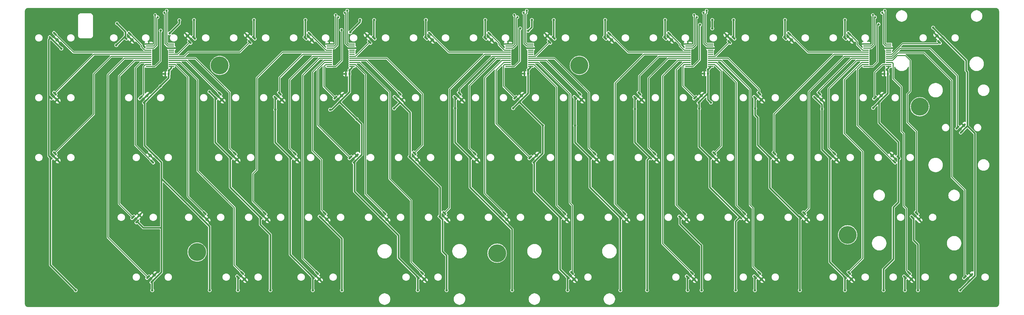
<source format=gbr>
%TF.GenerationSoftware,KiCad,Pcbnew,8.0.6*%
%TF.CreationDate,2024-12-02T23:32:27+01:00*%
%TF.ProjectId,layout_board,6c61796f-7574-45f6-926f-6172642e6b69,rev?*%
%TF.SameCoordinates,Original*%
%TF.FileFunction,Copper,L2,Bot*%
%TF.FilePolarity,Positive*%
%FSLAX46Y46*%
G04 Gerber Fmt 4.6, Leading zero omitted, Abs format (unit mm)*
G04 Created by KiCad (PCBNEW 8.0.6) date 2024-12-02 23:32:27*
%MOMM*%
%LPD*%
G01*
G04 APERTURE LIST*
G04 Aperture macros list*
%AMRoundRect*
0 Rectangle with rounded corners*
0 $1 Rounding radius*
0 $2 $3 $4 $5 $6 $7 $8 $9 X,Y pos of 4 corners*
0 Add a 4 corners polygon primitive as box body*
4,1,4,$2,$3,$4,$5,$6,$7,$8,$9,$2,$3,0*
0 Add four circle primitives for the rounded corners*
1,1,$1+$1,$2,$3*
1,1,$1+$1,$4,$5*
1,1,$1+$1,$6,$7*
1,1,$1+$1,$8,$9*
0 Add four rect primitives between the rounded corners*
20,1,$1+$1,$2,$3,$4,$5,0*
20,1,$1+$1,$4,$5,$6,$7,0*
20,1,$1+$1,$6,$7,$8,$9,0*
20,1,$1+$1,$8,$9,$2,$3,0*%
G04 Aperture macros list end*
%TA.AperFunction,SMDPad,CuDef*%
%ADD10RoundRect,0.150000X-0.309359X-0.521491X0.521491X0.309359X0.309359X0.521491X-0.521491X-0.309359X0*%
%TD*%
%TA.AperFunction,SMDPad,CuDef*%
%ADD11RoundRect,0.150000X-0.521491X0.309359X0.309359X-0.521491X0.521491X-0.309359X-0.309359X0.521491X0*%
%TD*%
%TA.AperFunction,SMDPad,CuDef*%
%ADD12RoundRect,0.150000X0.521491X-0.309359X-0.309359X0.521491X-0.521491X0.309359X0.309359X-0.521491X0*%
%TD*%
%TA.AperFunction,ComponentPad*%
%ADD13C,3.600000*%
%TD*%
%TA.AperFunction,ConnectorPad*%
%ADD14C,5.700000*%
%TD*%
%TA.AperFunction,SMDPad,CuDef*%
%ADD15R,1.750000X0.450000*%
%TD*%
%TA.AperFunction,SMDPad,CuDef*%
%ADD16RoundRect,0.155000X0.212500X0.155000X-0.212500X0.155000X-0.212500X-0.155000X0.212500X-0.155000X0*%
%TD*%
%TA.AperFunction,ViaPad*%
%ADD17C,0.700000*%
%TD*%
%TA.AperFunction,ViaPad*%
%ADD18C,0.800000*%
%TD*%
%TA.AperFunction,Conductor*%
%ADD19C,0.300000*%
%TD*%
%TA.AperFunction,Conductor*%
%ADD20C,0.500000*%
%TD*%
G04 APERTURE END LIST*
D10*
%TO.P,U4:14,3,GND*%
%TO.N,GND*%
X329275413Y-113637087D03*
%TO.P,U4:14,2,VOUT*%
%TO.N,/AMUX4:11*%
X327277836Y-114291161D03*
%TO.P,U4:14,1,VDD*%
%TO.N,+3.3VA*%
X328621339Y-115634664D03*
%TD*%
D11*
%TO.P,U4:12,3,GND*%
%TO.N,GND*%
X291175413Y-114962913D03*
%TO.P,U4:12,2,VOUT*%
%TO.N,/AMUX4:6*%
X290521339Y-112965336D03*
%TO.P,U4:12,1,VDD*%
%TO.N,+3.3VA*%
X289177836Y-114308839D03*
%TD*%
%TO.P,U3:2,3,GND*%
%TO.N,GND*%
X86387913Y-95912913D03*
%TO.P,U3:2,2,VOUT*%
%TO.N,/AMUX0:8*%
X85733839Y-93915336D03*
%TO.P,U3:2,1,VDD*%
%TO.N,+3.3VA*%
X84390336Y-95258839D03*
%TD*%
%TO.P,U2:5,3,GND*%
%TO.N,GND*%
X153062913Y-76862913D03*
%TO.P,U2:5,2,VOUT*%
%TO.N,/AMUX1:11*%
X152408839Y-74865336D03*
%TO.P,U2:5,1,VDD*%
%TO.N,+3.3VA*%
X151065336Y-76208839D03*
%TD*%
%TO.P,U3:4,3,GND*%
%TO.N,GND*%
X124487913Y-95912913D03*
%TO.P,U3:4,2,VOUT*%
%TO.N,/AMUX1:5*%
X123833839Y-93915336D03*
%TO.P,U3:4,1,VDD*%
%TO.N,+3.3VA*%
X122490336Y-95258839D03*
%TD*%
%TO.P,U2:9,3,GND*%
%TO.N,GND*%
X229262913Y-76862913D03*
%TO.P,U2:9,2,VOUT*%
%TO.N,/AMUX3:4*%
X228608839Y-74865336D03*
%TO.P,U2:9,1,VDD*%
%TO.N,+3.3VA*%
X227265336Y-76208839D03*
%TD*%
%TO.P,U0:12,3,GND*%
%TO.N,GND*%
X272125413Y-38762913D03*
%TO.P,U0:12,2,VOUT*%
%TO.N,/AMUX4:1*%
X271471339Y-36765336D03*
%TO.P,U0:12,1,VDD*%
%TO.N,+3.3VA*%
X270127836Y-38108839D03*
%TD*%
D12*
%TO.P,U0:8,3,GND*%
%TO.N,GND*%
X194599587Y-37437087D03*
%TO.P,U0:8,2,VOUT*%
%TO.N,/AMUX2:12*%
X195253661Y-39434664D03*
%TO.P,U0:8,1,VDD*%
%TO.N,+3.3VA*%
X196597164Y-38091161D03*
%TD*%
%TO.P,U0:2,3,GND*%
%TO.N,GND*%
X80299587Y-37437087D03*
%TO.P,U0:2,2,VOUT*%
%TO.N,/AMUX0:13*%
X80953661Y-39434664D03*
%TO.P,U0:2,1,VDD*%
%TO.N,+3.3VA*%
X82297164Y-38091161D03*
%TD*%
D11*
%TO.P,U4:5,3,GND*%
%TO.N,GND*%
X155444163Y-114962913D03*
%TO.P,U4:5,2,VOUT*%
%TO.N,/AMUX1:9*%
X154790089Y-112965336D03*
%TO.P,U4:5,1,VDD*%
%TO.N,+3.3VA*%
X153446586Y-114308839D03*
%TD*%
%TO.P,U2:11,3,GND*%
%TO.N,GND*%
X267362913Y-76862913D03*
%TO.P,U2:11,2,VOUT*%
%TO.N,/AMUX4:2*%
X266708839Y-74865336D03*
%TO.P,U2:11,1,VDD*%
%TO.N,+3.3VA*%
X265365336Y-76208839D03*
%TD*%
%TO.P,U0:13,3,GND*%
%TO.N,GND*%
X291175413Y-38762913D03*
%TO.P,U0:13,2,VOUT*%
%TO.N,/AMUX4:0*%
X290521339Y-36765336D03*
%TO.P,U0:13,1,VDD*%
%TO.N,+3.3VA*%
X289177836Y-38108839D03*
%TD*%
%TO.P,U2:8,3,GND*%
%TO.N,GND*%
X210212913Y-76862913D03*
%TO.P,U2:8,2,VOUT*%
%TO.N,/AMUX2:11*%
X209558839Y-74865336D03*
%TO.P,U2:8,1,VDD*%
%TO.N,+3.3VA*%
X208215336Y-76208839D03*
%TD*%
%TO.P,U1:0,3,GND*%
%TO.N,GND*%
X38762913Y-57812913D03*
%TO.P,U1:0,2,VOUT*%
%TO.N,/AMUX0:2*%
X38108839Y-55815336D03*
%TO.P,U1:0,1,VDD*%
%TO.N,+3.3VA*%
X36765336Y-57158839D03*
%TD*%
%TO.P,U0:1,3,GND*%
%TO.N,GND*%
X62575413Y-38762913D03*
%TO.P,U0:1,2,VOUT*%
%TO.N,/AMUX0:0*%
X61921339Y-36765336D03*
%TO.P,U0:1,1,VDD*%
%TO.N,+3.3VA*%
X60577836Y-38108839D03*
%TD*%
%TO.P,U3:5,3,GND*%
%TO.N,GND*%
X143537913Y-95912913D03*
%TO.P,U3:5,2,VOUT*%
%TO.N,/AMUX1:8*%
X142883839Y-93915336D03*
%TO.P,U3:5,1,VDD*%
%TO.N,+3.3VA*%
X141540336Y-95258839D03*
%TD*%
%TO.P,U1:12,3,GND*%
%TO.N,GND*%
X281650413Y-57812913D03*
%TO.P,U1:12,2,VOUT*%
%TO.N,/AMUX4:4*%
X280996339Y-55815336D03*
%TO.P,U1:12,1,VDD*%
%TO.N,+3.3VA*%
X279652836Y-57158839D03*
%TD*%
%TO.P,U4:10,3,GND*%
%TO.N,GND*%
X262600413Y-114962913D03*
%TO.P,U4:10,2,VOUT*%
%TO.N,/AMUX3:10*%
X261946339Y-112965336D03*
%TO.P,U4:10,1,VDD*%
%TO.N,+3.3VA*%
X260602836Y-114308839D03*
%TD*%
%TO.P,U2:6,3,GND*%
%TO.N,GND*%
X172112913Y-76862913D03*
%TO.P,U2:6,2,VOUT*%
%TO.N,/AMUX2:4*%
X171458839Y-74865336D03*
%TO.P,U2:6,1,VDD*%
%TO.N,+3.3VA*%
X170115336Y-76208839D03*
%TD*%
%TO.P,U3:11,3,GND*%
%TO.N,GND*%
X257837913Y-95912913D03*
%TO.P,U3:11,2,VOUT*%
%TO.N,/AMUX3:9*%
X257183839Y-93915336D03*
%TO.P,U3:11,1,VDD*%
%TO.N,+3.3VA*%
X255840336Y-95258839D03*
%TD*%
%TO.P,U3:6,3,GND*%
%TO.N,GND*%
X162587913Y-95912913D03*
%TO.P,U3:6,2,VOUT*%
%TO.N,/AMUX2:2*%
X161933839Y-93915336D03*
%TO.P,U3:6,1,VDD*%
%TO.N,+3.3VA*%
X160590336Y-95258839D03*
%TD*%
D10*
%TO.P,U2:4,3,GND*%
%TO.N,GND*%
X134012913Y-75537087D03*
%TO.P,U2:4,2,VOUT*%
%TO.N,/AMUX1:6*%
X132015336Y-76191161D03*
%TO.P,U2:4,1,VDD*%
%TO.N,+3.3VA*%
X133358839Y-77534664D03*
%TD*%
%TO.P,U1:13,3,GND*%
%TO.N,GND*%
X300700413Y-56487087D03*
%TO.P,U1:13,2,VOUT*%
%TO.N,/AMUX4:8*%
X298702836Y-57141161D03*
%TO.P,U1:13,1,VDD*%
%TO.N,+3.3VA*%
X300046339Y-58484664D03*
%TD*%
D11*
%TO.P,U2:3,3,GND*%
%TO.N,GND*%
X114962913Y-76862913D03*
%TO.P,U2:3,2,VOUT*%
%TO.N,/AMUX1:3*%
X114308839Y-74865336D03*
%TO.P,U2:3,1,VDD*%
%TO.N,+3.3VA*%
X112965336Y-76208839D03*
%TD*%
D10*
%TO.P,U4:1,3,GND*%
%TO.N,GND*%
X69719163Y-113637087D03*
%TO.P,U4:1,2,VOUT*%
%TO.N,/AMUX0:4*%
X67721586Y-114291161D03*
%TO.P,U4:1,1,VDD*%
%TO.N,+3.3VA*%
X69065089Y-115634664D03*
%TD*%
D11*
%TO.P,U0:0,3,GND*%
%TO.N,GND*%
X38762913Y-38762913D03*
%TO.P,U0:0,2,VOUT*%
%TO.N,/AMUX0:1*%
X38108839Y-36765336D03*
%TO.P,U0:0,1,VDD*%
%TO.N,+3.3VA*%
X36765336Y-38108839D03*
%TD*%
D12*
%TO.P,U0:14,3,GND*%
%TO.N,GND*%
X318424587Y-37437087D03*
%TO.P,U0:14,2,VOUT*%
%TO.N,/AMUX4:13*%
X319078661Y-39434664D03*
%TO.P,U0:14,1,VDD*%
%TO.N,+3.3VA*%
X320422164Y-38091161D03*
%TD*%
D11*
%TO.P,U0:7,3,GND*%
%TO.N,GND*%
X176875413Y-38762913D03*
%TO.P,U0:7,2,VOUT*%
%TO.N,/AMUX2:0*%
X176221339Y-36765336D03*
%TO.P,U0:7,1,VDD*%
%TO.N,+3.3VA*%
X174877836Y-38108839D03*
%TD*%
%TO.P,U3:9,3,GND*%
%TO.N,GND*%
X219737913Y-95912913D03*
%TO.P,U3:9,2,VOUT*%
%TO.N,/AMUX3:2*%
X219083839Y-93915336D03*
%TO.P,U3:9,1,VDD*%
%TO.N,+3.3VA*%
X217740336Y-95258839D03*
%TD*%
%TO.P,U1:11,3,GND*%
%TO.N,GND*%
X262600413Y-57812913D03*
%TO.P,U1:11,2,VOUT*%
%TO.N,/AMUX3:11*%
X261946339Y-55815336D03*
%TO.P,U1:11,1,VDD*%
%TO.N,+3.3VA*%
X260602836Y-57158839D03*
%TD*%
D10*
%TO.P,U1:7,3,GND*%
%TO.N,GND*%
X186400413Y-56487087D03*
%TO.P,U1:7,2,VOUT*%
%TO.N,/AMUX2:7*%
X184402836Y-57141161D03*
%TO.P,U1:7,1,VDD*%
%TO.N,+3.3VA*%
X185746339Y-58484664D03*
%TD*%
D11*
%TO.P,U0:10,3,GND*%
%TO.N,GND*%
X234025413Y-38762913D03*
%TO.P,U0:10,2,VOUT*%
%TO.N,/AMUX3:0*%
X233371339Y-36765336D03*
%TO.P,U0:10,1,VDD*%
%TO.N,+3.3VA*%
X232027836Y-38108839D03*
%TD*%
%TO.P,U1:9,3,GND*%
%TO.N,GND*%
X224500413Y-57812913D03*
%TO.P,U1:9,2,VOUT*%
%TO.N,/AMUX3:3*%
X223846339Y-55815336D03*
%TO.P,U1:9,1,VDD*%
%TO.N,+3.3VA*%
X222502836Y-57158839D03*
%TD*%
D10*
%TO.P,U1:10,3,GND*%
%TO.N,GND*%
X243550413Y-56487087D03*
%TO.P,U1:10,2,VOUT*%
%TO.N,/AMUX3:7*%
X241552836Y-57141161D03*
%TO.P,U1:10,1,VDD*%
%TO.N,+3.3VA*%
X242896339Y-58484664D03*
%TD*%
D11*
%TO.P,U2:0,3,GND*%
%TO.N,GND*%
X38762913Y-76862913D03*
%TO.P,U2:0,2,VOUT*%
%TO.N,/AMUX0:3*%
X38108839Y-74865336D03*
%TO.P,U2:0,1,VDD*%
%TO.N,+3.3VA*%
X36765336Y-76208839D03*
%TD*%
D12*
%TO.P,U0:5,3,GND*%
%TO.N,GND*%
X137449587Y-37437087D03*
%TO.P,U0:5,2,VOUT*%
%TO.N,/AMUX1:12*%
X138103661Y-39434664D03*
%TO.P,U0:5,1,VDD*%
%TO.N,+3.3VA*%
X139447164Y-38091161D03*
%TD*%
%TO.P,U0:3,3,GND*%
%TO.N,GND*%
X99349587Y-37437087D03*
%TO.P,U0:3,2,VOUT*%
%TO.N,/AMUX0:12*%
X100003661Y-39434664D03*
%TO.P,U0:3,1,VDD*%
%TO.N,+3.3VA*%
X101347164Y-38091161D03*
%TD*%
D11*
%TO.P,U3:13,3,GND*%
%TO.N,GND*%
X312606663Y-95912913D03*
%TO.P,U3:13,2,VOUT*%
%TO.N,/AMUX4:10*%
X311952589Y-93915336D03*
%TO.P,U3:13,1,VDD*%
%TO.N,+3.3VA*%
X310609086Y-95258839D03*
%TD*%
%TO.P,U1:2,3,GND*%
%TO.N,GND*%
X91150413Y-57812913D03*
%TO.P,U1:2,2,VOUT*%
%TO.N,/AMUX0:10*%
X90496339Y-55815336D03*
%TO.P,U1:2,1,VDD*%
%TO.N,+3.3VA*%
X89152836Y-57158839D03*
%TD*%
%TO.P,U1:5,3,GND*%
%TO.N,GND*%
X148300413Y-57812913D03*
%TO.P,U1:5,2,VOUT*%
%TO.N,/AMUX1:10*%
X147646339Y-55815336D03*
%TO.P,U1:5,1,VDD*%
%TO.N,+3.3VA*%
X146302836Y-57158839D03*
%TD*%
%TO.P,U0:4,3,GND*%
%TO.N,GND*%
X119725413Y-38762913D03*
%TO.P,U0:4,2,VOUT*%
%TO.N,/AMUX1:0*%
X119071339Y-36765336D03*
%TO.P,U0:4,1,VDD*%
%TO.N,+3.3VA*%
X117727836Y-38108839D03*
%TD*%
D12*
%TO.P,U0:11,3,GND*%
%TO.N,GND*%
X251749587Y-37437087D03*
%TO.P,U0:11,2,VOUT*%
%TO.N,/AMUX3:12*%
X252403661Y-39434664D03*
%TO.P,U0:11,1,VDD*%
%TO.N,+3.3VA*%
X253747164Y-38091161D03*
%TD*%
D11*
%TO.P,U1:6,3,GND*%
%TO.N,GND*%
X167350413Y-57812913D03*
%TO.P,U1:6,2,VOUT*%
%TO.N,/AMUX2:3*%
X166696339Y-55815336D03*
%TO.P,U1:6,1,VDD*%
%TO.N,+3.3VA*%
X165352836Y-57158839D03*
%TD*%
%TO.P,U3:10,3,GND*%
%TO.N,GND*%
X238787913Y-95912913D03*
%TO.P,U3:10,2,VOUT*%
%TO.N,/AMUX3:6*%
X238133839Y-93915336D03*
%TO.P,U3:10,1,VDD*%
%TO.N,+3.3VA*%
X236790336Y-95258839D03*
%TD*%
D10*
%TO.P,U3:1,3,GND*%
%TO.N,GND*%
X64956663Y-94587087D03*
%TO.P,U3:1,2,VOUT*%
%TO.N,/AMUX0:5*%
X62959086Y-95241161D03*
%TO.P,U3:1,1,VDD*%
%TO.N,+3.3VA*%
X64302589Y-96584664D03*
%TD*%
%TO.P,U1:4,3,GND*%
%TO.N,GND*%
X129250413Y-56487087D03*
%TO.P,U1:4,2,VOUT*%
%TO.N,/AMUX1:7*%
X127252836Y-57141161D03*
%TO.P,U1:4,1,VDD*%
%TO.N,+3.3VA*%
X128596339Y-58484664D03*
%TD*%
D11*
%TO.P,U3:3,3,GND*%
%TO.N,GND*%
X105437913Y-95912913D03*
%TO.P,U3:3,2,VOUT*%
%TO.N,/AMUX1:1*%
X104783839Y-93915336D03*
%TO.P,U3:3,1,VDD*%
%TO.N,+3.3VA*%
X103440336Y-95258839D03*
%TD*%
%TO.P,U0:9,3,GND*%
%TO.N,GND*%
X214975413Y-38762913D03*
%TO.P,U0:9,2,VOUT*%
%TO.N,/AMUX3:1*%
X214321339Y-36765336D03*
%TO.P,U0:9,1,VDD*%
%TO.N,+3.3VA*%
X212977836Y-38108839D03*
%TD*%
%TO.P,U3:12,3,GND*%
%TO.N,GND*%
X276887913Y-95912913D03*
%TO.P,U3:12,2,VOUT*%
%TO.N,/AMUX4:3*%
X276233839Y-93915336D03*
%TO.P,U3:12,1,VDD*%
%TO.N,+3.3VA*%
X274890336Y-95258839D03*
%TD*%
%TO.P,U0:6,3,GND*%
%TO.N,GND*%
X158016038Y-38762913D03*
%TO.P,U0:6,2,VOUT*%
%TO.N,/AMUX2:1*%
X157361964Y-36765336D03*
%TO.P,U0:6,1,VDD*%
%TO.N,+3.3VA*%
X156018461Y-38108839D03*
%TD*%
%TO.P,U2:2,3,GND*%
%TO.N,GND*%
X95912913Y-76862913D03*
%TO.P,U2:2,2,VOUT*%
%TO.N,/AMUX0:11*%
X95258839Y-74865336D03*
%TO.P,U2:2,1,VDD*%
%TO.N,+3.3VA*%
X93915336Y-76208839D03*
%TD*%
D10*
%TO.P,U1:1,3,GND*%
%TO.N,GND*%
X67337913Y-56487087D03*
%TO.P,U1:1,2,VOUT*%
%TO.N,/AMUX0:7*%
X65340336Y-57141161D03*
%TO.P,U1:1,1,VDD*%
%TO.N,+3.3VA*%
X66683839Y-58484664D03*
%TD*%
D11*
%TO.P,U1:3,3,GND*%
%TO.N,GND*%
X110200413Y-57812913D03*
%TO.P,U1:3,2,VOUT*%
%TO.N,/AMUX1:2*%
X109546339Y-55815336D03*
%TO.P,U1:3,1,VDD*%
%TO.N,+3.3VA*%
X108202836Y-57158839D03*
%TD*%
%TO.P,U2:12,3,GND*%
%TO.N,GND*%
X286412913Y-76862913D03*
%TO.P,U2:12,2,VOUT*%
%TO.N,/AMUX4:5*%
X285758839Y-74865336D03*
%TO.P,U2:12,1,VDD*%
%TO.N,+3.3VA*%
X284415336Y-76208839D03*
%TD*%
%TO.P,U4:2,3,GND*%
%TO.N,GND*%
X98294163Y-114962913D03*
%TO.P,U4:2,2,VOUT*%
%TO.N,/AMUX0:9*%
X97640089Y-112965336D03*
%TO.P,U4:2,1,VDD*%
%TO.N,+3.3VA*%
X96296586Y-114308839D03*
%TD*%
%TO.P,U4:13,3,GND*%
%TO.N,GND*%
X310225413Y-114962913D03*
%TO.P,U4:13,2,VOUT*%
%TO.N,/AMUX4:9*%
X309571339Y-112965336D03*
%TO.P,U4:13,1,VDD*%
%TO.N,+3.3VA*%
X308227836Y-114308839D03*
%TD*%
%TO.P,U3:7,3,GND*%
%TO.N,GND*%
X181637913Y-95912913D03*
%TO.P,U3:7,2,VOUT*%
%TO.N,/AMUX2:5*%
X180983839Y-93915336D03*
%TO.P,U3:7,1,VDD*%
%TO.N,+3.3VA*%
X179640336Y-95258839D03*
%TD*%
%TO.P,U1:8,3,GND*%
%TO.N,GND*%
X205450413Y-57812913D03*
%TO.P,U1:8,2,VOUT*%
%TO.N,/AMUX2:10*%
X204796339Y-55815336D03*
%TO.P,U1:8,1,VDD*%
%TO.N,+3.3VA*%
X203452836Y-57158839D03*
%TD*%
D12*
%TO.P,U2:13,3,GND*%
%TO.N,GND*%
X304137087Y-75537087D03*
%TO.P,U2:13,2,VOUT*%
%TO.N,/AMUX4:7*%
X304791161Y-77534664D03*
%TO.P,U2:13,1,VDD*%
%TO.N,+3.3VA*%
X306134664Y-76191161D03*
%TD*%
D11*
%TO.P,U3:8,3,GND*%
%TO.N,GND*%
X200687913Y-95912913D03*
%TO.P,U3:8,2,VOUT*%
%TO.N,/AMUX2:8*%
X200033839Y-93915336D03*
%TO.P,U3:8,1,VDD*%
%TO.N,+3.3VA*%
X198690336Y-95258839D03*
%TD*%
%TO.P,U2:10,3,GND*%
%TO.N,GND*%
X248312913Y-76862913D03*
%TO.P,U2:10,2,VOUT*%
%TO.N,/AMUX3:8*%
X247658839Y-74865336D03*
%TO.P,U2:10,1,VDD*%
%TO.N,+3.3VA*%
X246315336Y-76208839D03*
%TD*%
%TO.P,U4:9,3,GND*%
%TO.N,GND*%
X241169163Y-114962913D03*
%TO.P,U4:9,2,VOUT*%
%TO.N,/AMUX3:5*%
X240515089Y-112965336D03*
%TO.P,U4:9,1,VDD*%
%TO.N,+3.3VA*%
X239171586Y-114308839D03*
%TD*%
D10*
%TO.P,U2:7,3,GND*%
%TO.N,GND*%
X191162913Y-75537087D03*
%TO.P,U2:7,2,VOUT*%
%TO.N,/AMUX2:6*%
X189165336Y-76191161D03*
%TO.P,U2:7,1,VDD*%
%TO.N,+3.3VA*%
X190508839Y-77534664D03*
%TD*%
%TO.P,U1:14,3,GND*%
%TO.N,GND*%
X326894163Y-66012087D03*
%TO.P,U1:14,2,VOUT*%
%TO.N,/AMUX4:12*%
X324896586Y-66666161D03*
%TO.P,U1:14,1,VDD*%
%TO.N,+3.3VA*%
X326240089Y-68009664D03*
%TD*%
D12*
%TO.P,U2:1,3,GND*%
%TO.N,GND*%
X68393337Y-75537087D03*
%TO.P,U2:1,2,VOUT*%
%TO.N,/AMUX0:6*%
X69047411Y-77534664D03*
%TO.P,U2:1,1,VDD*%
%TO.N,+3.3VA*%
X70390914Y-76191161D03*
%TD*%
D11*
%TO.P,U4:3,3,GND*%
%TO.N,GND*%
X122106663Y-114962913D03*
%TO.P,U4:3,2,VOUT*%
%TO.N,/AMUX1:4*%
X121452589Y-112965336D03*
%TO.P,U4:3,1,VDD*%
%TO.N,+3.3VA*%
X120109086Y-114308839D03*
%TD*%
%TO.P,U4:7,3,GND*%
%TO.N,GND*%
X203069163Y-114962913D03*
%TO.P,U4:7,2,VOUT*%
%TO.N,/AMUX2:9*%
X202415089Y-112965336D03*
%TO.P,U4:7,1,VDD*%
%TO.N,+3.3VA*%
X201071586Y-114308839D03*
%TD*%
D13*
%TO.P,REF\u002A\u002A,1*%
%TO.N,N/C*%
X83299194Y-106307978D03*
D14*
X83299194Y-106307978D03*
%TD*%
D13*
%TO.P,REF\u002A\u002A,1*%
%TO.N,N/C*%
X312940798Y-60022470D03*
D14*
X312940798Y-60022470D03*
%TD*%
D13*
%TO.P,REF\u002A\u002A,1*%
%TO.N,N/C*%
X204780049Y-46851192D03*
D14*
X204780049Y-46851192D03*
%TD*%
D13*
%TO.P,REF\u002A\u002A,1*%
%TO.N,N/C*%
X290021286Y-100838549D03*
D14*
X290021286Y-100838549D03*
%TD*%
D13*
%TO.P,REF\u002A\u002A,1*%
%TO.N,N/C*%
X178623528Y-106680048D03*
D14*
X178623528Y-106680048D03*
%TD*%
D13*
%TO.P,REF\u002A\u002A,1*%
%TO.N,N/C*%
X90480145Y-46888399D03*
D14*
X90480145Y-46888399D03*
%TD*%
D15*
%TO.P,U2,1,COMMONOUT/IN*%
%TO.N,/ADC1*%
X125332744Y-47218279D03*
%TO.P,U2,2,7*%
%TO.N,/AMUX1:7*%
X125332744Y-46568279D03*
%TO.P,U2,3,6*%
%TO.N,/AMUX1:6*%
X125332744Y-45918279D03*
%TO.P,U2,4,5*%
%TO.N,/AMUX1:5*%
X125332744Y-45268279D03*
%TO.P,U2,5,4*%
%TO.N,/AMUX1:4*%
X125332744Y-44618279D03*
%TO.P,U2,6,3*%
%TO.N,/AMUX1:3*%
X125332744Y-43968279D03*
%TO.P,U2,7,2*%
%TO.N,/AMUX1:2*%
X125332744Y-43318279D03*
%TO.P,U2,8,1*%
%TO.N,/AMUX1:1*%
X125332744Y-42668279D03*
%TO.P,U2,9,0*%
%TO.N,/AMUX1:0*%
X125332744Y-42018279D03*
%TO.P,U2,10,A*%
%TO.N,/SELECT0*%
X125332744Y-41368279D03*
%TO.P,U2,11,B*%
%TO.N,/SELECT1*%
X125332744Y-40718279D03*
%TO.P,U2,12,VSS*%
%TO.N,GND*%
X125332744Y-40068279D03*
%TO.P,U2,13,D*%
%TO.N,/SELECT3*%
X132532744Y-40068279D03*
%TO.P,U2,14,C*%
%TO.N,/SELECT2*%
X132532744Y-40718279D03*
%TO.P,U2,15,INHIBT*%
%TO.N,GND*%
X132532744Y-41368279D03*
%TO.P,U2,16,15*%
%TO.N,unconnected-(U2-15-Pad16)*%
X132532744Y-42018279D03*
%TO.P,U2,17,14*%
%TO.N,unconnected-(U2-14-Pad17)*%
X132532744Y-42668279D03*
%TO.P,U2,18,13*%
%TO.N,unconnected-(U2-13-Pad18)*%
X132532744Y-43318279D03*
%TO.P,U2,19,12*%
%TO.N,/AMUX1:12*%
X132532744Y-43968279D03*
%TO.P,U2,20,11*%
%TO.N,/AMUX1:11*%
X132532744Y-44618279D03*
%TO.P,U2,21,10*%
%TO.N,/AMUX1:10*%
X132532744Y-45268279D03*
%TO.P,U2,22,9*%
%TO.N,/AMUX1:9*%
X132532744Y-45918279D03*
%TO.P,U2,23,8*%
%TO.N,/AMUX1:8*%
X132532744Y-46568279D03*
%TO.P,U2,24,VDD*%
%TO.N,+3.3VA*%
X132532744Y-47218279D03*
%TD*%
D16*
%TO.P,C68,1*%
%TO.N,+3.3VA*%
X74311774Y-49559724D03*
%TO.P,C68,2*%
%TO.N,GND*%
X73176774Y-49559724D03*
%TD*%
%TO.P,C69,1*%
%TO.N,+3.3VA*%
X131722175Y-49596931D03*
%TO.P,C69,2*%
%TO.N,GND*%
X130587175Y-49596931D03*
%TD*%
D15*
%TO.P,U4,1,COMMONOUT/IN*%
%TO.N,/ADC3*%
X239260578Y-47218279D03*
%TO.P,U4,2,7*%
%TO.N,/AMUX3:7*%
X239260578Y-46568279D03*
%TO.P,U4,3,6*%
%TO.N,/AMUX3:6*%
X239260579Y-45918279D03*
%TO.P,U4,4,5*%
%TO.N,/AMUX3:5*%
X239260578Y-45268279D03*
%TO.P,U4,5,4*%
%TO.N,/AMUX3:4*%
X239260578Y-44618280D03*
%TO.P,U4,6,3*%
%TO.N,/AMUX3:3*%
X239260578Y-43968279D03*
%TO.P,U4,7,2*%
%TO.N,/AMUX3:2*%
X239260578Y-43318279D03*
%TO.P,U4,8,1*%
%TO.N,/AMUX3:1*%
X239260578Y-42668278D03*
%TO.P,U4,9,0*%
%TO.N,/AMUX3:0*%
X239260578Y-42018279D03*
%TO.P,U4,10,A*%
%TO.N,/SELECT0*%
X239260579Y-41368279D03*
%TO.P,U4,11,B*%
%TO.N,/SELECT1*%
X239260578Y-40718279D03*
%TO.P,U4,12,VSS*%
%TO.N,GND*%
X239260578Y-40068279D03*
%TO.P,U4,13,D*%
%TO.N,/SELECT3*%
X246460578Y-40068279D03*
%TO.P,U4,14,C*%
%TO.N,/SELECT2*%
X246460578Y-40718279D03*
%TO.P,U4,15,INHIBT*%
%TO.N,GND*%
X246460577Y-41368279D03*
%TO.P,U4,16,15*%
%TO.N,unconnected-(U4-15-Pad16)*%
X246460578Y-42018279D03*
%TO.P,U4,17,14*%
%TO.N,unconnected-(U4-14-Pad17)*%
X246460578Y-42668278D03*
%TO.P,U4,18,13*%
%TO.N,unconnected-(U4-13-Pad18)*%
X246460578Y-43318279D03*
%TO.P,U4,19,12*%
%TO.N,/AMUX3:12*%
X246460578Y-43968279D03*
%TO.P,U4,20,11*%
%TO.N,/AMUX3:11*%
X246460578Y-44618280D03*
%TO.P,U4,21,10*%
%TO.N,/AMUX3:10*%
X246460578Y-45268279D03*
%TO.P,U4,22,9*%
%TO.N,/AMUX3:9*%
X246460577Y-45918279D03*
%TO.P,U4,23,8*%
%TO.N,/AMUX3:8*%
X246460578Y-46568279D03*
%TO.P,U4,24,VDD*%
%TO.N,+3.3VA*%
X246460578Y-47218279D03*
%TD*%
D16*
%TO.P,C71,1*%
%TO.N,+3.3VA*%
X245612802Y-49522517D03*
%TO.P,C71,2*%
%TO.N,GND*%
X244477802Y-49522517D03*
%TD*%
%TO.P,C72,1*%
%TO.N,+3.3VA*%
X302799961Y-49559724D03*
%TO.P,C72,2*%
%TO.N,GND*%
X301664961Y-49559724D03*
%TD*%
D15*
%TO.P,U1,1,COMMONOUT/IN*%
%TO.N,/ADC0*%
X67947930Y-47218279D03*
%TO.P,U1,2,7*%
%TO.N,/AMUX0:7*%
X67947930Y-46568279D03*
%TO.P,U1,3,6*%
%TO.N,/AMUX0:6*%
X67947930Y-45918279D03*
%TO.P,U1,4,5*%
%TO.N,/AMUX0:5*%
X67947930Y-45268279D03*
%TO.P,U1,5,4*%
%TO.N,/AMUX0:4*%
X67947930Y-44618279D03*
%TO.P,U1,6,3*%
%TO.N,/AMUX0:3*%
X67947930Y-43968279D03*
%TO.P,U1,7,2*%
%TO.N,/AMUX0:2*%
X67947930Y-43318279D03*
%TO.P,U1,8,1*%
%TO.N,/AMUX0:1*%
X67947930Y-42668279D03*
%TO.P,U1,9,0*%
%TO.N,/AMUX0:0*%
X67947930Y-42018279D03*
%TO.P,U1,10,A*%
%TO.N,/SELECT0*%
X67947930Y-41368279D03*
%TO.P,U1,11,B*%
%TO.N,/SELECT1*%
X67947930Y-40718279D03*
%TO.P,U1,12,VSS*%
%TO.N,GND*%
X67947930Y-40068279D03*
%TO.P,U1,13,D*%
%TO.N,/SELECT3*%
X75147930Y-40068279D03*
%TO.P,U1,14,C*%
%TO.N,/SELECT2*%
X75147930Y-40718279D03*
%TO.P,U1,15,INHIBT*%
%TO.N,GND*%
X75147930Y-41368279D03*
%TO.P,U1,16,15*%
%TO.N,unconnected-(U1-15-Pad16)*%
X75147930Y-42018279D03*
%TO.P,U1,17,14*%
%TO.N,unconnected-(U1-14-Pad17)*%
X75147930Y-42668279D03*
%TO.P,U1,18,13*%
%TO.N,/AMUX0:13*%
X75147930Y-43318279D03*
%TO.P,U1,19,12*%
%TO.N,/AMUX0:12*%
X75147930Y-43968279D03*
%TO.P,U1,20,11*%
%TO.N,/AMUX0:11*%
X75147930Y-44618279D03*
%TO.P,U1,21,10*%
%TO.N,/AMUX0:10*%
X75147930Y-45268279D03*
%TO.P,U1,22,9*%
%TO.N,/AMUX0:9*%
X75147930Y-45918279D03*
%TO.P,U1,23,8*%
%TO.N,/AMUX0:8*%
X75147930Y-46568279D03*
%TO.P,U1,24,VDD*%
%TO.N,+3.3VA*%
X75147930Y-47218279D03*
%TD*%
%TO.P,U3,1,COMMONOUT/IN*%
%TO.N,/ADC2*%
X182110626Y-47218279D03*
%TO.P,U3,2,7*%
%TO.N,/AMUX2:7*%
X182110626Y-46568279D03*
%TO.P,U3,3,6*%
%TO.N,/AMUX2:6*%
X182110627Y-45918279D03*
%TO.P,U3,4,5*%
%TO.N,/AMUX2:5*%
X182110626Y-45268279D03*
%TO.P,U3,5,4*%
%TO.N,/AMUX2:4*%
X182110626Y-44618280D03*
%TO.P,U3,6,3*%
%TO.N,/AMUX2:3*%
X182110626Y-43968279D03*
%TO.P,U3,7,2*%
%TO.N,/AMUX2:2*%
X182110626Y-43318279D03*
%TO.P,U3,8,1*%
%TO.N,/AMUX2:1*%
X182110626Y-42668278D03*
%TO.P,U3,9,0*%
%TO.N,/AMUX2:0*%
X182110626Y-42018279D03*
%TO.P,U3,10,A*%
%TO.N,/SELECT0*%
X182110627Y-41368279D03*
%TO.P,U3,11,B*%
%TO.N,/SELECT1*%
X182110626Y-40718279D03*
%TO.P,U3,12,VSS*%
%TO.N,GND*%
X182110626Y-40068279D03*
%TO.P,U3,13,D*%
%TO.N,/SELECT3*%
X189310626Y-40068279D03*
%TO.P,U3,14,C*%
%TO.N,/SELECT2*%
X189310626Y-40718279D03*
%TO.P,U3,15,INHIBT*%
%TO.N,GND*%
X189310625Y-41368279D03*
%TO.P,U3,16,15*%
%TO.N,unconnected-(U3-15-Pad16)*%
X189310626Y-42018279D03*
%TO.P,U3,17,14*%
%TO.N,unconnected-(U3-14-Pad17)*%
X189310626Y-42668278D03*
%TO.P,U3,18,13*%
%TO.N,unconnected-(U3-13-Pad18)*%
X189310626Y-43318279D03*
%TO.P,U3,19,12*%
%TO.N,/AMUX2:12*%
X189310626Y-43968279D03*
%TO.P,U3,20,11*%
%TO.N,/AMUX2:11*%
X189310626Y-44618280D03*
%TO.P,U3,21,10*%
%TO.N,/AMUX2:10*%
X189310626Y-45268279D03*
%TO.P,U3,22,9*%
%TO.N,/AMUX2:9*%
X189310625Y-45918279D03*
%TO.P,U3,23,8*%
%TO.N,/AMUX2:8*%
X189310626Y-46568279D03*
%TO.P,U3,24,VDD*%
%TO.N,+3.3VA*%
X189310626Y-47218279D03*
%TD*%
%TO.P,U5,1,COMMONOUT/IN*%
%TO.N,/ADC4*%
X295851016Y-47218279D03*
%TO.P,U5,2,7*%
%TO.N,/AMUX4:7*%
X295851016Y-46568279D03*
%TO.P,U5,3,6*%
%TO.N,/AMUX4:6*%
X295851017Y-45918279D03*
%TO.P,U5,4,5*%
%TO.N,/AMUX4:5*%
X295851016Y-45268279D03*
%TO.P,U5,5,4*%
%TO.N,/AMUX4:4*%
X295851016Y-44618280D03*
%TO.P,U5,6,3*%
%TO.N,/AMUX4:3*%
X295851016Y-43968279D03*
%TO.P,U5,7,2*%
%TO.N,/AMUX4:2*%
X295851016Y-43318279D03*
%TO.P,U5,8,1*%
%TO.N,/AMUX4:1*%
X295851016Y-42668278D03*
%TO.P,U5,9,0*%
%TO.N,/AMUX4:0*%
X295851016Y-42018279D03*
%TO.P,U5,10,A*%
%TO.N,/SELECT0*%
X295851017Y-41368279D03*
%TO.P,U5,11,B*%
%TO.N,/SELECT1*%
X295851016Y-40718279D03*
%TO.P,U5,12,VSS*%
%TO.N,GND*%
X295851016Y-40068279D03*
%TO.P,U5,13,D*%
%TO.N,/SELECT3*%
X303051016Y-40068279D03*
%TO.P,U5,14,C*%
%TO.N,/SELECT2*%
X303051016Y-40718279D03*
%TO.P,U5,15,INHIBT*%
%TO.N,GND*%
X303051015Y-41368279D03*
%TO.P,U5,16,15*%
%TO.N,unconnected-(U5-15-Pad16)*%
X303051016Y-42018279D03*
%TO.P,U5,17,14*%
%TO.N,unconnected-(U5-14-Pad17)*%
X303051016Y-42668278D03*
%TO.P,U5,18,13*%
%TO.N,/AMUX4:13*%
X303051016Y-43318279D03*
%TO.P,U5,19,12*%
%TO.N,/AMUX4:12*%
X303051016Y-43968279D03*
%TO.P,U5,20,11*%
%TO.N,/AMUX4:11*%
X303051016Y-44618280D03*
%TO.P,U5,21,10*%
%TO.N,/AMUX4:10*%
X303051016Y-45268279D03*
%TO.P,U5,22,9*%
%TO.N,/AMUX4:9*%
X303051015Y-45918279D03*
%TO.P,U5,23,8*%
%TO.N,/AMUX4:8*%
X303051016Y-46568279D03*
%TO.P,U5,24,VDD*%
%TO.N,+3.3VA*%
X303051016Y-47218279D03*
%TD*%
D16*
%TO.P,C70,1*%
%TO.N,+3.3VA*%
X188462850Y-49522517D03*
%TO.P,C70,2*%
%TO.N,GND*%
X187327850Y-49522517D03*
%TD*%
D17*
%TO.N,GND*%
X313617803Y-53280424D03*
X313729424Y-45801817D03*
X313841045Y-50378278D03*
X313878252Y-48406307D03*
X45020470Y-107714265D03*
X45057677Y-110197210D03*
X42517677Y-112737210D03*
X42517677Y-110197210D03*
X45057677Y-112737210D03*
X42453187Y-49187654D03*
X42378773Y-46471543D03*
X39997525Y-49113240D03*
X37457525Y-49113240D03*
X39997525Y-46573240D03*
X37457525Y-46573240D03*
X79250910Y-88366625D03*
X103509874Y-84794753D03*
X108383991Y-84720339D03*
X105843991Y-84720339D03*
X108421198Y-87250415D03*
X105881198Y-87250415D03*
X309897103Y-108272370D03*
X309897103Y-100652370D03*
X309897103Y-105732370D03*
X309897103Y-103192370D03*
X307113821Y-80453915D03*
X307106578Y-85146975D03*
X307106578Y-90226975D03*
X307106578Y-82606975D03*
X307106578Y-87686975D03*
X324005799Y-52064974D03*
X323998556Y-56758034D03*
X323998556Y-61838034D03*
X323998556Y-54218034D03*
X323998556Y-59298034D03*
X308929721Y-50303864D03*
X317636159Y-47885409D03*
X321877757Y-52089800D03*
X313952666Y-43867053D03*
X310827278Y-50341071D03*
X311013313Y-53801322D03*
X319384888Y-49745759D03*
X316222293Y-51913689D03*
X309859896Y-61689206D03*
X309934310Y-58042920D03*
X310008724Y-56294191D03*
X312352765Y-65484320D03*
X310184835Y-64405317D03*
X308073960Y-64368110D03*
X308073960Y-61828110D03*
X308073960Y-66908110D03*
X308073960Y-59288110D03*
X321989378Y-84943581D03*
X319570923Y-87250415D03*
X319608130Y-82291960D03*
X317068130Y-82291960D03*
X317068130Y-84831960D03*
X319608130Y-84831960D03*
X288949562Y-80270369D03*
X288949562Y-95510369D03*
X288949562Y-87890369D03*
X288949562Y-92970369D03*
X288949562Y-85350369D03*
X288949562Y-90430369D03*
X288949562Y-82810369D03*
X212628081Y-46573240D03*
X212628081Y-49113240D03*
X215168081Y-49113240D03*
X215168081Y-46573240D03*
X194600045Y-43681018D03*
X199680045Y-43681018D03*
X197140045Y-43681018D03*
X174853052Y-115230079D03*
X177393052Y-115230079D03*
X177393052Y-112690079D03*
X179933052Y-112690079D03*
X174853052Y-110150079D03*
X177393052Y-110150079D03*
X179933052Y-110150079D03*
X174853052Y-112690079D03*
X179933052Y-115230079D03*
X90078147Y-50489899D03*
X101984387Y-82822782D03*
X101909973Y-87138794D03*
X172010514Y-72022860D03*
X85650514Y-87262860D03*
X62790514Y-84722860D03*
X141530514Y-72022860D03*
X95810514Y-46622860D03*
X47550514Y-87262860D03*
X253290514Y-112662860D03*
X39930514Y-120282860D03*
X126290514Y-66942860D03*
X265990514Y-33922860D03*
X291390514Y-72022860D03*
X324410514Y-31382860D03*
X227890514Y-59322860D03*
X64444949Y-59508863D03*
X75490514Y-49162860D03*
X111050514Y-112662860D03*
X149150514Y-39002860D03*
X245670514Y-66942860D03*
X177090514Y-72022860D03*
X179630514Y-77102860D03*
X100890514Y-110122860D03*
X240590514Y-110122860D03*
X159310514Y-89802860D03*
X105970514Y-61862860D03*
X199950514Y-99962860D03*
X289321632Y-44797228D03*
X273610514Y-99962860D03*
X103430514Y-99962860D03*
X194870514Y-102502860D03*
X154230514Y-122822860D03*
X118670514Y-82182860D03*
X177090514Y-84722860D03*
X189790514Y-115202860D03*
X134715692Y-46668433D03*
X260300172Y-69577090D03*
X215190514Y-41542860D03*
X121210514Y-110122860D03*
X131370514Y-102502860D03*
X166930514Y-44082860D03*
X50090514Y-46622860D03*
X321870514Y-69482860D03*
X128830514Y-87262860D03*
X103430514Y-59322860D03*
X133910514Y-105042860D03*
X337110514Y-99962860D03*
X192330514Y-92342860D03*
X51420074Y-31960813D03*
X121210514Y-122822860D03*
X231653207Y-44700477D03*
X206501275Y-75879943D03*
X217730514Y-54242860D03*
X198985461Y-54671953D03*
X32310514Y-59322860D03*
X187250514Y-82182860D03*
X161850514Y-79642860D03*
X88190514Y-97422860D03*
X258219005Y-56160233D03*
X299010514Y-84722860D03*
X145258553Y-59285621D03*
X262941869Y-67084221D03*
X154230514Y-51702860D03*
X97112695Y-111152179D03*
X286310514Y-33922860D03*
X149150514Y-69482860D03*
X65330514Y-69482860D03*
X130819812Y-41336977D03*
X329490514Y-74562860D03*
X133910514Y-51702860D03*
X212650514Y-84722860D03*
X95810514Y-36462860D03*
X95810514Y-54242860D03*
X197410514Y-120282860D03*
X276150514Y-46622860D03*
X307034589Y-78633261D03*
X78030514Y-79642860D03*
X52630514Y-105042860D03*
X334570514Y-31382860D03*
X146610514Y-61862860D03*
X173759115Y-35101071D03*
X78030514Y-102502860D03*
X52630514Y-122822860D03*
X141530514Y-87262860D03*
X57710514Y-122822860D03*
X192330514Y-112662860D03*
X199950514Y-82182860D03*
X67942407Y-117328541D03*
X238050514Y-122822860D03*
X276150514Y-107582860D03*
X326950514Y-84722860D03*
X98350514Y-64402860D03*
X227890514Y-112662860D03*
X334570514Y-46622860D03*
X299010514Y-74562860D03*
X73225801Y-50653597D03*
X131370514Y-84722860D03*
X81336927Y-45370203D03*
X42470514Y-84722860D03*
X182170514Y-99962860D03*
X334570514Y-39002860D03*
X149150514Y-66942860D03*
X182170514Y-110122860D03*
X230430514Y-41542860D03*
X29770514Y-122822860D03*
X215190514Y-110122860D03*
X281230514Y-99962860D03*
X222810514Y-49162860D03*
X227890514Y-66942860D03*
X57710514Y-99962860D03*
X166930514Y-46622860D03*
X122820307Y-48071444D03*
X319330514Y-107582860D03*
X123750514Y-102502860D03*
X141530514Y-39002860D03*
X250750514Y-107582860D03*
X232970514Y-79642860D03*
X34850514Y-46622860D03*
X60250514Y-105042860D03*
X189790514Y-89802860D03*
X165201505Y-95004341D03*
X258370514Y-99962860D03*
X255830514Y-79642860D03*
X253290514Y-44082860D03*
X161850514Y-82182860D03*
X115862598Y-46359922D03*
X78030514Y-64402860D03*
X57710514Y-82182860D03*
X52630514Y-66942860D03*
X102470503Y-92846335D03*
X95810514Y-79642860D03*
X278690514Y-66942860D03*
X291390514Y-97422860D03*
X50090514Y-99962860D03*
X179630514Y-36462860D03*
X240590514Y-51702860D03*
X311350601Y-111375421D03*
X108510514Y-97422860D03*
X271070514Y-120282860D03*
X281230514Y-39002860D03*
X337110514Y-36462860D03*
X205030514Y-102502860D03*
X156770514Y-105042860D03*
X100890514Y-41542860D03*
X227890514Y-102502860D03*
X126290514Y-59322860D03*
X42470514Y-72022860D03*
X316790514Y-31382860D03*
X103430514Y-112662860D03*
X293930514Y-82182860D03*
X78030514Y-94882860D03*
X37390514Y-31382860D03*
X248210514Y-64402860D03*
X194870514Y-122822860D03*
X164390514Y-92342860D03*
X222810514Y-44082860D03*
X240590514Y-107582860D03*
X116130514Y-54242860D03*
X166930514Y-74562860D03*
X321870514Y-110122860D03*
X202490514Y-44082860D03*
X250750514Y-61862860D03*
X141530514Y-36462860D03*
X60250514Y-61862860D03*
X268530514Y-94882860D03*
X194870514Y-66942860D03*
X61170733Y-94781099D03*
X169470514Y-44082860D03*
X202557333Y-59657691D03*
X146610514Y-89802860D03*
X121210514Y-69482860D03*
X121210514Y-92342860D03*
X123750514Y-36462860D03*
X70410514Y-69482860D03*
X276150514Y-82182860D03*
X55170514Y-46622860D03*
X177090514Y-59322860D03*
X45010514Y-44082860D03*
X210110514Y-61862860D03*
X232970514Y-107582860D03*
X232970514Y-69482860D03*
X301550514Y-51702860D03*
X268530514Y-99962860D03*
X282922028Y-64402860D03*
X245670514Y-72022860D03*
X283770514Y-33922860D03*
X123564447Y-40109146D03*
X95810514Y-51702860D03*
X34850514Y-99962860D03*
X103430514Y-72022860D03*
X301302286Y-41336977D03*
X172010514Y-54242860D03*
X78030514Y-82182860D03*
X321870514Y-74562860D03*
X134245281Y-79228573D03*
X324000981Y-64048117D03*
X169470514Y-110122860D03*
X81855400Y-69502676D03*
X184710514Y-87262860D03*
X52630514Y-51702860D03*
X337110514Y-39002860D03*
X60250514Y-69482860D03*
X105970514Y-69482860D03*
X161850514Y-74562860D03*
X118670514Y-105042860D03*
X75490514Y-69482860D03*
X273610514Y-84722860D03*
X255830514Y-82182860D03*
X310864485Y-48369100D03*
X202490514Y-122822860D03*
X126290514Y-84722860D03*
X52945561Y-34156026D03*
X134131235Y-42304359D03*
X271070514Y-41542860D03*
X232970514Y-92342860D03*
X268530514Y-64402860D03*
X301550514Y-94882860D03*
X238050514Y-82182860D03*
X90730514Y-112662860D03*
X164390514Y-79642860D03*
X306630514Y-102502860D03*
X161850514Y-91878953D03*
X29770514Y-107582860D03*
X47550514Y-94882860D03*
X217730514Y-82182860D03*
X278690514Y-110122860D03*
X123750514Y-99962860D03*
X93270514Y-41542860D03*
X47550514Y-74562860D03*
X296470514Y-120282860D03*
X232970514Y-61862860D03*
X52630514Y-94882860D03*
X202490514Y-39002860D03*
X65409906Y-53950150D03*
X293191160Y-41671840D03*
X156770514Y-120282860D03*
X291554052Y-47773788D03*
X50901601Y-44179579D03*
X159310514Y-82182860D03*
X291390514Y-41542860D03*
X42470514Y-107582860D03*
X32310514Y-102502860D03*
X37390514Y-117742860D03*
X311710514Y-39002860D03*
X39930514Y-94882860D03*
X149150514Y-61862860D03*
X154230514Y-97422860D03*
X34850514Y-36462860D03*
X154230514Y-59322860D03*
X207022173Y-59360035D03*
X47550514Y-77102860D03*
X253977407Y-95227583D03*
X296470514Y-122822860D03*
X52630514Y-107582860D03*
X65635573Y-60178589D03*
X217730514Y-44082860D03*
X230430514Y-72022860D03*
X334570514Y-112662860D03*
X77762630Y-46880820D03*
X238050514Y-84722860D03*
X154634717Y-73721937D03*
X227890514Y-79642860D03*
X194870514Y-69482860D03*
X240590514Y-77102860D03*
X154230514Y-84722860D03*
X72950514Y-120282860D03*
X45010514Y-64402860D03*
X131370514Y-122822860D03*
X103430514Y-66942860D03*
X326950514Y-31382860D03*
X39930514Y-82182860D03*
X215190514Y-84722860D03*
X164390514Y-66942860D03*
X45010514Y-120282860D03*
X291390514Y-69482860D03*
X70358437Y-84720339D03*
X316631570Y-43308948D03*
X187250514Y-87262860D03*
X203375887Y-111077765D03*
X76572006Y-48108651D03*
X286310514Y-82182860D03*
X34850514Y-120282860D03*
X169552299Y-52536284D03*
X282922028Y-54173392D03*
X169470514Y-87262860D03*
X332030514Y-97422860D03*
X149150514Y-122822860D03*
X189790514Y-94882860D03*
X113590514Y-41542860D03*
X77502181Y-49931794D03*
X187250514Y-110122860D03*
X281230514Y-115202860D03*
X337110514Y-110122860D03*
X212650514Y-97422860D03*
X144070514Y-46622860D03*
X116130514Y-66942860D03*
X205030514Y-110122860D03*
X311710514Y-33922860D03*
X172010514Y-64402860D03*
X253416877Y-49969001D03*
X227890514Y-97422860D03*
X29770514Y-84722860D03*
X151690514Y-54242860D03*
X126290514Y-61862860D03*
X243130514Y-82182860D03*
X321870514Y-97422860D03*
X144070514Y-102502860D03*
X160364595Y-38226459D03*
X232970514Y-97422860D03*
X182170514Y-84722860D03*
X172010514Y-99962860D03*
X324410514Y-33922860D03*
X220270514Y-72022860D03*
X235510514Y-102502860D03*
X32310514Y-92342860D03*
X151690514Y-79642860D03*
X29770514Y-46622860D03*
X210110514Y-89802860D03*
X75490514Y-105042860D03*
X80570514Y-99962860D03*
X324410514Y-69482860D03*
X126290514Y-87262860D03*
X70410514Y-61862860D03*
X123752907Y-92027781D03*
X255830514Y-44082860D03*
X290068197Y-111077765D03*
X263450514Y-92342860D03*
X212650514Y-112662860D03*
X235510514Y-105042860D03*
X62790514Y-102502860D03*
X230430514Y-59322860D03*
X131370514Y-112662860D03*
X29770514Y-105042860D03*
X156770514Y-122822860D03*
X201589951Y-111077765D03*
X244598818Y-50899176D03*
X230430514Y-49162860D03*
X291390514Y-74562860D03*
X70410514Y-105042860D03*
X146610514Y-51702860D03*
X276150514Y-112662860D03*
X291390514Y-84722860D03*
X90730514Y-36462860D03*
X296470514Y-99962860D03*
X329490514Y-97422860D03*
X103430514Y-61862860D03*
X337110514Y-102502860D03*
X293930514Y-74562860D03*
X311710514Y-120282860D03*
X37390514Y-112662860D03*
X62790514Y-112662860D03*
X329490514Y-105042860D03*
X299010514Y-79642860D03*
X37730323Y-79228573D03*
X263450514Y-61862860D03*
X29770514Y-112662860D03*
X105970514Y-49162860D03*
X146610514Y-112662860D03*
X232970514Y-110122860D03*
X236564531Y-46039929D03*
X293930514Y-77102860D03*
X159310514Y-79642860D03*
X292343148Y-49009368D03*
X105970514Y-66942860D03*
X305357849Y-48517928D03*
X337110514Y-59322860D03*
X60250514Y-87262860D03*
X250750514Y-74562860D03*
X207245415Y-78410019D03*
X232970514Y-66942860D03*
X194870514Y-87262860D03*
X74490839Y-38970599D03*
X156770514Y-102502860D03*
X102470503Y-97906487D03*
X238050514Y-107582860D03*
X207570514Y-44082860D03*
X245670514Y-122822860D03*
X128830514Y-97422860D03*
X205030514Y-82182860D03*
X57710514Y-56782860D03*
X248210514Y-72022860D03*
X250750514Y-64402860D03*
X83110514Y-87262860D03*
X278690514Y-77102860D03*
X113590514Y-69482860D03*
X50090514Y-107582860D03*
X164390514Y-46622860D03*
X306630514Y-105042860D03*
X133910514Y-54242860D03*
X197410514Y-107582860D03*
X118690330Y-49485310D03*
X184710514Y-66942860D03*
X164390514Y-112662860D03*
X220639935Y-57202029D03*
X72950514Y-97422860D03*
X337110514Y-41542860D03*
X286310514Y-59322860D03*
X45010514Y-87262860D03*
X166930514Y-61862860D03*
X227890514Y-115202860D03*
X255830514Y-87262860D03*
X187250514Y-122822860D03*
X43160120Y-29467944D03*
X212650514Y-82182860D03*
X326950514Y-74562860D03*
X123750514Y-59322860D03*
X232970514Y-82182860D03*
X105970514Y-36462860D03*
X248210514Y-105042860D03*
X263450514Y-77102860D03*
X60250514Y-72022860D03*
X88190514Y-61862860D03*
X113590514Y-54242860D03*
X293930514Y-110122860D03*
X45010514Y-39002860D03*
X172010514Y-89802860D03*
X131370514Y-120282860D03*
X55810500Y-30509740D03*
X98350514Y-92342860D03*
X62790514Y-79642860D03*
X298623382Y-41448598D03*
X235510514Y-110122860D03*
X334570514Y-110122860D03*
X294232956Y-51643316D03*
X42862464Y-39885904D03*
X197410514Y-102502860D03*
X201589951Y-98204143D03*
X156770514Y-79642860D03*
X100890514Y-61862860D03*
X319330514Y-92342860D03*
X116130514Y-69482860D03*
X286310514Y-105042860D03*
X271070514Y-105042860D03*
X126290514Y-102502860D03*
X207245415Y-73721937D03*
X154230514Y-69482860D03*
X164457365Y-54671953D03*
X258739903Y-92176609D03*
X192330514Y-97422860D03*
X72950514Y-74562860D03*
X141530514Y-89802860D03*
X248096276Y-40034732D03*
X238050514Y-66942860D03*
X37390514Y-72022860D03*
X133910514Y-59322860D03*
X271070514Y-51702860D03*
X57710514Y-112662860D03*
X303013808Y-38955729D03*
X319087232Y-46136680D03*
X79548566Y-46173887D03*
X82004228Y-52610698D03*
X78030514Y-56782860D03*
X118670514Y-69482860D03*
X78030514Y-112662860D03*
X130673409Y-54597539D03*
X29770514Y-54242860D03*
X316790514Y-92342860D03*
X184710514Y-102502860D03*
X169470514Y-102502860D03*
X259928102Y-72330408D03*
X283770514Y-115202860D03*
X65330514Y-122822860D03*
X215190514Y-89802860D03*
X179598189Y-41820668D03*
X240590514Y-97422860D03*
X254793536Y-48517928D03*
X121210514Y-87262860D03*
X93270514Y-49162860D03*
X258370514Y-112662860D03*
X314250514Y-92342860D03*
X337110514Y-107582860D03*
X314250514Y-120282860D03*
X212650514Y-79642860D03*
X319330514Y-115202860D03*
X121210514Y-41542860D03*
X37390514Y-41542860D03*
X151690514Y-120282860D03*
X57710514Y-66942860D03*
X293265574Y-45987852D03*
X146610514Y-110122860D03*
X311710514Y-36462860D03*
X60250514Y-115202860D03*
X141530514Y-84722860D03*
X154230514Y-107582860D03*
X37390514Y-115202860D03*
X314250514Y-122822860D03*
X75490514Y-110122860D03*
X52630514Y-102502860D03*
X138990514Y-84722860D03*
X281230514Y-102502860D03*
X179630514Y-51702860D03*
X265990514Y-120282860D03*
X177090514Y-66942860D03*
X72950514Y-122822860D03*
X299010514Y-97422860D03*
X230430514Y-122822860D03*
X154230514Y-110122860D03*
X100124037Y-82086077D03*
X217730514Y-122822860D03*
X126290514Y-36462860D03*
X120848336Y-59382372D03*
X50090514Y-102502860D03*
X144070514Y-49162860D03*
X141530514Y-99962860D03*
X108572451Y-53927813D03*
X280689608Y-71735096D03*
X291390514Y-33922860D03*
X47550514Y-84722860D03*
X316790514Y-87262860D03*
X278690514Y-72022860D03*
X197720423Y-34803415D03*
X245345383Y-78558847D03*
X241327027Y-95078755D03*
X93270514Y-120282860D03*
X212650514Y-51702860D03*
X108510514Y-49162860D03*
X120848336Y-51792144D03*
X210110514Y-79642860D03*
X67870514Y-110122860D03*
X334570514Y-107582860D03*
X37581495Y-53927813D03*
X39930514Y-92342860D03*
X146610514Y-41542860D03*
X131370514Y-66942860D03*
X210110514Y-115202860D03*
X260910514Y-44082860D03*
X265990514Y-122822860D03*
X255830514Y-99962860D03*
X88190514Y-74562860D03*
X196750616Y-57149952D03*
X70410514Y-97422860D03*
X81929814Y-74637242D03*
X305581091Y-50675934D03*
X85650514Y-54242860D03*
X80570514Y-120282860D03*
X217730514Y-69482860D03*
X69133031Y-38598529D03*
X337110514Y-105042860D03*
X293930514Y-89802860D03*
X182170514Y-122822860D03*
X281230514Y-105042860D03*
X103472667Y-81780986D03*
X189790514Y-99962860D03*
X321870514Y-44082860D03*
X248210514Y-94882860D03*
X113590514Y-110122860D03*
X64444949Y-54746367D03*
X78030514Y-51702860D03*
X61914873Y-92995163D03*
X103430514Y-107582860D03*
X85650514Y-74562860D03*
X85650514Y-115202860D03*
X199950514Y-77102860D03*
X197410514Y-122822860D03*
X315964269Y-39119427D03*
X88190514Y-92342860D03*
X230430514Y-79642860D03*
X293930514Y-69482860D03*
X265990514Y-46622860D03*
X73781481Y-89966526D03*
X123750514Y-69482860D03*
X326950514Y-41542860D03*
X57710514Y-79642860D03*
X242850089Y-46508750D03*
X235510514Y-99962860D03*
X75490514Y-72022860D03*
X251407699Y-45504161D03*
X240590514Y-105042860D03*
X329490514Y-79642860D03*
X266104464Y-61317136D03*
X306630514Y-122822860D03*
X121210514Y-84722860D03*
X232970514Y-41542860D03*
X222810514Y-112662860D03*
X52630514Y-110122860D03*
X306960175Y-117105299D03*
X126290514Y-49162860D03*
X260910514Y-105042860D03*
X271070514Y-112662860D03*
X141530514Y-74562860D03*
X224730280Y-87193360D03*
X301550514Y-72022860D03*
X98350514Y-122822860D03*
X332030514Y-99962860D03*
X136450514Y-107582860D03*
X34850514Y-56782860D03*
X98350514Y-49162860D03*
X281230514Y-84722860D03*
X253290514Y-122822860D03*
X278690514Y-51702860D03*
X224953522Y-100101700D03*
X187672108Y-46173887D03*
X121210514Y-99962860D03*
X319330514Y-41542860D03*
X205030514Y-74562860D03*
X207570514Y-107582860D03*
X50090514Y-77102860D03*
X111050514Y-105042860D03*
X192330514Y-115202860D03*
X62790514Y-49162860D03*
X57710514Y-97422860D03*
X135173031Y-50117829D03*
X62790514Y-122822860D03*
X177090514Y-102502860D03*
X245670514Y-112662860D03*
X227890514Y-107582860D03*
X192330514Y-79642860D03*
X212650514Y-59322860D03*
X281230514Y-89802860D03*
X62790514Y-66942860D03*
X239764333Y-56681131D03*
X85650514Y-102502860D03*
X253290514Y-99962860D03*
X83110514Y-112662860D03*
X319330514Y-74562860D03*
X52630514Y-92342860D03*
X90730514Y-110122860D03*
X293930514Y-102502860D03*
X215190514Y-69482860D03*
X305060193Y-39774283D03*
X120850761Y-44700477D03*
X57710514Y-54242860D03*
X250750514Y-99962860D03*
X230430514Y-84722860D03*
X326950514Y-56782860D03*
X47550514Y-120282860D03*
X243130514Y-89802860D03*
X244822060Y-46211094D03*
X84611143Y-44700477D03*
X123750514Y-74562860D03*
X83110514Y-102502860D03*
X100890514Y-56782860D03*
X113590514Y-44082860D03*
X75490514Y-59322860D03*
X98350514Y-105042860D03*
X304090514Y-66942860D03*
X156770514Y-110122860D03*
X116130514Y-92342860D03*
X138990514Y-110122860D03*
X301302286Y-48183065D03*
X184177075Y-95227583D03*
X161850514Y-36462860D03*
X68984203Y-54746367D03*
X70358437Y-87287622D03*
X230430514Y-110122860D03*
X73707067Y-87324829D03*
X156770514Y-49162860D03*
X240590514Y-39002860D03*
X276150514Y-122822860D03*
X121210514Y-97422860D03*
X194870514Y-64402860D03*
X144070514Y-84722860D03*
X172010514Y-92342860D03*
X156770514Y-74562860D03*
X185737344Y-46769199D03*
X250750514Y-97422860D03*
X227890514Y-89802860D03*
X92126957Y-75805529D03*
X88190514Y-64402860D03*
X75490514Y-92342860D03*
X326950514Y-51702860D03*
X169145447Y-73721937D03*
X164390514Y-44082860D03*
X278690514Y-99962860D03*
X245670514Y-59322860D03*
X283147695Y-59508863D03*
X45010514Y-46622860D03*
X182170514Y-51702860D03*
X321870514Y-59322860D03*
X78030514Y-115202860D03*
X29770514Y-92342860D03*
X192330514Y-36462860D03*
X332030514Y-51702860D03*
X253290514Y-89802860D03*
X263450514Y-51702860D03*
X67381877Y-48294686D03*
X88190514Y-36462860D03*
X268530514Y-41542860D03*
X230430514Y-36462860D03*
X282922028Y-61862860D03*
X293930514Y-99962860D03*
X319330514Y-64402860D03*
X304090514Y-54242860D03*
X212650514Y-72022860D03*
X45010514Y-77102860D03*
X276150514Y-84722860D03*
X128830514Y-64402860D03*
X133910514Y-110122860D03*
X98350514Y-110122860D03*
X131936022Y-39216178D03*
X268530514Y-61862860D03*
X314250514Y-87262860D03*
X177090514Y-41542860D03*
X179630514Y-82182860D03*
X88190514Y-51702860D03*
X217730514Y-120282860D03*
X40409227Y-54597539D03*
X159310514Y-41542860D03*
X263450514Y-49162860D03*
X29770514Y-72022860D03*
X100890514Y-59322860D03*
X138990514Y-87262860D03*
X50090514Y-66942860D03*
X286310514Y-122822860D03*
X92945511Y-59360035D03*
X230430514Y-120282860D03*
X164390514Y-110122860D03*
X121210514Y-102502860D03*
X156770514Y-84722860D03*
X156770514Y-59322860D03*
X296470514Y-110122860D03*
X319330514Y-99962860D03*
X105970514Y-54242860D03*
X34850514Y-41542860D03*
X116130514Y-87262860D03*
X81929814Y-64442524D03*
X296470514Y-89802860D03*
X278690514Y-46622860D03*
X146610514Y-79642860D03*
X45010514Y-54242860D03*
X334570514Y-49162860D03*
X263450514Y-41542860D03*
X250750514Y-84722860D03*
X202334091Y-54746367D03*
X159310514Y-87262860D03*
X329490514Y-82182860D03*
X32310514Y-112662860D03*
X282552383Y-75879943D03*
X207570514Y-122822860D03*
X268530514Y-39002860D03*
X303646327Y-48331893D03*
X332030514Y-122822860D03*
X232970514Y-102502860D03*
X111050514Y-77102860D03*
X232970514Y-89802860D03*
X164390514Y-72022860D03*
X289023976Y-50303864D03*
X146610514Y-49162860D03*
X172010514Y-66942860D03*
X116130514Y-59322860D03*
X118670514Y-92342860D03*
X210110514Y-59322860D03*
X90730514Y-99962860D03*
X85650514Y-66942860D03*
X238645698Y-48220272D03*
X138990514Y-69482860D03*
X79436945Y-48555135D03*
X304090514Y-31382860D03*
X121297245Y-35547555D03*
X273610514Y-56782860D03*
X249472935Y-46062266D03*
X224953522Y-97561700D03*
X149150514Y-36462860D03*
X123750514Y-110122860D03*
X248210514Y-99962860D03*
X103430514Y-39002860D03*
X326307815Y-111598663D03*
X141530514Y-64402860D03*
X278690514Y-84722860D03*
X124643450Y-48220272D03*
X207570514Y-87262860D03*
X197410514Y-46622860D03*
X326950514Y-79642860D03*
X177090514Y-64402860D03*
X184710514Y-64402860D03*
X238050514Y-105042860D03*
X250750514Y-115202860D03*
X174550514Y-102502860D03*
X222810514Y-122822860D03*
X199950514Y-72022860D03*
X151690514Y-115202860D03*
X128830514Y-92342860D03*
X306630514Y-97422860D03*
X222810514Y-115202860D03*
X42470514Y-117742860D03*
X70410514Y-107582860D03*
X75490514Y-66942860D03*
X32310514Y-41542860D03*
X248210514Y-79642860D03*
X42470514Y-59322860D03*
X314250514Y-84722860D03*
X227890514Y-84722860D03*
X128830514Y-84722860D03*
X42470514Y-92342860D03*
X29770514Y-77102860D03*
X205030514Y-36462860D03*
X29770514Y-94882860D03*
X32310514Y-51702860D03*
X47550514Y-72022860D03*
X80570514Y-97422860D03*
X260910514Y-120282860D03*
X240952532Y-45876231D03*
X210110514Y-51702860D03*
X42470514Y-105042860D03*
X166930514Y-110122860D03*
X179630514Y-69482860D03*
X159310514Y-66942860D03*
X178670439Y-92771921D03*
X250750514Y-56782860D03*
X108510514Y-107582860D03*
X278690514Y-105042860D03*
X136065999Y-35011787D03*
X131370514Y-107582860D03*
X332030514Y-36462860D03*
X108510514Y-89802860D03*
X131370514Y-92342860D03*
X46731992Y-29467944D03*
X72950514Y-69482860D03*
X273610514Y-97422860D03*
X250750514Y-54242860D03*
X184710514Y-110122860D03*
X291390514Y-107582860D03*
X225350514Y-66942860D03*
X312650421Y-56108156D03*
X143174961Y-98352971D03*
X220270514Y-54242860D03*
X133910514Y-102502860D03*
X291390514Y-92342860D03*
X210110514Y-44082860D03*
X278690514Y-82182860D03*
X65330514Y-84722860D03*
X57710514Y-107582860D03*
X337110514Y-54242860D03*
X78806851Y-40384465D03*
X230016099Y-39119427D03*
X191020738Y-40816079D03*
X291390514Y-122822860D03*
X32310514Y-122822860D03*
X81855400Y-56777882D03*
X111050514Y-102502860D03*
X265990514Y-99962860D03*
X242517651Y-111449835D03*
X93724433Y-43829846D03*
X222810514Y-89802860D03*
X126290514Y-122822860D03*
X175617040Y-44201916D03*
X118670514Y-102502860D03*
X334570514Y-74562860D03*
X138990514Y-64402860D03*
X95810514Y-120282860D03*
X222810514Y-84722860D03*
X111050514Y-69482860D03*
X42470514Y-120282860D03*
X255830514Y-84722860D03*
X255830514Y-64402860D03*
X175842707Y-34952243D03*
X278690514Y-92342860D03*
X260910514Y-122822860D03*
X184710514Y-49162860D03*
X205030514Y-66942860D03*
X62790514Y-54242860D03*
X252970393Y-46992441D03*
X334570514Y-122822860D03*
X234183283Y-49165317D03*
X179630514Y-87262860D03*
X161850514Y-64402860D03*
X332030514Y-41542860D03*
X71474647Y-46918027D03*
X334570514Y-51702860D03*
X282922028Y-71883924D03*
X159310514Y-69482860D03*
X258370514Y-105042860D03*
X314250514Y-36462860D03*
X34850514Y-122822860D03*
X296470514Y-74562860D03*
X293930514Y-33922860D03*
X116130514Y-94882860D03*
X337110514Y-117742860D03*
X39930514Y-102502860D03*
X240590514Y-74562860D03*
X65330514Y-61862860D03*
X116130514Y-82182860D03*
X118670514Y-97422860D03*
X88331843Y-54746367D03*
X47550514Y-82182860D03*
X271070514Y-72022860D03*
X156770514Y-51702860D03*
X122190213Y-38375287D03*
X133910514Y-107582860D03*
X251258871Y-47848202D03*
X103430514Y-122822860D03*
X133910514Y-61862860D03*
X161850514Y-46622860D03*
X70842128Y-44946056D03*
X34850514Y-97422860D03*
X287910191Y-117254127D03*
X187250514Y-79642860D03*
X297135102Y-38769694D03*
X166930514Y-69482860D03*
X301550514Y-64402860D03*
X283770514Y-122822860D03*
X70410514Y-59322860D03*
X309170514Y-84722860D03*
X154230514Y-61862860D03*
X337110514Y-79642860D03*
X314250514Y-33922860D03*
X245670514Y-110122860D03*
X58675439Y-37281414D03*
X319330514Y-112662860D03*
X250256707Y-40458879D03*
X67347095Y-94929927D03*
X232970514Y-84722860D03*
X255830514Y-46622860D03*
X271070514Y-61862860D03*
X72950514Y-66942860D03*
X45010514Y-61862860D03*
X108510514Y-51702860D03*
X255830514Y-54242860D03*
X337110514Y-31382860D03*
X67870514Y-87262860D03*
X227890514Y-120282860D03*
X332030514Y-39002860D03*
X50090514Y-84722860D03*
X288850514Y-122822860D03*
X103430514Y-69482860D03*
X315403739Y-56889503D03*
X237566695Y-40109146D03*
X291390514Y-105042860D03*
X151690514Y-59322860D03*
X273610514Y-49162860D03*
X149150514Y-41542860D03*
X296018892Y-48071444D03*
X193627653Y-46114343D03*
X245670514Y-99962860D03*
X161850514Y-49162860D03*
X220270514Y-89802860D03*
X260910514Y-51702860D03*
X271070514Y-110122860D03*
X220270514Y-122822860D03*
X111050514Y-99962860D03*
X57710514Y-84722860D03*
X212650514Y-61862860D03*
X237978397Y-116733229D03*
X215654197Y-94706685D03*
X329490514Y-39002860D03*
X268530514Y-66942860D03*
X45010514Y-59322860D03*
X184710514Y-122822860D03*
X235671563Y-92771921D03*
X138990514Y-112662860D03*
X307109003Y-73498695D03*
X177090514Y-54242860D03*
X159310514Y-77102860D03*
X67870514Y-84722860D03*
X85650514Y-79642860D03*
X172010514Y-112662860D03*
X260910514Y-74562860D03*
X32310514Y-33922860D03*
X273610514Y-69482860D03*
X215190514Y-44082860D03*
X192330514Y-72022860D03*
X55170514Y-115202860D03*
X34850514Y-82182860D03*
X93270514Y-36462860D03*
X250750514Y-120282860D03*
X151690514Y-49162860D03*
X177090514Y-61862860D03*
X276150514Y-102502860D03*
X164390514Y-59322860D03*
X103430514Y-79642860D03*
X144070514Y-36462860D03*
X265065093Y-57053201D03*
X166930514Y-64402860D03*
X268530514Y-54242860D03*
X149150514Y-46622860D03*
X215190514Y-74562860D03*
X240590514Y-49162860D03*
X54024564Y-40332388D03*
X45010514Y-99962860D03*
X60250514Y-54242860D03*
X105970514Y-77102860D03*
X57710514Y-72022860D03*
X105970514Y-74562860D03*
X29770514Y-99962860D03*
X286310514Y-64402860D03*
X263450514Y-84722860D03*
X199950514Y-36462860D03*
X326158987Y-116509987D03*
X98350514Y-82182860D03*
X306630514Y-99962860D03*
X212650514Y-66942860D03*
X82601965Y-94855513D03*
X205030514Y-89802860D03*
X301550514Y-99962860D03*
X47550514Y-61862860D03*
X212650514Y-44082860D03*
X225350514Y-39002860D03*
X296470514Y-82182860D03*
X286310514Y-97422860D03*
X47550514Y-66942860D03*
X337110514Y-72022860D03*
X120773922Y-56926710D03*
X34850514Y-79642860D03*
X113590514Y-66942860D03*
X29770514Y-61862860D03*
X45010514Y-79642860D03*
X34850514Y-64402860D03*
X249363739Y-43733095D03*
X47550514Y-99962860D03*
X90730514Y-107582860D03*
X273610514Y-89802860D03*
X297916449Y-48220272D03*
X222810514Y-41542860D03*
X187250514Y-92342860D03*
X78030514Y-77102860D03*
X144070514Y-99962860D03*
X238050514Y-102502860D03*
X297544379Y-46285508D03*
X52630514Y-97422860D03*
X166930514Y-79642860D03*
X138990514Y-59322860D03*
X237755155Y-92102195D03*
X187302463Y-53927813D03*
X248210514Y-112662860D03*
X83110514Y-97422860D03*
X237016339Y-47744330D03*
X93270514Y-102502860D03*
X274664499Y-38449701D03*
X117353303Y-44105165D03*
X164390514Y-51702860D03*
X121210514Y-89802860D03*
X316790514Y-97422860D03*
X255830514Y-122822860D03*
X264765012Y-59531200D03*
X286310514Y-72022860D03*
X207570514Y-105042860D03*
X205030514Y-51702860D03*
X197410514Y-105042860D03*
X32310514Y-97422860D03*
X49041251Y-43435439D03*
X32310514Y-105042860D03*
X273610514Y-122822860D03*
X268530514Y-51702860D03*
X238050514Y-87262860D03*
X52630514Y-74562860D03*
X136450514Y-120282860D03*
X265990514Y-36462860D03*
X138990514Y-72022860D03*
X226220985Y-73647523D03*
X242666479Y-116733229D03*
X291390514Y-87262860D03*
X32310514Y-66942860D03*
X57710514Y-49162860D03*
X52982768Y-36500067D03*
X199950514Y-87262860D03*
X281230514Y-36462860D03*
X225350514Y-72022860D03*
X265809233Y-72977797D03*
X154230514Y-120282860D03*
X250750514Y-33922860D03*
X90730514Y-69482860D03*
X69614297Y-46136680D03*
X166930514Y-82182860D03*
X227890514Y-110122860D03*
X194870514Y-112662860D03*
X98350514Y-79642860D03*
X253290514Y-72022860D03*
X138990514Y-102502860D03*
X210110514Y-66942860D03*
X44946056Y-40183560D03*
X296470514Y-49162860D03*
X207570514Y-94882860D03*
X245640614Y-38881315D03*
X111050514Y-92342860D03*
X273610514Y-107582860D03*
X111995495Y-78707675D03*
X62790514Y-61862860D03*
X220270514Y-120282860D03*
X42470514Y-87262860D03*
X296470514Y-107582860D03*
X177514597Y-49113240D03*
X258370514Y-107582860D03*
X329490514Y-41542860D03*
X67870514Y-99962860D03*
X230430514Y-107582860D03*
X276150514Y-77102860D03*
X283770514Y-46622860D03*
X230430514Y-102502860D03*
X131370514Y-94882860D03*
X215190514Y-64402860D03*
X329490514Y-84722860D03*
X29770514Y-39002860D03*
X184710514Y-97422860D03*
X296691043Y-56532303D03*
X334570514Y-44082860D03*
X220270514Y-44082860D03*
X271070514Y-44082860D03*
X45010514Y-56782860D03*
X207570514Y-36462860D03*
X95810514Y-64402860D03*
X235510514Y-41542860D03*
X240590514Y-54242860D03*
X255830514Y-107582860D03*
X131370514Y-72022860D03*
X210110514Y-69482860D03*
X87364461Y-56904373D03*
X70410514Y-66942860D03*
X252786783Y-33910447D03*
X220270514Y-66942860D03*
X131370514Y-105042860D03*
X78509195Y-43137783D03*
X47550514Y-69482860D03*
X136450514Y-115202860D03*
X276673677Y-91878953D03*
X273610514Y-44082860D03*
X161850514Y-72022860D03*
X169470514Y-46622860D03*
X90730514Y-66942860D03*
X121210514Y-77102860D03*
X50090514Y-69482860D03*
X57710514Y-74562860D03*
X177090514Y-99962860D03*
X190574254Y-47922616D03*
X136450514Y-112662860D03*
X224953522Y-115341700D03*
X240136403Y-117402955D03*
X57710514Y-110122860D03*
X154230514Y-99962860D03*
X50090514Y-97422860D03*
X293930514Y-72022860D03*
X324410514Y-74562860D03*
X207570514Y-97422860D03*
X210110514Y-92342860D03*
X39930514Y-69482860D03*
X309713493Y-111077765D03*
X34850514Y-61862860D03*
X113590514Y-36462860D03*
X149150514Y-107582860D03*
X256805139Y-92027781D03*
X253290514Y-84722860D03*
X187250514Y-102502860D03*
X77092904Y-41374184D03*
X253290514Y-102502860D03*
X182170514Y-36462860D03*
X138990514Y-66942860D03*
X280838436Y-64422676D03*
X224953522Y-110261700D03*
X177090514Y-74562860D03*
X47550514Y-110122860D03*
X156770514Y-66942860D03*
X243130514Y-92342860D03*
X268530514Y-82182860D03*
X98350514Y-72022860D03*
X98350514Y-107582860D03*
X62790514Y-74562860D03*
X85650514Y-84722860D03*
X169470514Y-112662860D03*
X276150514Y-89802860D03*
X118670514Y-107582860D03*
X32310514Y-74562860D03*
X304090514Y-87262860D03*
X197410514Y-112662860D03*
X154230514Y-41542860D03*
X136450514Y-122822860D03*
X307887925Y-40667251D03*
X268530514Y-33922860D03*
X184710514Y-120282860D03*
X78030514Y-69482860D03*
X329490514Y-77102860D03*
X244601243Y-54076641D03*
X131370514Y-110122860D03*
X215190514Y-112662860D03*
X166930514Y-99962860D03*
X235510514Y-97422860D03*
X52630514Y-84722860D03*
X164390514Y-115202860D03*
X88190514Y-105042860D03*
X316790514Y-72022860D03*
X85650514Y-110122860D03*
X37390514Y-64402860D03*
X304090514Y-79642860D03*
X270050831Y-76103185D03*
X207570514Y-92342860D03*
X329490514Y-59322860D03*
X182170514Y-79642860D03*
X179630514Y-89802860D03*
X326950514Y-33922860D03*
X179630514Y-122822860D03*
X42470514Y-89802860D03*
X60250514Y-59322860D03*
X133910514Y-97422860D03*
X159310514Y-102502860D03*
X230430514Y-89802860D03*
X105970514Y-41542860D03*
X296470514Y-72022860D03*
X289619288Y-47476132D03*
X159310514Y-110122860D03*
X316790514Y-105042860D03*
X34850514Y-77102860D03*
X179630514Y-64402860D03*
X104256439Y-92027781D03*
X159310514Y-59322860D03*
X70410514Y-122822860D03*
X248210514Y-84722860D03*
X174550514Y-92342860D03*
X164390514Y-99962860D03*
X95401173Y-111896319D03*
X227890514Y-54242860D03*
X220270514Y-46622860D03*
X240803704Y-42155531D03*
X100890514Y-46622860D03*
X90730514Y-84722860D03*
X105970514Y-59322860D03*
X229048717Y-46709655D03*
X263450514Y-122822860D03*
X278690514Y-115202860D03*
X212650514Y-102502860D03*
X154230514Y-82182860D03*
X224583877Y-78410019D03*
X286310514Y-84722860D03*
X39930514Y-61862860D03*
X273610514Y-77102860D03*
X116130514Y-72022860D03*
X222810514Y-87262860D03*
X67870514Y-89802860D03*
X321870514Y-77102860D03*
X156770514Y-54242860D03*
X230430514Y-87262860D03*
X278690514Y-87262860D03*
X50090514Y-64402860D03*
X119139239Y-111821905D03*
X334570514Y-82182860D03*
X227890514Y-72022860D03*
X62790514Y-87262860D03*
X324410514Y-44082860D03*
X210110514Y-107582860D03*
X182170514Y-89802860D03*
X174550514Y-97422860D03*
X111050514Y-84722860D03*
X220270514Y-105042860D03*
X199950514Y-84722860D03*
X52630514Y-54242860D03*
X319330514Y-51702860D03*
X273610514Y-74562860D03*
X212650514Y-77102860D03*
X324410514Y-72022860D03*
X133910514Y-69482860D03*
X240590514Y-69482860D03*
X263450514Y-39002860D03*
X133910514Y-66942860D03*
X192330514Y-122822860D03*
X151690514Y-36462860D03*
X199950514Y-64402860D03*
X268530514Y-110122860D03*
X116130514Y-99962860D03*
X123750514Y-122822860D03*
X189790514Y-49162860D03*
X215190514Y-66942860D03*
X166687360Y-53131596D03*
X235510514Y-120282860D03*
X205030514Y-99962860D03*
X299369947Y-54002227D03*
X136450514Y-110122860D03*
X142430821Y-92102195D03*
X113590514Y-72022860D03*
X179630514Y-79642860D03*
X149150514Y-82182860D03*
X253290514Y-115202860D03*
X255830514Y-41542860D03*
X52630514Y-56782860D03*
X32310514Y-110122860D03*
X278690514Y-122822860D03*
X278690514Y-33922860D03*
X81929814Y-79771808D03*
X118670514Y-59322860D03*
X199950514Y-49162860D03*
X265288335Y-115989089D03*
X172010514Y-69482860D03*
X232970514Y-51702860D03*
X217730514Y-61862860D03*
X184710514Y-61862860D03*
X171635891Y-50452692D03*
X225350514Y-41542860D03*
X60250514Y-74562860D03*
X120848336Y-61986862D03*
X135135824Y-43755432D03*
X255830514Y-77102860D03*
X146610514Y-69482860D03*
X316790514Y-89802860D03*
X177851885Y-94855513D03*
X230430514Y-94882860D03*
X296470514Y-61862860D03*
X183690959Y-46397129D03*
X156770514Y-64402860D03*
X108510514Y-99962860D03*
X90730514Y-89802860D03*
X50090514Y-92342860D03*
X273610514Y-66942860D03*
X299010514Y-110122860D03*
X164390514Y-74562860D03*
X184710514Y-74562860D03*
X230430514Y-69482860D03*
X306630514Y-69482860D03*
X309170514Y-69482860D03*
X224953522Y-107721700D03*
X316790514Y-69482860D03*
X240590514Y-72022860D03*
X32310514Y-36462860D03*
X324410514Y-112662860D03*
X276150514Y-36462860D03*
X126290514Y-105042860D03*
X290365853Y-117402955D03*
X100890514Y-74562860D03*
X250750514Y-122822860D03*
X151690514Y-87262860D03*
X131370514Y-69482860D03*
X299010514Y-122822860D03*
X227890514Y-51702860D03*
X227890514Y-44082860D03*
X220270514Y-102502860D03*
X73595446Y-53615287D03*
X232970514Y-122822860D03*
X248210514Y-36462860D03*
X273610514Y-110122860D03*
X271070514Y-115202860D03*
X184710514Y-115202860D03*
X310715657Y-45764610D03*
X194870514Y-110122860D03*
X276150514Y-64402860D03*
X296470514Y-64402860D03*
X169470514Y-115202860D03*
X166930514Y-87262860D03*
X222810514Y-99962860D03*
X154230514Y-49162860D03*
X187250514Y-120282860D03*
X319330514Y-59322860D03*
X299010514Y-69482860D03*
X308297202Y-55066360D03*
X309564665Y-93069577D03*
X100124037Y-87166077D03*
X268530514Y-69482860D03*
X301550514Y-69482860D03*
X192330514Y-69482860D03*
X161850514Y-77102860D03*
X144070514Y-110122860D03*
X189790514Y-69482860D03*
X321870514Y-31382860D03*
X128830514Y-82182860D03*
X314250514Y-82182860D03*
X197410514Y-97422860D03*
X141530514Y-41542860D03*
X187250514Y-69482860D03*
X55170514Y-107582860D03*
X45010514Y-97422860D03*
X248210514Y-89802860D03*
X210110514Y-94882860D03*
X157983347Y-114277567D03*
X37390514Y-44082860D03*
X156770514Y-92342860D03*
X281230514Y-110122860D03*
X183653752Y-42267152D03*
X337110514Y-84722860D03*
X248210514Y-69482860D03*
X172010514Y-102502860D03*
X266255717Y-79302987D03*
X71067795Y-111449835D03*
X316790514Y-110122860D03*
X103430514Y-36462860D03*
X168922205Y-78558847D03*
X60250514Y-120282860D03*
X34850514Y-72022860D03*
X194870514Y-61862860D03*
X37390514Y-122822860D03*
X40334813Y-73647523D03*
X172010514Y-59322860D03*
X88190514Y-89802860D03*
X240590514Y-92342860D03*
X258370514Y-36462860D03*
X179630514Y-74562860D03*
X98350514Y-87262860D03*
X78030514Y-110122860D03*
X56108156Y-39885904D03*
X52630514Y-59322860D03*
X123750514Y-77102860D03*
X142502810Y-52015386D03*
X217730514Y-46622860D03*
X253290514Y-120282860D03*
X60250514Y-122822860D03*
X280838436Y-60275340D03*
X199950514Y-89802860D03*
X255830514Y-33922860D03*
X265990514Y-110122860D03*
X281230514Y-107582860D03*
X202490514Y-36462860D03*
X337110514Y-66942860D03*
X188641915Y-38970599D03*
X29770514Y-115202860D03*
X319330514Y-120282860D03*
X329490514Y-49162860D03*
X314250514Y-107582860D03*
X47550514Y-112662860D03*
X319330514Y-122822860D03*
X122634272Y-51866558D03*
X177090514Y-79642860D03*
X100890514Y-66942860D03*
X199950514Y-107582860D03*
X98350514Y-74562860D03*
X174550514Y-107582860D03*
X93270514Y-112662860D03*
X321870514Y-107582860D03*
X217730514Y-41542860D03*
X306630514Y-33922860D03*
X195708820Y-45466954D03*
X103430514Y-44082860D03*
X141530514Y-59322860D03*
X199950514Y-105042860D03*
X172010514Y-107582860D03*
X52630514Y-69482860D03*
X321870514Y-72022860D03*
X321870514Y-120282860D03*
X286310514Y-99962860D03*
X90730514Y-120282860D03*
X32310514Y-49162860D03*
X255830514Y-110122860D03*
X34850514Y-112662860D03*
X32310514Y-31382860D03*
X72950514Y-61862860D03*
X34850514Y-92342860D03*
X184710514Y-51702860D03*
X120848336Y-54396634D03*
X111050514Y-115202860D03*
X296470514Y-112662860D03*
X105970514Y-120282860D03*
X133910514Y-92342860D03*
X306630514Y-120282860D03*
X291390514Y-94882860D03*
X227890514Y-82182860D03*
X164390514Y-36462860D03*
X135284652Y-84831960D03*
X235510514Y-112662860D03*
X149150514Y-105042860D03*
X185030411Y-45169298D03*
X176584422Y-47773788D03*
X159310514Y-49162860D03*
X55170514Y-122822860D03*
X319330514Y-89802860D03*
X98350514Y-66942860D03*
X309170514Y-122822860D03*
X194870514Y-82182860D03*
X215190514Y-82182860D03*
X141530514Y-61862860D03*
X283445351Y-73796351D03*
X182170514Y-72022860D03*
X258370514Y-41542860D03*
X326950514Y-36462860D03*
X222649113Y-53778985D03*
X88190514Y-82182860D03*
X98350514Y-46622860D03*
X258370514Y-115202860D03*
X103430514Y-77102860D03*
X100890514Y-51702860D03*
X334570514Y-66942860D03*
X326950514Y-120282860D03*
X70410514Y-102502860D03*
X248952037Y-49038826D03*
X56368605Y-29207495D03*
X67870514Y-82182860D03*
X205030514Y-39002860D03*
X230430514Y-105042860D03*
X261788452Y-62061276D03*
X126290514Y-110122860D03*
X250750514Y-112662860D03*
X137665900Y-89966526D03*
X303313889Y-56904373D03*
X311608625Y-42155531D03*
X118915997Y-116658815D03*
X230430514Y-112662860D03*
X126290514Y-51702860D03*
X271070514Y-49162860D03*
X227890514Y-69482860D03*
X166930514Y-36462860D03*
X148011871Y-60327417D03*
X113590514Y-61862860D03*
X39930514Y-105042860D03*
X189790514Y-112662860D03*
X32310514Y-94882860D03*
X64370535Y-35919625D03*
X329490514Y-120282860D03*
X131370514Y-64402860D03*
X187250514Y-105042860D03*
X53280424Y-29319116D03*
X276150514Y-72022860D03*
X260910514Y-33922860D03*
X301550514Y-77102860D03*
X95810514Y-122822860D03*
X215190514Y-97422860D03*
X332030514Y-59322860D03*
X276150514Y-69482860D03*
X39930514Y-66942860D03*
X334570514Y-117742860D03*
X111050514Y-72022860D03*
X152327883Y-111747491D03*
X172010514Y-61862860D03*
X159310514Y-56782860D03*
X216770407Y-92846335D03*
X124645875Y-114351981D03*
X309170514Y-36462860D03*
X187225624Y-48257479D03*
X150765189Y-56978787D03*
X164390514Y-102502860D03*
X212650514Y-92342860D03*
X154230514Y-66942860D03*
X196750616Y-66935393D03*
X245670514Y-87262860D03*
X32310514Y-99962860D03*
X32310514Y-87262860D03*
X258370514Y-33922860D03*
X90730514Y-122822860D03*
X192330514Y-99962860D03*
X334570514Y-33922860D03*
X337110514Y-46622860D03*
X276150514Y-105042860D03*
X253290514Y-66942860D03*
X40630044Y-35421064D03*
X321870514Y-61862860D03*
X304090514Y-120282860D03*
X189460469Y-79228573D03*
X227890514Y-94882860D03*
X32310514Y-120282860D03*
X332030514Y-107582860D03*
X146610514Y-66942860D03*
X250750514Y-69482860D03*
X159310514Y-92342860D03*
X337110514Y-92342860D03*
X265990514Y-92342860D03*
X154230514Y-87262860D03*
X316790514Y-59322860D03*
X42470514Y-82182860D03*
X238050514Y-59322860D03*
X288133433Y-78186777D03*
X34850514Y-117742860D03*
X220270514Y-79642860D03*
X131370514Y-79642860D03*
X147342145Y-53927813D03*
X250750514Y-79642860D03*
X220270514Y-59322860D03*
X297432758Y-42118324D03*
X42470514Y-54242860D03*
X141530514Y-77102860D03*
X296470514Y-92342860D03*
X70410514Y-110122860D03*
X128830514Y-66942860D03*
X243130514Y-87262860D03*
X255830514Y-72022860D03*
X113590514Y-112662860D03*
X128887473Y-60178589D03*
X248210514Y-107582860D03*
X263450514Y-69482860D03*
X314250514Y-112662860D03*
X207570514Y-39002860D03*
X329209961Y-68661785D03*
X126290514Y-54242860D03*
X95252345Y-116584401D03*
X34850514Y-87262860D03*
X93270514Y-107582860D03*
X194870514Y-72022860D03*
X227890514Y-61862860D03*
X334570514Y-69482860D03*
X156770514Y-56782860D03*
X75490514Y-89802860D03*
X255830514Y-36462860D03*
X83110514Y-122822860D03*
X232970514Y-120282860D03*
X65330514Y-120282860D03*
X128475771Y-44760021D03*
X230430514Y-54242860D03*
X55170514Y-105042860D03*
X125390015Y-56532303D03*
X261642049Y-117328541D03*
X265990514Y-41542860D03*
X268530514Y-92342860D03*
X50090514Y-94882860D03*
X287089212Y-47104062D03*
X103430514Y-51702860D03*
X281230514Y-79642860D03*
X182614381Y-56681131D03*
X146077107Y-94929927D03*
X161850514Y-120282860D03*
X141530514Y-54242860D03*
X57710514Y-120282860D03*
X253290514Y-61862860D03*
X67870514Y-120282860D03*
X98350514Y-84722860D03*
X205030514Y-69482860D03*
X169470514Y-39002860D03*
X133910514Y-89802860D03*
X304090514Y-84722860D03*
X90730514Y-102502860D03*
X273610514Y-61862860D03*
X218853999Y-98352971D03*
X128830514Y-89802860D03*
X293930514Y-84722860D03*
X159310514Y-97422860D03*
X159310514Y-54242860D03*
X50090514Y-89802860D03*
X64147293Y-98278557D03*
X177090514Y-97422860D03*
X90730514Y-74562860D03*
X82004228Y-61838034D03*
X299010514Y-112662860D03*
X281230514Y-112662860D03*
X263450514Y-99962860D03*
X154230514Y-46622860D03*
X227890514Y-36462860D03*
X281230514Y-44082860D03*
X75490514Y-112662860D03*
X283770514Y-39002860D03*
X161850514Y-87262860D03*
X332030514Y-56782860D03*
X225350514Y-64402860D03*
X314250514Y-89802860D03*
X37390514Y-66942860D03*
X172010514Y-122822860D03*
X245670514Y-107582860D03*
X67421509Y-54002227D03*
X250750514Y-72022860D03*
X263450514Y-72022860D03*
X316790514Y-64402860D03*
X260910514Y-87262860D03*
X45010514Y-51702860D03*
X299010514Y-64402860D03*
X85650514Y-41542860D03*
X90730514Y-79642860D03*
X258370514Y-120282860D03*
X39930514Y-44082860D03*
X164390514Y-49162860D03*
X314250514Y-97422860D03*
X62790514Y-89802860D03*
X172010514Y-94882860D03*
X300074455Y-51085211D03*
X212650514Y-110122860D03*
X166930514Y-89802860D03*
X116130514Y-112662860D03*
X164390514Y-69482860D03*
X39930514Y-107582860D03*
X146610514Y-44082860D03*
X286642728Y-50303864D03*
X273610514Y-82182860D03*
X144070514Y-112662860D03*
X149150514Y-64402860D03*
X207570514Y-120282860D03*
X304090514Y-122822860D03*
X90730514Y-115202860D03*
X248210514Y-92342860D03*
X88190514Y-79642860D03*
X100890514Y-102502860D03*
X29770514Y-66942860D03*
X192330514Y-84722860D03*
X57710514Y-59322860D03*
X83110514Y-82182860D03*
X169470514Y-99962860D03*
X245670514Y-94882860D03*
X179895845Y-47885409D03*
X189790514Y-97422860D03*
X70410514Y-99962860D03*
X304090514Y-72022860D03*
X29770514Y-69482860D03*
X34850514Y-33922860D03*
X69877171Y-56681131D03*
X314250514Y-66942860D03*
X248210514Y-66942860D03*
X76832455Y-42341566D03*
X248210514Y-122822860D03*
X332030514Y-110122860D03*
X258370514Y-49162860D03*
X224730280Y-84653360D03*
X133910514Y-112662860D03*
X75490514Y-94882860D03*
X126290514Y-120282860D03*
X329490514Y-92342860D03*
X326977541Y-70001237D03*
X100890514Y-44082860D03*
X105970514Y-122822860D03*
X53875736Y-38992936D03*
X184710514Y-69482860D03*
X29770514Y-59322860D03*
X78030514Y-61862860D03*
X263450514Y-79642860D03*
X90730514Y-61862860D03*
X85650514Y-61862860D03*
X230430514Y-115202860D03*
X98350514Y-44082860D03*
X108510514Y-110122860D03*
X260910514Y-107582860D03*
X324410514Y-94882860D03*
X278690514Y-79642860D03*
X65075043Y-41634633D03*
X75490514Y-74562860D03*
X296470514Y-79642860D03*
X118670514Y-66942860D03*
X332030514Y-112662860D03*
X263450514Y-46622860D03*
X172010514Y-41542860D03*
X329490514Y-89802860D03*
X265990514Y-107582860D03*
X100890514Y-69482860D03*
X42470514Y-99962860D03*
X98350514Y-77102860D03*
X263450514Y-33922860D03*
X184710514Y-107582860D03*
X222810514Y-107582860D03*
X42470514Y-36462860D03*
X278690514Y-97422860D03*
X169470514Y-89802860D03*
X44797228Y-34230440D03*
X197410514Y-99962860D03*
X88190514Y-102502860D03*
X235969219Y-35696383D03*
X299010514Y-61862860D03*
X321870514Y-64402860D03*
X151583743Y-113756669D03*
X253290514Y-69482860D03*
X32310514Y-84722860D03*
X100890514Y-112662860D03*
X260910514Y-36462860D03*
X83110514Y-120282860D03*
X154783545Y-78410019D03*
X260910514Y-79642860D03*
X126290514Y-74562860D03*
X245670514Y-120282860D03*
X103430514Y-102502860D03*
X123008767Y-41723917D03*
X212650514Y-99962860D03*
X177090514Y-56782860D03*
X187250514Y-51702860D03*
X44722814Y-36462860D03*
X60250514Y-46622860D03*
X324410514Y-82182860D03*
X41374184Y-37951140D03*
X39930514Y-99962860D03*
X100890514Y-99962860D03*
X321870514Y-115202860D03*
X138990514Y-97422860D03*
X326950514Y-72022860D03*
X230430514Y-99962860D03*
X105970514Y-64402860D03*
X51792144Y-39141764D03*
X260910514Y-110122860D03*
X192330514Y-54242860D03*
X276150514Y-115202860D03*
X215190514Y-79642860D03*
X273610514Y-112662860D03*
X29770514Y-79642860D03*
X149150514Y-89802860D03*
X281230514Y-74562860D03*
X337110514Y-97422860D03*
X337110514Y-115202860D03*
X93270514Y-51702860D03*
X332030514Y-115202860D03*
X39930514Y-89802860D03*
X156770514Y-46622860D03*
X278690514Y-69482860D03*
X271070514Y-64402860D03*
X98350514Y-59322860D03*
X212650514Y-41542860D03*
X118320685Y-113905497D03*
X75490514Y-99962860D03*
X103430514Y-54242860D03*
X240590514Y-79642860D03*
X194870514Y-54242860D03*
X52630514Y-49162860D03*
X40481216Y-40332388D03*
X108510514Y-122822860D03*
X183358521Y-54820781D03*
X240590514Y-120282860D03*
X126290514Y-82182860D03*
X334570514Y-97422860D03*
X83110514Y-110122860D03*
X199655187Y-98278557D03*
X224730280Y-89733360D03*
X172010514Y-36462860D03*
X182170514Y-115202860D03*
X286310514Y-66942860D03*
X255612090Y-52387456D03*
X329490514Y-51702860D03*
X65330514Y-66942860D03*
X78030514Y-72022860D03*
X146610514Y-36462860D03*
X296470514Y-66942860D03*
X159620455Y-35696383D03*
X159310514Y-120282860D03*
X278690514Y-59322860D03*
X39885904Y-33932784D03*
X321870514Y-56782860D03*
X60250514Y-51702860D03*
X128830514Y-122822860D03*
X192330514Y-59322860D03*
X93270514Y-87262860D03*
X50090514Y-72022860D03*
X311710514Y-31382860D03*
X146610514Y-82182860D03*
X161850514Y-66942860D03*
X260910514Y-92342860D03*
X29770514Y-41542860D03*
X95810514Y-72022860D03*
X78030514Y-122822860D03*
X128830514Y-120282860D03*
X67870514Y-102502860D03*
X168401307Y-51620979D03*
X268530514Y-84722860D03*
X100890514Y-107582860D03*
X234924998Y-45392540D03*
X123750514Y-107582860D03*
X332030514Y-102502860D03*
X66751783Y-73870765D03*
X144070514Y-87262860D03*
X103430514Y-105042860D03*
X182170514Y-77102860D03*
X174550514Y-105042860D03*
X164390514Y-87262860D03*
X154230514Y-94882860D03*
X316790514Y-120282860D03*
X130904691Y-46235979D03*
X273610514Y-46622860D03*
X253290514Y-74562860D03*
X227890514Y-87262860D03*
X159310514Y-74562860D03*
X70395644Y-92533809D03*
X232970514Y-74562860D03*
X202490514Y-41542860D03*
X140530839Y-35086201D03*
X332030514Y-64402860D03*
X193766307Y-48934954D03*
X186111839Y-60104175D03*
X37390514Y-51702860D03*
X255830514Y-102502860D03*
X78030514Y-97422860D03*
X67870514Y-79642860D03*
X126290514Y-112662860D03*
X278690514Y-39002860D03*
X133910514Y-120282860D03*
X180828445Y-92027781D03*
X88190514Y-120282860D03*
X324410514Y-46622860D03*
X32310514Y-82182860D03*
X238050514Y-74562860D03*
X225350514Y-69482860D03*
X42470514Y-66942860D03*
X139228594Y-48815584D03*
X95810514Y-69482860D03*
X182170514Y-74562860D03*
X115418539Y-43435439D03*
X240590514Y-64402860D03*
X192330514Y-94882860D03*
X286310514Y-79642860D03*
X39930514Y-115202860D03*
X172940561Y-47007311D03*
X240590514Y-87262860D03*
X42470514Y-61862860D03*
X118670514Y-64402860D03*
X255830514Y-120282860D03*
X324410514Y-110122860D03*
X220270514Y-115202860D03*
X258370514Y-44082860D03*
X65330514Y-105042860D03*
X73260583Y-41225356D03*
X196713409Y-54210599D03*
X81929814Y-77167318D03*
X62790514Y-59322860D03*
X255830514Y-112662860D03*
X177090514Y-122822860D03*
X230430514Y-64402860D03*
X232970514Y-112662860D03*
X172010514Y-97422860D03*
X88190514Y-72022860D03*
X322063792Y-48741170D03*
X57710514Y-102502860D03*
X90730514Y-92342860D03*
X232970514Y-115202860D03*
X245670514Y-102502860D03*
X184710514Y-99962860D03*
X220270514Y-112662860D03*
X151690514Y-122822860D03*
X177090514Y-120282860D03*
X173833529Y-78335605D03*
X29770514Y-102502860D03*
X78030514Y-84722860D03*
X62790514Y-72022860D03*
X235510514Y-122822860D03*
X258370514Y-46622860D03*
X202490514Y-51702860D03*
X72950514Y-92342860D03*
X329490514Y-87262860D03*
X210110514Y-36462860D03*
X127024698Y-46248301D03*
X205012995Y-53853399D03*
X303311464Y-36462860D03*
X52630514Y-64402860D03*
X179598189Y-49485310D03*
X220270514Y-74562860D03*
X309376205Y-43606604D03*
X263450514Y-82182860D03*
X42470514Y-97422860D03*
X324410514Y-107582860D03*
X183358521Y-38821771D03*
X172010514Y-82182860D03*
X255830514Y-61862860D03*
X248210514Y-51702860D03*
X108510514Y-102502860D03*
X123750514Y-61862860D03*
X232970514Y-59322860D03*
X121210514Y-72022860D03*
X268530514Y-87262860D03*
X136450514Y-105042860D03*
X250750514Y-51702860D03*
X164390514Y-122822860D03*
X182170514Y-102502860D03*
X34850514Y-54242860D03*
X210110514Y-105042860D03*
X149150514Y-77102860D03*
X42470514Y-122822860D03*
X288059019Y-34059275D03*
X232970514Y-87262860D03*
X62790514Y-105042860D03*
X177090514Y-87262860D03*
X29770514Y-87262860D03*
X321870514Y-122822860D03*
X291390514Y-59322860D03*
X154230514Y-89802860D03*
X93270514Y-110122860D03*
X263450514Y-36462860D03*
X70410514Y-64402860D03*
X332030514Y-92342860D03*
X138990514Y-82182860D03*
X329490514Y-117742860D03*
X85650514Y-122822860D03*
X75490514Y-64402860D03*
X271070514Y-59322860D03*
X100890514Y-64402860D03*
X108510514Y-112662860D03*
X57710514Y-51702860D03*
X301550514Y-97422860D03*
X34850514Y-31382860D03*
X250750514Y-105042860D03*
X39930514Y-97422860D03*
X263450514Y-107582860D03*
X301550514Y-79642860D03*
X243130514Y-120282860D03*
X291390514Y-56782860D03*
X260910514Y-82182860D03*
X32310514Y-44082860D03*
X180305122Y-40109146D03*
X337110514Y-77102860D03*
X179630514Y-59322860D03*
X309170514Y-72022860D03*
X90730514Y-105042860D03*
X50090514Y-120282860D03*
X260910514Y-41542860D03*
X32310514Y-89802860D03*
X199950514Y-122822860D03*
X34850514Y-107582860D03*
X189790514Y-51702860D03*
X65330514Y-89802860D03*
X29770514Y-120282860D03*
X288850514Y-41542860D03*
X309170514Y-33922860D03*
X60250514Y-84722860D03*
X71586268Y-55103567D03*
X174550514Y-99962860D03*
X321870514Y-89802860D03*
X111050514Y-82182860D03*
X202490514Y-120282860D03*
X159310514Y-64402860D03*
X159310514Y-107582860D03*
X268530514Y-112662860D03*
X253290514Y-41542860D03*
X201441123Y-92027781D03*
X217730514Y-87262860D03*
X334570514Y-72022860D03*
X57710514Y-92342860D03*
X293930514Y-105042860D03*
X168847791Y-59508863D03*
X55170514Y-110122860D03*
X37390514Y-61862860D03*
X187250514Y-99962860D03*
X135135824Y-82301884D03*
X52630514Y-82182860D03*
X154230514Y-64402860D03*
X271070514Y-69482860D03*
X329490514Y-102502860D03*
X299010514Y-82182860D03*
X196753041Y-49239731D03*
X245670514Y-92342860D03*
X78767219Y-35495478D03*
X322435862Y-38546452D03*
X138990514Y-79642860D03*
X288850514Y-120282860D03*
X309170514Y-89802860D03*
X47550514Y-92342860D03*
X334570514Y-64402860D03*
X88190514Y-69482860D03*
X334570514Y-59322860D03*
X337110514Y-74562860D03*
X250775180Y-49522517D03*
X240590514Y-36462860D03*
X42470514Y-64402860D03*
X62790514Y-107582860D03*
X205030514Y-79642860D03*
X118670514Y-79642860D03*
X126290514Y-79642860D03*
X281230514Y-122822860D03*
X57710514Y-89802860D03*
X86357447Y-43718225D03*
X169470514Y-97422860D03*
X98350514Y-56782860D03*
X255540101Y-98129729D03*
X168178065Y-75582287D03*
X100890514Y-120282860D03*
X83420519Y-92846335D03*
X192330514Y-110122860D03*
X83110514Y-115202860D03*
X138990514Y-115202860D03*
X265990514Y-112662860D03*
X271070514Y-89802860D03*
X108510514Y-74562860D03*
X184710514Y-92342860D03*
X172010514Y-115202860D03*
X29770514Y-31382860D03*
X296470514Y-33922860D03*
X80776397Y-43718225D03*
X166930514Y-112662860D03*
X263450514Y-120282860D03*
X88190514Y-59322860D03*
X169470514Y-122822860D03*
X329490514Y-72022860D03*
X75490514Y-56782860D03*
X111050514Y-120282860D03*
X118670514Y-54242860D03*
X141530514Y-46622860D03*
X164390514Y-82182860D03*
X42470514Y-94882860D03*
X149150514Y-84722860D03*
X291390514Y-82182860D03*
X67870514Y-64402860D03*
X225350514Y-122822860D03*
X263450514Y-44082860D03*
X332030514Y-117742860D03*
X182170514Y-59322860D03*
X225350514Y-120282860D03*
X75490514Y-51702860D03*
X261716463Y-60327417D03*
X332030514Y-69482860D03*
X301550514Y-84722860D03*
X146610514Y-72022860D03*
X291390514Y-89802860D03*
X88190514Y-39002860D03*
X319330514Y-33922860D03*
X76869662Y-39960318D03*
X237008590Y-53950150D03*
X326950514Y-61862860D03*
X123750514Y-120282860D03*
X213942675Y-34654587D03*
X29770514Y-74562860D03*
X321870514Y-41542860D03*
X316790514Y-99962860D03*
X73632653Y-46359922D03*
X260300172Y-67121428D03*
X284112652Y-43532190D03*
X244226748Y-48220272D03*
X57710514Y-115202860D03*
X111050514Y-61862860D03*
X258370514Y-102502860D03*
X197869251Y-92846335D03*
X276150514Y-120282860D03*
X88190514Y-122822860D03*
X50090514Y-74562860D03*
X265806808Y-69539883D03*
X128830514Y-74562860D03*
X164390514Y-39002860D03*
X161850514Y-89802860D03*
X250750514Y-87262860D03*
X34850514Y-89802860D03*
X151690514Y-82182860D03*
X62790514Y-64402860D03*
X39930514Y-117742860D03*
X34850514Y-69482860D03*
X145258553Y-54671953D03*
X65114675Y-38524115D03*
X161850514Y-69482860D03*
X220270514Y-87262860D03*
X240590514Y-82182860D03*
X332030514Y-105042860D03*
X111050514Y-44082860D03*
X164390514Y-77102860D03*
X90730514Y-39002860D03*
X93270514Y-99962860D03*
X106039950Y-81892607D03*
X321870514Y-82182860D03*
X222810514Y-82182860D03*
X113590514Y-64402860D03*
X65330514Y-82182860D03*
X60250514Y-89802860D03*
X210110514Y-82182860D03*
X128830514Y-69482860D03*
X243130514Y-97422860D03*
X230430514Y-82182860D03*
X210110514Y-72022860D03*
X204492097Y-60178589D03*
X329490514Y-99962860D03*
X60250514Y-102502860D03*
X286310514Y-120282860D03*
X248021862Y-42713636D03*
X259484043Y-117254127D03*
X187250514Y-89802860D03*
X60250514Y-64402860D03*
X85650514Y-69482860D03*
X32310514Y-64402860D03*
X321870514Y-99962860D03*
X337110514Y-112662860D03*
X164390514Y-120282860D03*
X302495335Y-73945179D03*
X263450514Y-110122860D03*
X337110514Y-61862860D03*
X164390514Y-41542860D03*
X324410514Y-120282860D03*
X337110514Y-89802860D03*
X217730514Y-36462860D03*
X29770514Y-51702860D03*
X29770514Y-64402860D03*
X95810514Y-82182860D03*
X113855845Y-79154159D03*
X139603089Y-94855513D03*
X65075043Y-51717730D03*
X329490514Y-54242860D03*
X52630514Y-99962860D03*
X210110514Y-41542860D03*
X46880820Y-40183560D03*
X319330514Y-61862860D03*
X293930514Y-107582860D03*
X187250514Y-115202860D03*
X337110514Y-64402860D03*
X199950514Y-59322860D03*
X248210514Y-54242860D03*
X123750514Y-84722860D03*
X63884419Y-46025059D03*
X111102527Y-54002227D03*
X276150514Y-59322860D03*
X98350514Y-99962860D03*
X337110514Y-33922860D03*
X337110514Y-87262860D03*
X42470514Y-102502860D03*
X123750514Y-72022860D03*
X222810514Y-92342860D03*
X240590514Y-84722860D03*
X32310514Y-115202860D03*
X311710514Y-122822860D03*
X329490514Y-94882860D03*
X238050514Y-120282860D03*
X309787907Y-97832073D03*
X283770514Y-36462860D03*
X118670514Y-56782860D03*
X64033247Y-40555630D03*
X85650514Y-99962860D03*
X134056821Y-35197822D03*
X159310514Y-44082860D03*
X220270514Y-64402860D03*
X296470514Y-77102860D03*
X217730514Y-77102860D03*
X222810514Y-105042860D03*
X268530514Y-97422860D03*
X111050514Y-97422860D03*
X217730514Y-59322860D03*
X329490514Y-64402860D03*
X197410514Y-110122860D03*
X111050514Y-51702860D03*
X75490514Y-107582860D03*
X72950514Y-105042860D03*
X88190514Y-41542860D03*
X215190514Y-87262860D03*
X329490514Y-122822860D03*
X271070514Y-107582860D03*
X111050514Y-79642860D03*
X121210514Y-66942860D03*
X324410514Y-97422860D03*
X315220129Y-95078755D03*
X233141487Y-34580173D03*
X32310514Y-46622860D03*
X179630514Y-120282860D03*
X52630514Y-44082860D03*
X89968951Y-54076641D03*
X88190514Y-87262860D03*
X262048901Y-53057182D03*
X85650514Y-112662860D03*
X332030514Y-72022860D03*
X304090514Y-51702860D03*
X39930514Y-79642860D03*
X314250514Y-69482860D03*
X37355828Y-33932784D03*
X293930514Y-115202860D03*
X334570514Y-87262860D03*
X230430514Y-92342860D03*
X215190514Y-99962860D03*
X268530514Y-120282860D03*
X47550514Y-115202860D03*
X81929814Y-59233544D03*
X199804015Y-117328541D03*
X92796683Y-78558847D03*
X113034866Y-49187654D03*
X47550514Y-122822860D03*
X253863361Y-52573491D03*
X44797228Y-31625950D03*
X187250514Y-72022860D03*
X117276464Y-48220272D03*
X245670514Y-69482860D03*
X253290514Y-97422860D03*
X67870514Y-97422860D03*
X217730514Y-74562860D03*
X98350514Y-54242860D03*
X80570514Y-112662860D03*
X66602955Y-92697507D03*
X100890514Y-49162860D03*
X286310514Y-89802860D03*
X238127225Y-111821905D03*
X72950514Y-110122860D03*
X34850514Y-110122860D03*
X45010514Y-89802860D03*
X166930514Y-102502860D03*
X154230514Y-44082860D03*
X334570514Y-120282860D03*
X314250514Y-99962860D03*
X75490514Y-82182860D03*
X72950514Y-112662860D03*
X86915552Y-47513339D03*
X32310514Y-107582860D03*
X332030514Y-61862860D03*
X131861608Y-34974580D03*
X184710514Y-82182860D03*
X116130514Y-64402860D03*
X159310514Y-51702860D03*
X225350514Y-36462860D03*
X296470514Y-59322860D03*
X111050514Y-87262860D03*
X189790514Y-64402860D03*
X92945511Y-73796351D03*
X271070514Y-122822860D03*
X230430514Y-97422860D03*
X29770514Y-82182860D03*
X52630514Y-112662860D03*
X337110514Y-49162860D03*
X210110514Y-120282860D03*
X131370514Y-115202860D03*
X273101805Y-94929927D03*
X293930514Y-87262860D03*
X131370514Y-82182860D03*
X138990514Y-61862860D03*
X299010514Y-115202860D03*
X329490514Y-33922860D03*
X118670514Y-89802860D03*
X45010514Y-92342860D03*
X306630514Y-92342860D03*
X230430514Y-61862860D03*
X78030514Y-74562860D03*
X141530514Y-115202860D03*
X296470514Y-36462860D03*
X271070514Y-33922860D03*
X93270514Y-122822860D03*
X240590514Y-89802860D03*
X268530514Y-115202860D03*
X222810514Y-110122860D03*
X271070514Y-82182860D03*
X205012995Y-116435573D03*
X307180992Y-42155531D03*
X192809099Y-40384465D03*
X118767169Y-44030751D03*
X255830514Y-105042860D03*
X192330514Y-51702860D03*
X161850514Y-54242860D03*
X57710514Y-61862860D03*
X62790514Y-82182860D03*
X278690514Y-102502860D03*
X296470514Y-84722860D03*
X296470514Y-102502860D03*
X68835375Y-73052211D03*
X51382867Y-36537274D03*
X188121017Y-73945179D03*
X112069909Y-73796351D03*
X250750514Y-66942860D03*
X100890514Y-105042860D03*
X46880820Y-38992936D03*
X154230514Y-39002860D03*
X156770514Y-99962860D03*
X126290514Y-72022860D03*
X85650514Y-49162860D03*
X184710514Y-112662860D03*
X93270514Y-94882860D03*
X136624104Y-46211094D03*
X260910514Y-97422860D03*
X50090514Y-112662860D03*
X253290514Y-87262860D03*
X288207847Y-111821905D03*
X126290514Y-39002860D03*
X296470514Y-87262860D03*
X329490514Y-61862860D03*
X29770514Y-36462860D03*
X62790514Y-51702860D03*
X78030514Y-105042860D03*
X192330514Y-102502860D03*
X57710514Y-69482860D03*
X199580773Y-92027781D03*
X250750514Y-77102860D03*
X105970514Y-51702860D03*
X207570514Y-41542860D03*
X174550514Y-122822860D03*
X98350514Y-69482860D03*
X69430687Y-79154159D03*
X314250514Y-79642860D03*
X215190514Y-115202860D03*
X55170514Y-120282860D03*
X268530514Y-79642860D03*
X251184457Y-42676429D03*
X51792144Y-40332388D03*
X217730514Y-72022860D03*
X164390514Y-64402860D03*
X53094389Y-31960813D03*
X255830514Y-66942860D03*
X337110514Y-44082860D03*
X276150514Y-99962860D03*
X118670514Y-61862860D03*
X317078054Y-40927700D03*
X273845945Y-92771921D03*
X38623291Y-60104175D03*
X151690514Y-44082860D03*
X212650514Y-56782860D03*
X177395234Y-44752279D03*
X281230514Y-33922860D03*
X43160120Y-33783956D03*
X159310514Y-61862860D03*
X121074003Y-117254127D03*
X62790514Y-99962860D03*
X78030514Y-107582860D03*
X60250514Y-66942860D03*
X123750514Y-82182860D03*
X224953522Y-105181700D03*
X34850514Y-105042860D03*
X222425871Y-95227583D03*
X166930514Y-49162860D03*
X111050514Y-89802860D03*
X222810514Y-74562860D03*
X146610514Y-87262860D03*
X111050514Y-107582860D03*
X80570514Y-102502860D03*
X230430514Y-51702860D03*
X260910514Y-84722860D03*
X182170514Y-66942860D03*
X334570514Y-99962860D03*
X334570514Y-89802860D03*
X72851306Y-48257479D03*
X133910514Y-122822860D03*
X81855400Y-72107166D03*
X49559724Y-29467944D03*
X72950514Y-102502860D03*
X123976149Y-116509987D03*
X57710514Y-87262860D03*
X253290514Y-64402860D03*
X294046921Y-48741170D03*
X287314879Y-113682255D03*
X301550514Y-92342860D03*
X217730514Y-64402860D03*
X211859083Y-34803415D03*
X131370514Y-87262860D03*
X149150514Y-79642860D03*
X133910514Y-72022860D03*
X273610514Y-72022860D03*
X100124037Y-79546077D03*
X293930514Y-92342860D03*
X141530514Y-66942860D03*
X329490514Y-110122860D03*
X182170514Y-61862860D03*
X138990514Y-74562860D03*
X121210514Y-107582860D03*
X37390514Y-69482860D03*
X265990514Y-89802860D03*
X334570514Y-84722860D03*
X278690514Y-44082860D03*
X179630514Y-54242860D03*
X301550514Y-120282860D03*
X98350514Y-120282860D03*
X225350514Y-61862860D03*
X138990514Y-41542860D03*
X149150514Y-44082860D03*
X66677369Y-111747491D03*
X304090514Y-59322860D03*
X286310514Y-94882860D03*
X212650514Y-87262860D03*
X169470514Y-120282860D03*
X332030514Y-49162860D03*
X116130514Y-41542860D03*
X327126369Y-63452805D03*
X319330514Y-94882860D03*
X45010514Y-115202860D03*
X215190514Y-54242860D03*
X189790514Y-54242860D03*
X149150514Y-92342860D03*
X136450514Y-102502860D03*
X316790514Y-74562860D03*
X291390514Y-54242860D03*
X172010514Y-110122860D03*
X232970514Y-72022860D03*
X332030514Y-89802860D03*
X244673232Y-41336977D03*
X168922205Y-54597539D03*
X240590514Y-122822860D03*
X225030361Y-53927813D03*
X225350514Y-46622860D03*
X334570514Y-61862860D03*
X276150514Y-74562860D03*
X310978531Y-91953367D03*
X156770514Y-107582860D03*
X100890514Y-72022860D03*
X194870514Y-79642860D03*
X265990514Y-51702860D03*
X220270514Y-107582860D03*
X65709987Y-113831083D03*
X34850514Y-102502860D03*
X111050514Y-64402860D03*
X250750514Y-59322860D03*
X128830514Y-61862860D03*
X263450514Y-102502860D03*
X326950514Y-122822860D03*
X207570514Y-99962860D03*
X70410514Y-49162860D03*
X97335937Y-117328541D03*
X179630514Y-84722860D03*
X161850514Y-44082860D03*
X293930514Y-112662860D03*
X108510514Y-82182860D03*
X280838436Y-69502676D03*
X205030514Y-97422860D03*
X286310514Y-87262860D03*
X138990514Y-105042860D03*
X116130514Y-51702860D03*
X218853999Y-92102195D03*
X309170514Y-87262860D03*
X32310514Y-72022860D03*
X283147695Y-78856503D03*
X227890514Y-122822860D03*
X108510514Y-105042860D03*
X205030514Y-107582860D03*
X210110514Y-64402860D03*
X151690514Y-41542860D03*
X301550514Y-122822860D03*
X268530514Y-46622860D03*
X260910514Y-102502860D03*
X326950514Y-39002860D03*
X286310514Y-41542860D03*
X240590514Y-66942860D03*
X215190514Y-102502860D03*
X164390514Y-84722860D03*
X220270514Y-69482860D03*
X39930514Y-31382860D03*
X126290514Y-64402860D03*
X316790514Y-122822860D03*
X294232956Y-40146353D03*
X109167763Y-60178589D03*
X184710514Y-79642860D03*
X98350514Y-97422860D03*
X184710514Y-105042860D03*
X113590514Y-120282860D03*
X90730514Y-97422860D03*
X187250514Y-61862860D03*
X242217570Y-41150942D03*
X151690514Y-46622860D03*
X29770514Y-117742860D03*
X306630514Y-112662860D03*
X52630514Y-115202860D03*
X248210514Y-110122860D03*
X224730280Y-82153056D03*
X85650514Y-36462860D03*
X337110514Y-122822860D03*
X227890514Y-64402860D03*
X337110514Y-51702860D03*
X200176085Y-111821905D03*
X88190514Y-107582860D03*
X67870514Y-66942860D03*
X126290514Y-89802860D03*
X220270514Y-36462860D03*
X194870514Y-115202860D03*
X205030514Y-41542860D03*
X78030514Y-120282860D03*
X299010514Y-66942860D03*
X103430514Y-74562860D03*
X159310514Y-105042860D03*
X199950514Y-79642860D03*
X161850514Y-51702860D03*
X164390514Y-97422860D03*
X210110514Y-49162860D03*
X278690514Y-41542860D03*
X334570514Y-92342860D03*
X50090514Y-87262860D03*
X50090514Y-105042860D03*
X169470514Y-36462860D03*
X273610514Y-120282860D03*
X205030514Y-105042860D03*
X164390514Y-89802860D03*
X51457281Y-34193233D03*
X129033876Y-46731992D03*
X296470514Y-51702860D03*
X276150514Y-79642860D03*
X189790514Y-110122860D03*
X273610514Y-87262860D03*
X215190514Y-59322860D03*
X253290514Y-107582860D03*
X166930514Y-41542860D03*
X156770514Y-61862860D03*
X217730514Y-89802860D03*
X123750514Y-87262860D03*
X65330514Y-72022860D03*
X314250514Y-31382860D03*
X60250514Y-77102860D03*
X253290514Y-105042860D03*
X278690514Y-64402860D03*
X108510514Y-115202860D03*
X337110514Y-120282860D03*
X324410514Y-79642860D03*
X156770514Y-44082860D03*
X334570514Y-36462860D03*
X67870514Y-69482860D03*
X281230514Y-87262860D03*
X273610514Y-105042860D03*
X189790514Y-59322860D03*
X283770514Y-112662860D03*
X69614297Y-42341566D03*
X101651949Y-94855513D03*
X172010514Y-44082860D03*
X154230514Y-105042860D03*
X312020327Y-98449722D03*
X136450514Y-92342860D03*
X215190514Y-72022860D03*
X67870514Y-107582860D03*
X283770514Y-41542860D03*
X103430514Y-120282860D03*
X59310383Y-40235637D03*
X45010514Y-122822860D03*
X207570514Y-102502860D03*
X75490514Y-97422860D03*
X55170514Y-112662860D03*
X174550514Y-41542860D03*
X70321230Y-82190263D03*
X72950514Y-107582860D03*
X75490514Y-120282860D03*
X309170514Y-39002860D03*
X291390514Y-66942860D03*
X324410514Y-77102860D03*
X293930514Y-122822860D03*
X334570514Y-94882860D03*
X116130514Y-107582860D03*
X116130514Y-122822860D03*
X326950514Y-59322860D03*
X232970514Y-64402860D03*
X146610514Y-92342860D03*
X222810514Y-36462860D03*
X202110849Y-117254127D03*
X116130514Y-102502860D03*
X80570514Y-115202860D03*
X187250514Y-77102860D03*
X65330514Y-36462860D03*
X131370514Y-97422860D03*
X187250514Y-66942860D03*
X181644574Y-48331893D03*
X34850514Y-74562860D03*
X105595891Y-98204143D03*
X98350514Y-102502860D03*
X111251355Y-75805529D03*
X281230514Y-97422860D03*
X255830514Y-39002860D03*
X210110514Y-112662860D03*
X121210514Y-79642860D03*
X42470514Y-44082860D03*
X217730514Y-84722860D03*
X260910514Y-89802860D03*
X182170514Y-105042860D03*
X29770514Y-89802860D03*
X205030514Y-122822860D03*
X131370514Y-99962860D03*
X192330514Y-82182860D03*
X192330514Y-66942860D03*
X281230514Y-49162860D03*
X273610514Y-41542860D03*
X182170514Y-64402860D03*
X169470514Y-92342860D03*
X75490514Y-54242860D03*
X199950514Y-74562860D03*
X248210514Y-82182860D03*
X126290514Y-107582860D03*
X100890514Y-115202860D03*
X220270514Y-110122860D03*
X39930514Y-51702860D03*
X52630514Y-79642860D03*
X60250514Y-97422860D03*
X332030514Y-74562860D03*
X222810514Y-97422860D03*
X316790514Y-112662860D03*
X108510514Y-79642860D03*
X85650514Y-72022860D03*
X210110514Y-110122860D03*
X182170514Y-120282860D03*
X81855400Y-66898186D03*
X130971065Y-73870765D03*
X199950514Y-120282860D03*
X187250514Y-107582860D03*
X236859762Y-51643316D03*
X304090514Y-89802860D03*
X309041342Y-48406307D03*
X271070514Y-74562860D03*
X301550514Y-61862860D03*
X299010514Y-92342860D03*
X141530514Y-69482860D03*
X65330514Y-87262860D03*
X62790514Y-41542860D03*
X271070514Y-102502860D03*
X173461459Y-51695393D03*
X149150514Y-120282860D03*
X156770514Y-89802860D03*
X253290514Y-79642860D03*
X138990514Y-54242860D03*
X90730514Y-82182860D03*
X136817888Y-48770628D03*
X212650514Y-115202860D03*
X276150514Y-54242860D03*
X284410308Y-49708552D03*
X98350514Y-61862860D03*
X296470514Y-105042860D03*
X314250514Y-110122860D03*
X138707696Y-45466954D03*
X78030514Y-54242860D03*
X103430514Y-41542860D03*
X159310514Y-99962860D03*
X39930514Y-110122860D03*
X248210514Y-61862860D03*
X62790514Y-69482860D03*
X319330514Y-105042860D03*
X123750514Y-64402860D03*
X146610514Y-64402860D03*
X52630514Y-87262860D03*
X118670514Y-84722860D03*
X32310514Y-61862860D03*
X263450514Y-89802860D03*
X271070514Y-46622860D03*
X293930514Y-97422860D03*
X212650514Y-69482860D03*
X227890514Y-105042860D03*
X227890514Y-41542860D03*
X304948572Y-41374184D03*
X255830514Y-59322860D03*
X245670514Y-97422860D03*
X258370514Y-110122860D03*
X326950514Y-54242860D03*
X207570514Y-49162860D03*
X45010514Y-105042860D03*
X128830514Y-79642860D03*
X83110514Y-99962860D03*
X321870514Y-79642860D03*
X72950514Y-99962860D03*
X224730280Y-92273360D03*
X243130514Y-74562860D03*
X217730514Y-49162860D03*
X29770514Y-49162860D03*
X65330514Y-110122860D03*
X42470514Y-74562860D03*
X286310514Y-92342860D03*
X95810514Y-66942860D03*
X39885904Y-29467944D03*
X286310514Y-69482860D03*
X337110514Y-82182860D03*
X332030514Y-82182860D03*
X52630514Y-77102860D03*
X169470514Y-41542860D03*
X316790514Y-61862860D03*
X83110514Y-46622860D03*
X95810514Y-84722860D03*
X47550514Y-89802860D03*
X156770514Y-97422860D03*
X149150514Y-51702860D03*
X47550514Y-59322860D03*
X72950514Y-64402860D03*
X263450514Y-87262860D03*
X199950514Y-102502860D03*
X65330514Y-99962860D03*
X271070514Y-79642860D03*
X32310514Y-79642860D03*
X62790514Y-120282860D03*
X296470514Y-94882860D03*
X93270514Y-39002860D03*
X205030514Y-87262860D03*
X326950514Y-77102860D03*
X303274257Y-34267647D03*
X105970514Y-44082860D03*
X144070514Y-115202860D03*
X280838436Y-61882676D03*
X278690514Y-61862860D03*
X197410514Y-41542860D03*
X135359066Y-87362036D03*
X169470514Y-94882860D03*
X149150514Y-97422860D03*
X151690514Y-84722860D03*
X254870375Y-92846335D03*
X187250514Y-97422860D03*
X138990514Y-51702860D03*
X70395644Y-89780491D03*
X291390514Y-64402860D03*
X126290514Y-92342860D03*
X121210514Y-105042860D03*
X282922028Y-66942860D03*
X268530514Y-107582860D03*
X304090514Y-61862860D03*
X85650514Y-120282860D03*
X253290514Y-110122860D03*
X47550514Y-54242860D03*
X34850514Y-66942860D03*
X222810514Y-79642860D03*
X199950514Y-69482860D03*
X309170514Y-82182860D03*
X54771129Y-44127502D03*
X301550514Y-107582860D03*
X225848915Y-59732105D03*
X108510514Y-92342860D03*
X29770514Y-33922860D03*
X196787823Y-64926215D03*
X281230514Y-92342860D03*
X238050514Y-72022860D03*
X276150514Y-49162860D03*
X283770514Y-120282860D03*
X111050514Y-46622860D03*
X57710514Y-77102860D03*
X179630514Y-72022860D03*
X286310514Y-36462860D03*
X253290514Y-56782860D03*
X316790514Y-66942860D03*
X123750514Y-89802860D03*
X265732394Y-67158635D03*
X210110514Y-97422860D03*
X194870514Y-99962860D03*
X108510514Y-46622860D03*
X276150514Y-66942860D03*
X34850514Y-39002860D03*
X276150514Y-110122860D03*
X76534799Y-35793134D03*
X227890514Y-92342860D03*
X319330514Y-66942860D03*
X149150514Y-112662860D03*
X190871910Y-42639222D03*
X255830514Y-89802860D03*
X85650514Y-89802860D03*
X189790514Y-92342860D03*
X268530514Y-72022860D03*
X169470514Y-105042860D03*
X80570514Y-110122860D03*
X95810514Y-61862860D03*
X273610514Y-115202860D03*
X172010514Y-79642860D03*
X293930514Y-94882860D03*
X37390514Y-120282860D03*
X164390514Y-61862860D03*
X67870514Y-122822860D03*
X60250514Y-82182860D03*
X225253603Y-76103185D03*
X301550514Y-82182860D03*
X128512978Y-41076528D03*
X314250514Y-64402860D03*
X50090514Y-110122860D03*
X280540780Y-53429252D03*
X298660589Y-45429747D03*
X220270514Y-77102860D03*
X267443916Y-59531200D03*
X337110514Y-94882860D03*
X293930514Y-120282860D03*
X149150514Y-72022860D03*
X253290514Y-59322860D03*
X334570514Y-41542860D03*
X199950514Y-61862860D03*
X248210514Y-115202860D03*
X177090514Y-82182860D03*
X172010514Y-84722860D03*
X319330514Y-110122860D03*
X116130514Y-120282860D03*
X116130514Y-97422860D03*
X98080077Y-35398727D03*
X329490514Y-56782860D03*
X123750514Y-105042860D03*
X304090514Y-64402860D03*
X111050514Y-66942860D03*
X265990514Y-49162860D03*
X258963145Y-97980901D03*
X215190514Y-51702860D03*
X146610514Y-39002860D03*
X156770514Y-87262860D03*
X133910514Y-99962860D03*
X146610514Y-97422860D03*
X255830514Y-74562860D03*
X100124037Y-84626077D03*
X123750514Y-79642860D03*
X207570514Y-112662860D03*
X225350514Y-51702860D03*
X144070514Y-89802860D03*
X316790514Y-115202860D03*
X332030514Y-84722860D03*
X260300172Y-64740180D03*
X60250514Y-99962860D03*
X39930514Y-87262860D03*
X220270514Y-61862860D03*
X191493574Y-46742847D03*
X106188778Y-90189768D03*
X291390514Y-61862860D03*
X210110514Y-99962860D03*
X78030514Y-92342860D03*
X34850514Y-115202860D03*
X131370514Y-59322860D03*
X245670514Y-61862860D03*
X159310514Y-112662860D03*
X95810514Y-49162860D03*
X47550514Y-105042860D03*
X88190514Y-110122860D03*
X299010514Y-120282860D03*
X144070514Y-41542860D03*
X187448866Y-41523012D03*
X98350514Y-51702860D03*
X271070514Y-97422860D03*
X273610514Y-79642860D03*
X124273805Y-98278557D03*
X82934403Y-49559724D03*
X95810514Y-59322860D03*
X319330514Y-97422860D03*
X47550514Y-107582860D03*
X265990514Y-44082860D03*
X253290514Y-82182860D03*
X212650514Y-54242860D03*
X334570514Y-102502860D03*
X85280869Y-91953367D03*
X210110514Y-84722860D03*
X238050514Y-64402860D03*
X255830514Y-69482860D03*
X39930514Y-64402860D03*
X260411793Y-54210599D03*
X248210514Y-33922860D03*
X319330514Y-69482860D03*
X127099112Y-42192738D03*
X32310514Y-117742860D03*
X161850514Y-59322860D03*
X236710934Y-49187654D03*
X281230514Y-82182860D03*
X250750514Y-102502860D03*
X205030514Y-64402860D03*
X265732394Y-63623970D03*
X332030514Y-94882860D03*
X95810514Y-41542860D03*
X152402297Y-72828969D03*
X52630514Y-61862860D03*
X43048499Y-31663157D03*
X136450514Y-99962860D03*
X66005218Y-39513834D03*
X113590514Y-59322860D03*
X70693300Y-41336977D03*
X50090514Y-115202860D03*
X207570514Y-110122860D03*
X65330514Y-107582860D03*
X152327883Y-116658815D03*
X133910514Y-115202860D03*
X141530514Y-110122860D03*
X332030514Y-33922860D03*
X238050514Y-69482860D03*
X230430514Y-66942860D03*
X220270514Y-84722860D03*
X291554052Y-45466954D03*
X116130514Y-79642860D03*
X161850514Y-84722860D03*
X185030411Y-41597426D03*
X250750514Y-92342860D03*
X177090514Y-69482860D03*
X78030514Y-59322860D03*
X242217570Y-44685607D03*
X118670514Y-122822860D03*
X178816842Y-45466954D03*
X314250514Y-77102860D03*
X194870514Y-105042860D03*
X276150514Y-61862860D03*
X72950514Y-79642860D03*
X182170514Y-107582860D03*
X67870514Y-105042860D03*
X278690514Y-107582860D03*
X47550514Y-56782860D03*
X271070514Y-99962860D03*
X210110514Y-46622860D03*
X138990514Y-56782860D03*
X74416425Y-35473141D03*
X210110514Y-102502860D03*
X309118181Y-117402955D03*
X103430514Y-89802860D03*
X282922028Y-69482860D03*
X276150514Y-87262860D03*
X111050514Y-110122860D03*
X263450514Y-97422860D03*
X189790514Y-72022860D03*
X75490514Y-122822860D03*
X212650514Y-64402860D03*
X172010514Y-120282860D03*
X149150514Y-99962860D03*
X50090514Y-122822860D03*
X72950514Y-94882860D03*
X156770514Y-41542860D03*
X72950514Y-59322860D03*
X205030514Y-84722860D03*
X65112250Y-49410896D03*
X80925225Y-47550546D03*
X56482651Y-44849305D03*
X154230514Y-102502860D03*
X280838436Y-66962676D03*
X29770514Y-56782860D03*
X299479143Y-46918027D03*
X271070514Y-66942860D03*
X146610514Y-74562860D03*
X189790514Y-102502860D03*
X306630514Y-110122860D03*
X195636831Y-34654587D03*
X75490514Y-61862860D03*
X81818193Y-41448598D03*
X126134155Y-97311175D03*
X114897641Y-72977797D03*
X138990514Y-99962860D03*
X65819183Y-46613279D03*
X199950514Y-66942860D03*
X194870514Y-120282860D03*
X311499429Y-116733229D03*
X299010514Y-107582860D03*
X93270514Y-92342860D03*
X245670514Y-105042860D03*
X113590514Y-122822860D03*
X57710514Y-64402860D03*
X309170514Y-79642860D03*
X103430514Y-46622860D03*
X159310514Y-122822860D03*
X199950514Y-41542860D03*
X58789485Y-44700477D03*
X118670514Y-72022860D03*
X116130514Y-61862860D03*
X299010514Y-94882860D03*
X265990514Y-54242860D03*
X312427179Y-40667251D03*
X80570514Y-122822860D03*
X93270514Y-97422860D03*
X85650514Y-77102860D03*
X328168165Y-111077765D03*
X67870514Y-61862860D03*
X291390514Y-51702860D03*
X194870514Y-84722860D03*
X281230514Y-120282860D03*
X194870514Y-74562860D03*
X210110514Y-122822860D03*
X329490514Y-107582860D03*
X45010514Y-84722860D03*
X232970514Y-46622860D03*
X60250514Y-79642860D03*
X314250514Y-105042860D03*
X301550514Y-54242860D03*
X113590514Y-115202860D03*
X222810514Y-102502860D03*
X304090514Y-82182860D03*
X240136403Y-111077765D03*
X220270514Y-82182860D03*
X232970514Y-56782860D03*
X243130514Y-122822860D03*
X250750514Y-82182860D03*
X334570514Y-105042860D03*
X240590514Y-61862860D03*
X293930514Y-36462860D03*
X296470514Y-97422860D03*
X248210514Y-120282860D03*
X321870514Y-92342860D03*
X306630514Y-115202860D03*
X291390514Y-110122860D03*
X182170514Y-112662860D03*
X52630514Y-72022860D03*
X103430514Y-110122860D03*
X55066360Y-38248796D03*
X70249241Y-117328541D03*
X138990514Y-120282860D03*
X128068919Y-115840261D03*
X134205649Y-39737076D03*
X194870514Y-107582860D03*
X205030514Y-120282860D03*
X243130514Y-99962860D03*
X278690514Y-74562860D03*
X170559313Y-49462973D03*
X118670514Y-99962860D03*
X205533893Y-112045147D03*
X70410514Y-120282860D03*
X291390514Y-120282860D03*
X65933229Y-75731115D03*
X245670514Y-89802860D03*
X276150514Y-44082860D03*
X34850514Y-51702860D03*
X324410514Y-92342860D03*
X319330514Y-31382860D03*
X34850514Y-49162860D03*
X210110514Y-54242860D03*
X332030514Y-87262860D03*
X238050514Y-79642860D03*
X273610514Y-59322860D03*
X199208703Y-114054325D03*
X316790514Y-107582860D03*
X286310514Y-44082860D03*
X238050514Y-89802860D03*
X141530514Y-112662860D03*
X316633995Y-35770797D03*
X265990514Y-94882860D03*
X337110514Y-56782860D03*
X88190514Y-112662860D03*
X116130514Y-36462860D03*
X154230514Y-92342860D03*
X95810514Y-89802860D03*
X314250514Y-102502860D03*
X271070514Y-54242860D03*
X65330514Y-64402860D03*
X248210514Y-102502860D03*
X294344577Y-53950150D03*
X128830514Y-51702860D03*
X146610514Y-122822860D03*
X75490514Y-79642860D03*
X50090514Y-79642860D03*
X47550514Y-51702860D03*
X324410514Y-36462860D03*
X321870514Y-94882860D03*
X268530514Y-122822860D03*
X227890514Y-99962860D03*
X140496057Y-92771921D03*
X52630514Y-89802860D03*
X301488321Y-45615782D03*
X105970514Y-72022860D03*
X118670514Y-87262860D03*
X32310514Y-69482860D03*
X118670514Y-51702860D03*
X243130514Y-79642860D03*
X260910514Y-49162860D03*
X215190514Y-61862860D03*
X194870514Y-41542860D03*
X154485889Y-117402955D03*
X248210514Y-97422860D03*
X253290514Y-54242860D03*
X220270514Y-99962860D03*
X238050514Y-77102860D03*
X108510514Y-120282860D03*
X187250514Y-64402860D03*
X45010514Y-69482860D03*
X238050514Y-61862860D03*
X83110514Y-41542860D03*
X45010514Y-72022860D03*
X215190514Y-56782860D03*
X141530514Y-102502860D03*
X324410514Y-99962860D03*
X118670514Y-74562860D03*
X321870514Y-112662860D03*
X128830514Y-49162860D03*
X39930514Y-122822860D03*
X105970514Y-79642860D03*
X222810514Y-51702860D03*
X245670514Y-64402860D03*
X326950514Y-82182860D03*
X39930514Y-84722860D03*
X103430514Y-64402860D03*
X319330514Y-72022860D03*
X136450514Y-97422860D03*
X118670514Y-120282860D03*
X78030514Y-99962860D03*
X172010514Y-105042860D03*
X146610514Y-120282860D03*
X111050514Y-122822860D03*
X156770514Y-69482860D03*
X177090514Y-51702860D03*
X207570514Y-89802860D03*
X159310514Y-46622860D03*
X100890514Y-122822860D03*
X321870514Y-33922860D03*
X278690514Y-89802860D03*
X230983481Y-34580173D03*
X138990514Y-122822860D03*
X123827321Y-111821905D03*
X268530514Y-44082860D03*
X121210514Y-120282860D03*
X121210514Y-82182860D03*
X83271691Y-35547555D03*
X34850514Y-94882860D03*
X278690514Y-36462860D03*
X273610514Y-102502860D03*
X329490514Y-36462860D03*
X47550514Y-44082860D03*
X83110514Y-84722860D03*
X120848336Y-64516938D03*
X180679617Y-98278557D03*
X334570514Y-56782860D03*
X199950514Y-46622860D03*
X187250514Y-112662860D03*
X232970514Y-99962860D03*
X273610514Y-33922860D03*
X279426995Y-94882860D03*
X88190514Y-77102860D03*
X299010514Y-99962860D03*
X262656466Y-64881541D03*
X184710514Y-89802860D03*
X296470514Y-54242860D03*
X321870514Y-36462860D03*
X217730514Y-66942860D03*
X192843881Y-50341071D03*
X288059019Y-73573109D03*
X199431945Y-51844221D03*
X224953522Y-112801700D03*
X273610514Y-64402860D03*
X166930514Y-97422860D03*
X306630514Y-107582860D03*
X75490514Y-102502860D03*
X50090514Y-82182860D03*
X187250514Y-84722860D03*
X273610514Y-51702860D03*
X161850514Y-122822860D03*
X313508607Y-116658815D03*
X220270514Y-51702860D03*
X281230514Y-41542860D03*
X149150514Y-102502860D03*
X182170514Y-82182860D03*
X205030514Y-92342860D03*
X314250514Y-74562860D03*
X29770514Y-110122860D03*
X304090514Y-112662860D03*
X42470514Y-79642860D03*
X47550514Y-49162860D03*
X169470514Y-107582860D03*
X212650514Y-74562860D03*
X194870514Y-56782860D03*
X93270514Y-105042860D03*
X192213787Y-43733095D03*
X189790514Y-36462860D03*
X29770514Y-97422860D03*
X100890514Y-97422860D03*
X90730514Y-41542860D03*
X45010514Y-94882860D03*
X166930514Y-39002860D03*
X90730514Y-64402860D03*
X70410514Y-51702860D03*
X245670514Y-33922860D03*
X88190514Y-115202860D03*
X62212529Y-45370203D03*
X47550514Y-79642860D03*
X182170514Y-87262860D03*
X70410514Y-72022860D03*
X278690514Y-120282860D03*
X126290514Y-77102860D03*
X319330514Y-102502860D03*
X34850514Y-44082860D03*
X271070514Y-87262860D03*
X250750514Y-110122860D03*
X133910514Y-94882860D03*
X276150514Y-33922860D03*
X146610514Y-115202860D03*
X314250514Y-72022860D03*
X260910514Y-39002860D03*
X133910514Y-49162860D03*
X116130514Y-39002860D03*
X72950514Y-72022860D03*
X321870514Y-54242860D03*
X138372833Y-34974580D03*
X264097711Y-54225469D03*
X34850514Y-59322860D03*
X232970514Y-54242860D03*
X29770514Y-44082860D03*
X250031040Y-35458271D03*
X166930514Y-84722860D03*
X131370514Y-89802860D03*
X100124037Y-89706077D03*
X196675888Y-51844535D03*
X65330514Y-102502860D03*
X309170514Y-74562860D03*
X166930514Y-115202860D03*
X78030514Y-66942860D03*
X34850514Y-84722860D03*
X156770514Y-72022860D03*
X192330514Y-61862860D03*
X260910514Y-46622860D03*
X268530514Y-36462860D03*
X258370514Y-122822860D03*
X316790514Y-102502860D03*
X161850514Y-61862860D03*
X65330514Y-79642860D03*
X257174784Y-51085211D03*
X268530514Y-49162860D03*
X67870514Y-51702860D03*
X306630514Y-36462860D03*
X199950514Y-110122860D03*
X324410514Y-122822860D03*
X332030514Y-120282860D03*
X116130514Y-105042860D03*
X154230514Y-36462860D03*
X248210514Y-59322860D03*
X45010514Y-102502860D03*
X286310514Y-107582860D03*
X222810514Y-39002860D03*
X166930514Y-66942860D03*
X286310514Y-102502860D03*
X88190514Y-99962860D03*
X194870514Y-59322860D03*
X227039539Y-48867661D03*
X159310514Y-72022860D03*
X337110514Y-69482860D03*
X291390514Y-79642860D03*
X286310514Y-54242860D03*
X60250514Y-41542860D03*
X47550514Y-97422860D03*
X222810514Y-120282860D03*
X271070514Y-84722860D03*
X97856835Y-40384465D03*
X141530514Y-82182860D03*
X85650514Y-64402860D03*
X60250514Y-112662860D03*
X60250514Y-110122860D03*
X120922750Y-49262068D03*
X275855123Y-98204143D03*
X174761279Y-47327304D03*
X128586768Y-37727898D03*
X217730514Y-79642860D03*
X149150514Y-74562860D03*
X301007055Y-60104175D03*
X45010514Y-74562860D03*
X265990514Y-97422860D03*
X174550514Y-120282860D03*
X85650514Y-59322860D03*
X100890514Y-54242860D03*
X247128894Y-48294686D03*
X286310514Y-61862860D03*
X278690514Y-112662860D03*
X179630514Y-61862860D03*
X47550514Y-102502860D03*
X88190514Y-66942860D03*
X205030514Y-61862860D03*
X166930514Y-92342860D03*
X122783100Y-54359427D03*
X238050514Y-36462860D03*
X189790514Y-66942860D03*
X184710514Y-84722860D03*
X141530514Y-79642860D03*
X116130514Y-84722860D03*
X45010514Y-82182860D03*
X32310514Y-54242860D03*
X118670514Y-41542860D03*
X138990514Y-107582860D03*
X293930514Y-79642860D03*
X194870514Y-97422860D03*
X67870514Y-36462860D03*
X116130514Y-89802860D03*
X243130514Y-84722860D03*
X224953522Y-102641700D03*
X122485444Y-45392540D03*
X309170514Y-120282860D03*
X246980066Y-55103567D03*
X309041342Y-53317631D03*
X136031217Y-78112363D03*
X260910514Y-99962860D03*
X52630514Y-120282860D03*
D18*
%TO.N,+3.3VA*%
X145925854Y-60572996D03*
X74600035Y-36648895D03*
X246980066Y-32370090D03*
X71662732Y-53505716D03*
X106598055Y-118467088D03*
X301413907Y-118467088D03*
X183393303Y-118467088D03*
X260560621Y-118467088D03*
X188527869Y-35830341D03*
X222458669Y-60721824D03*
X131973229Y-36314032D03*
X239166596Y-118467088D03*
X156008951Y-32370090D03*
X129331532Y-118467088D03*
X134019470Y-63996184D03*
X165308669Y-60498582D03*
X74376793Y-48443514D03*
X196638995Y-32370090D03*
X87225858Y-55252395D03*
X174835693Y-32370090D03*
X203408669Y-66005218D03*
X117722948Y-32378416D03*
X289135597Y-32370090D03*
X212935661Y-32370090D03*
X77651009Y-32447822D03*
X193178744Y-66005457D03*
X40183560Y-41523012D03*
X87287622Y-118467088D03*
X246570789Y-58712646D03*
X96254509Y-118467088D03*
X254421466Y-118467088D03*
X289135597Y-118467088D03*
X298102484Y-60424168D03*
X270085613Y-32370090D03*
X57870751Y-33508469D03*
X108158669Y-60945066D03*
X245640614Y-48220272D03*
X243594229Y-118467088D03*
X201029421Y-118467088D03*
X317156701Y-34825752D03*
X82339091Y-32378416D03*
X226292974Y-118467088D03*
X131722175Y-48396912D03*
X162594590Y-118467088D03*
X120066989Y-118467088D03*
X242852118Y-60610203D03*
X274848109Y-118467088D03*
X308222788Y-118467088D03*
X188490662Y-48294686D03*
X281880232Y-60721824D03*
X153404461Y-118467088D03*
X125573625Y-60973589D03*
X139526250Y-32370090D03*
X57633643Y-40444009D03*
X44722814Y-118467088D03*
X101389075Y-32378416D03*
X135098617Y-32370090D03*
X217809778Y-118467088D03*
X325788861Y-118467088D03*
X302455703Y-48183065D03*
X189644079Y-32370090D03*
X69056192Y-118467088D03*
X312352765Y-118467088D03*
X183728166Y-60498582D03*
X231985645Y-32370090D03*
X246980066Y-35086201D03*
X260597828Y-60572996D03*
X253788947Y-32370090D03*
D17*
%TO.N,/SELECT2*%
X300967423Y-30114329D03*
X244213586Y-30113625D03*
X187054846Y-30114329D03*
X72938513Y-30107396D03*
X130261707Y-30128416D03*
%TO.N,/SELECT3*%
X131005847Y-29428416D03*
X245194130Y-29415788D03*
X188044178Y-29413625D03*
X301838736Y-29415185D03*
X73632653Y-29407396D03*
%TO.N,/SELECT0*%
X298723070Y-31532346D03*
X185073478Y-31514329D03*
X70767714Y-31514329D03*
X242074602Y-31514329D03*
X128146768Y-31528416D03*
D18*
%TO.N,/ADC0*%
X71735096Y-35793134D03*
D17*
%TO.N,/SELECT1*%
X184100236Y-30814329D03*
X69986367Y-30814329D03*
X241243255Y-30814329D03*
X298028070Y-30814329D03*
X127322354Y-30807396D03*
D18*
%TO.N,/ADC1*%
X129182704Y-35569892D03*
%TO.N,/ADC2*%
X185960586Y-35123408D03*
%TO.N,/ADC3*%
X243110538Y-33932784D03*
%TO.N,/ADC4*%
X299814006Y-33783956D03*
%TD*%
D19*
%TO.N,/AMUX0:7*%
X67947930Y-46568279D02*
X66913071Y-46568279D01*
X66340081Y-56141470D02*
X65296169Y-57185382D01*
X66913071Y-46568279D02*
X66340081Y-47141269D01*
X66340081Y-47141269D02*
X66340081Y-56141470D01*
%TO.N,/AMUX4:10*%
X303051016Y-45268279D02*
X304270795Y-45268279D01*
X304270795Y-45268279D02*
X305783642Y-43755432D01*
X308966928Y-64996455D02*
X311908368Y-67937895D01*
X305783642Y-43755432D02*
X308334409Y-43755432D01*
X309859896Y-45280919D02*
X309859896Y-55144948D01*
X308966928Y-56037916D02*
X308966928Y-64996455D01*
X308334409Y-43755432D02*
X309859896Y-45280919D01*
X309859896Y-55144948D02*
X308966928Y-56037916D01*
X311908368Y-67937895D02*
X311908368Y-93871169D01*
%TO.N,/AMUX4:9*%
X304191016Y-45918279D02*
X304502088Y-46229351D01*
X304502088Y-46229351D02*
X304502088Y-51131555D01*
X304502088Y-51131555D02*
X307106578Y-53736045D01*
X307106578Y-53736045D02*
X307106578Y-67865568D01*
X303051015Y-45918279D02*
X304191016Y-45918279D01*
X307106578Y-67865568D02*
X307887925Y-68646915D01*
X307887925Y-68646915D02*
X307887925Y-91678048D01*
X307887925Y-91678048D02*
X308706479Y-92496602D01*
X308706479Y-112100530D02*
X309527118Y-112921169D01*
X308706479Y-92496602D02*
X308706479Y-112100530D01*
%TO.N,/AMUX4:6*%
X295851017Y-45918279D02*
X294451357Y-45918279D01*
X288949562Y-68535294D02*
X294791061Y-74376793D01*
X294451357Y-45918279D02*
X288949562Y-51420074D01*
X294791061Y-108279434D02*
X290477118Y-112593377D01*
X288949562Y-51420074D02*
X288949562Y-68535294D01*
X294791061Y-74376793D02*
X294791061Y-108279434D01*
X290477118Y-112593377D02*
X290477118Y-112921169D01*
%TO.N,/AMUX2:11*%
X189310626Y-44618280D02*
X189310733Y-44618387D01*
X189310733Y-44618387D02*
X196832224Y-44618387D01*
X196832224Y-44618387D02*
X207801095Y-55587258D01*
X207801095Y-73107646D02*
X209514618Y-74821169D01*
X207801095Y-55587258D02*
X207801095Y-73107646D01*
%TO.N,/AMUX0:11*%
X75147930Y-44618279D02*
X75148038Y-44618387D01*
X75148038Y-44618387D02*
X82755562Y-44618387D01*
X82755562Y-44618387D02*
X93687226Y-55550051D01*
X93687226Y-55550051D02*
X93687226Y-73293777D01*
X93687226Y-73293777D02*
X95214618Y-74821169D01*
%TO.N,/AMUX0:12*%
X75148051Y-43968400D02*
X79176496Y-43968400D01*
X96887259Y-42639453D02*
X100047882Y-39478831D01*
X96887259Y-42639453D02*
X80505443Y-42639453D01*
X80505443Y-42639453D02*
X79176496Y-43968400D01*
D20*
%TO.N,+3.3VA*%
X87287622Y-118467088D02*
X87287622Y-98156071D01*
X87287622Y-98156071D02*
X84346169Y-95214618D01*
X183393303Y-118467088D02*
X183393303Y-99011752D01*
X183393303Y-99011752D02*
X179596169Y-95214618D01*
D19*
%TO.N,/AMUX1:1*%
X125332744Y-42668279D02*
X125332636Y-42668171D01*
X125332636Y-42668171D02*
X110475841Y-42668171D01*
X101017005Y-81371709D02*
X101017005Y-90148556D01*
X101017005Y-90148556D02*
X104739618Y-93871169D01*
X102282043Y-50861969D02*
X102282043Y-80106671D01*
X110475841Y-42668171D02*
X102282043Y-50861969D01*
X102282043Y-80106671D02*
X101017005Y-81371709D01*
D20*
%TO.N,+3.3VA*%
X306178831Y-90447789D02*
X306178831Y-76235382D01*
X71662732Y-53505716D02*
X71662732Y-53505717D01*
X245640614Y-48220272D02*
X245640614Y-49494705D01*
X108158669Y-71402118D02*
X112921169Y-76164618D01*
X239127419Y-114264618D02*
X239127419Y-118427911D01*
X153402419Y-114264618D02*
X153402419Y-118465046D01*
X328577118Y-115678831D02*
X330459040Y-113796909D01*
X274846169Y-118465148D02*
X274848109Y-118467088D01*
X274663979Y-95214618D02*
X274846169Y-95214618D01*
X260562494Y-57114618D02*
X260558669Y-57114618D01*
X103396169Y-95214618D02*
X103396169Y-97595868D01*
X120064919Y-114264618D02*
X120064919Y-118465018D01*
X64258368Y-96628831D02*
X66228087Y-98598550D01*
X281880232Y-60721824D02*
X281880232Y-59386181D01*
X260597828Y-60572996D02*
X260597828Y-57153777D01*
X141496169Y-95214618D02*
X147302513Y-101020962D01*
X274846169Y-95214618D02*
X274846169Y-118465148D01*
X311006865Y-95656564D02*
X311006865Y-102573251D01*
X284371169Y-76164618D02*
X284371169Y-109502118D01*
X198646169Y-95214618D02*
X198610966Y-95249821D01*
X101391331Y-32380672D02*
X101389075Y-32378416D01*
X289133669Y-118465160D02*
X289135597Y-118467088D01*
X260597828Y-57153777D02*
X260558669Y-57114618D01*
X126107360Y-60973589D02*
X128552118Y-58528831D01*
X146258669Y-57114618D02*
X147802847Y-58658796D01*
X246460578Y-47400308D02*
X246460578Y-47238279D01*
X74376793Y-48443514D02*
X74376793Y-49494705D01*
X112921169Y-107120868D02*
X120064919Y-114264618D01*
X129331532Y-102099981D02*
X129331532Y-118467088D01*
X203408669Y-71402118D02*
X208171169Y-76164618D01*
X165308669Y-60498582D02*
X165308669Y-65558734D01*
X71662733Y-53505716D02*
X74311774Y-50856675D01*
X185702118Y-58528831D02*
X193178744Y-66005457D01*
X57870751Y-33508469D02*
X60533669Y-36171387D01*
X217696169Y-95214618D02*
X217696169Y-95582795D01*
X36721169Y-38064618D02*
X36165204Y-38620583D01*
X193178744Y-74864705D02*
X190464618Y-77578831D01*
X74376793Y-48443514D02*
X75147930Y-47672377D01*
X135619515Y-75273934D02*
X133314618Y-77578831D01*
X74600035Y-36648895D02*
X74600035Y-36596527D01*
X188490662Y-49494705D02*
X188462850Y-49522517D01*
X302799961Y-49559724D02*
X302799961Y-55730988D01*
X242852118Y-58528831D02*
X242852118Y-71251405D01*
X40179563Y-41523012D02*
X36721169Y-38064618D01*
X189310626Y-47474722D02*
X189310626Y-47238279D01*
X141496169Y-95214618D02*
X133349888Y-87068337D01*
X231983669Y-32372066D02*
X231985645Y-32370090D01*
X108158669Y-60945066D02*
X108158669Y-71402118D01*
X117683669Y-38064618D02*
X117683669Y-32417695D01*
X212933669Y-32372082D02*
X212935661Y-32370090D01*
X270083669Y-38064618D02*
X270083669Y-32372034D01*
X222458669Y-71402118D02*
X227221169Y-76164618D01*
X70435081Y-76235382D02*
X66639618Y-72439919D01*
X289133669Y-32372018D02*
X289135597Y-32370090D01*
X74311774Y-50856675D02*
X74311774Y-49559724D01*
X245640614Y-48220272D02*
X246460578Y-47400308D01*
X242852118Y-71251405D02*
X242852118Y-72745567D01*
X246271169Y-76164618D02*
X246271169Y-85689618D01*
X260558669Y-114264618D02*
X260558669Y-118465136D01*
X96252419Y-118464998D02*
X96254509Y-118467088D01*
X245612802Y-55768147D02*
X242852118Y-58528831D01*
X243594229Y-104216807D02*
X243594229Y-118467088D01*
X128552118Y-58528831D02*
X134019470Y-63996184D01*
X60533669Y-36171387D02*
X60533669Y-38064618D01*
X156230226Y-81373676D02*
X160546169Y-85689618D01*
X71995545Y-112704154D02*
X71995545Y-98598550D01*
X320466331Y-38139615D02*
X327644842Y-45318126D01*
X222458669Y-57114618D02*
X222458669Y-60721824D01*
X101391331Y-38135382D02*
X101391331Y-32380672D01*
X122446169Y-95214618D02*
X129331532Y-102099981D01*
X145925854Y-60572996D02*
X147802847Y-58696003D01*
X151021169Y-76164618D02*
X156230226Y-81373676D01*
X36721169Y-110465443D02*
X44722814Y-118467088D01*
X284371169Y-109502118D02*
X289133669Y-114264618D01*
X112921169Y-76164618D02*
X112921169Y-107120868D01*
X196641331Y-38135382D02*
X196641331Y-32372426D01*
X226292974Y-118467088D02*
X226292974Y-77092813D01*
X131722175Y-49596931D02*
X131722175Y-53094389D01*
X161286250Y-95954699D02*
X161286250Y-106108269D01*
X245612802Y-49522517D02*
X245612802Y-55768147D01*
X302799961Y-48527323D02*
X302455703Y-48183065D01*
X87225858Y-55252395D02*
X87246446Y-55252395D01*
X327644842Y-48517928D02*
X328077790Y-48950876D01*
X302799961Y-55730988D02*
X300002118Y-58528831D01*
X222458669Y-60721824D02*
X222458669Y-71402118D01*
X131973229Y-36150043D02*
X135098617Y-33024655D01*
X242515226Y-103137804D02*
X243594229Y-104216807D01*
X325788861Y-118467088D02*
X328577118Y-115678831D01*
X217696169Y-95582795D02*
X217809778Y-95696404D01*
X304539295Y-108607233D02*
X304539295Y-92087325D01*
X103396169Y-97595868D02*
X106598055Y-100797754D01*
X162594590Y-107416609D02*
X162594590Y-118467088D01*
X188462850Y-55768099D02*
X185702118Y-58528831D01*
X131722175Y-55358774D02*
X128552118Y-58528831D01*
X254421466Y-96589321D02*
X255796169Y-95214618D01*
X302799961Y-49559724D02*
X302799961Y-48527323D01*
X132532744Y-47586343D02*
X132532744Y-47238279D01*
X84346169Y-95214618D02*
X79804327Y-90672776D01*
X160546169Y-95214618D02*
X161286250Y-95954699D01*
X165308669Y-57114618D02*
X165308669Y-60498582D01*
X170071169Y-76164618D02*
X170071169Y-85689618D01*
X190464618Y-87033067D02*
X198646169Y-95214618D01*
X36165204Y-56558653D02*
X36165204Y-75608653D01*
X261459152Y-72302601D02*
X265321169Y-76164618D01*
X310564919Y-95214618D02*
X311006865Y-95656564D01*
X133349888Y-77614101D02*
X133314618Y-77578831D01*
X306178831Y-71328247D02*
X306178831Y-76235382D01*
X300002118Y-65151534D02*
X306178831Y-71328247D01*
X289133669Y-114264618D02*
X289133669Y-118465160D01*
X242847869Y-58528831D02*
X242852118Y-58528831D01*
X327644842Y-45318126D02*
X327644842Y-48517928D01*
X212933669Y-38064618D02*
X212933669Y-32372082D01*
X236746169Y-95214618D02*
X236746169Y-97368747D01*
X299997821Y-58528831D02*
X298102484Y-60424168D01*
X196641331Y-32372426D02*
X196638995Y-32370090D01*
X308183669Y-118427969D02*
X308222788Y-118467088D01*
X165308669Y-71402118D02*
X170071169Y-76164618D01*
X261459152Y-63517912D02*
X261459152Y-72302601D01*
X185702118Y-58528831D02*
X185697917Y-58528831D01*
X74376793Y-49494705D02*
X74311774Y-49559724D01*
X125573625Y-60973589D02*
X126107360Y-60973589D01*
X69020868Y-115678831D02*
X69020868Y-118431764D01*
X260597828Y-62656588D02*
X261459152Y-63517912D01*
X245640614Y-49494705D02*
X245612802Y-49522517D01*
X301413907Y-111732621D02*
X304539295Y-108607233D01*
X190464618Y-80962432D02*
X190464618Y-87033067D01*
X330459040Y-68553159D02*
X328077790Y-66171909D01*
X93871169Y-76164618D02*
X93871169Y-85689618D01*
X89112638Y-57114618D02*
X89108669Y-57114618D01*
X203408669Y-66005218D02*
X203408669Y-71402118D01*
X93871169Y-85689618D02*
X103396169Y-95214618D01*
X66228087Y-98598550D02*
X71995545Y-98598550D01*
X117683669Y-32417695D02*
X117722948Y-32378416D01*
X139491331Y-32405009D02*
X139526250Y-32370090D01*
X70435081Y-76235382D02*
X71995545Y-77795846D01*
X108158669Y-57114618D02*
X108158669Y-60945066D01*
X317156701Y-34825752D02*
X320466331Y-38135382D01*
X69020868Y-118431764D02*
X69056192Y-118467088D01*
X36165204Y-38620583D02*
X36165204Y-56558653D01*
X246980066Y-32370090D02*
X246980066Y-35086201D01*
X300002118Y-58528831D02*
X299997821Y-58528831D01*
X303051016Y-47587752D02*
X303051016Y-47238279D01*
X208171169Y-76164618D02*
X208171169Y-85689618D01*
X198610966Y-95249821D02*
X198610966Y-111848165D01*
X153402419Y-118465046D02*
X153404461Y-118467088D01*
X226292974Y-77092813D02*
X227221169Y-76164618D01*
X57633643Y-40444009D02*
X60013034Y-38064618D01*
X281880232Y-59386181D02*
X279608669Y-57114618D01*
X160546169Y-85689618D02*
X160546169Y-95214618D01*
X188462850Y-49522517D02*
X188462850Y-55768099D01*
X242852118Y-72745567D02*
X246271169Y-76164618D01*
X254421466Y-96589321D02*
X254421466Y-118467088D01*
X170071169Y-85689618D02*
X179596169Y-95214618D01*
X147302513Y-108164712D02*
X153402419Y-114264618D01*
X203408669Y-57114618D02*
X203408669Y-66005218D01*
X265321169Y-76164618D02*
X265321169Y-85871808D01*
X89108669Y-57114618D02*
X89108669Y-71402118D01*
X75147930Y-47672377D02*
X75147930Y-47238279D01*
X253791331Y-32372474D02*
X253788947Y-32370090D01*
X131973229Y-36314032D02*
X131973229Y-36150043D01*
X281880232Y-60721824D02*
X281880232Y-73673681D01*
X193178744Y-66005457D02*
X193178744Y-74864705D01*
X245612802Y-57754659D02*
X245612802Y-55768147D01*
X120064919Y-118465018D02*
X120066989Y-118467088D01*
X174833669Y-32372114D02*
X174835693Y-32370090D01*
X174833669Y-38064618D02*
X174833669Y-32372114D01*
X300002118Y-58528831D02*
X300002118Y-65151534D01*
X79804327Y-90672776D02*
X79771125Y-90672776D01*
X40183560Y-41523012D02*
X40179563Y-41523012D01*
X36721169Y-91378252D02*
X36721169Y-110465443D01*
X147302513Y-101020962D02*
X147302513Y-108164712D01*
X36165204Y-56558653D02*
X36721169Y-57114618D01*
X253791331Y-38135382D02*
X253791331Y-32372474D01*
X270083669Y-32372034D02*
X270085613Y-32370090D01*
X246271169Y-85689618D02*
X255796169Y-95214618D01*
X236746169Y-97368747D02*
X242515226Y-103137804D01*
X201027419Y-118465086D02*
X201029421Y-118467088D01*
X311006865Y-102573251D02*
X312352765Y-103919151D01*
X188490662Y-48294686D02*
X188490662Y-49494705D01*
X131722175Y-53094389D02*
X131722175Y-55358774D01*
X66639618Y-72439919D02*
X66639618Y-58528831D01*
X135098617Y-33024655D02*
X135098617Y-32370090D01*
X188527869Y-35830341D02*
X189644079Y-34714131D01*
X133349888Y-87068337D02*
X133349888Y-77614101D01*
X304539295Y-92087325D02*
X306178831Y-90447789D01*
X217809778Y-95696404D02*
X217809778Y-118467088D01*
X135619515Y-65596228D02*
X135619515Y-75273934D01*
X69020868Y-115678831D02*
X71995545Y-112704154D01*
X239127419Y-118427911D02*
X239166596Y-118467088D01*
X312352765Y-103919151D02*
X312352765Y-118467088D01*
X308183669Y-114264618D02*
X308183669Y-118427969D01*
X74600035Y-36596527D02*
X77651009Y-33545553D01*
X231983669Y-38064618D02*
X231983669Y-32372066D01*
X151021169Y-61877118D02*
X151021169Y-65633148D01*
X302790566Y-49550329D02*
X302799961Y-49559724D01*
X301413907Y-118467088D02*
X301413907Y-111732621D01*
X106598055Y-100797754D02*
X106598055Y-118467088D01*
X189644079Y-34714131D02*
X189644079Y-32370090D01*
X260558669Y-118465136D02*
X260560621Y-118467088D01*
X77651009Y-33545553D02*
X77651009Y-32447822D01*
X60013034Y-38064618D02*
X60533669Y-38064618D01*
X96252419Y-114264618D02*
X96252419Y-118464998D01*
X155974294Y-32404747D02*
X156008951Y-32370090D01*
X198610966Y-111848165D02*
X201027419Y-114264618D01*
X328077790Y-66171909D02*
X326195868Y-68053831D01*
X71995545Y-77795846D02*
X71995545Y-98598550D01*
X165308669Y-65558734D02*
X165308669Y-71402118D01*
X89108669Y-71402118D02*
X93871169Y-76164618D01*
X265321169Y-85871808D02*
X274663979Y-95214618D01*
X71662732Y-53505717D02*
X66639618Y-58528831D01*
X201027419Y-114264618D02*
X201027419Y-118465086D01*
X36165204Y-75608653D02*
X36721169Y-76164618D01*
X185697917Y-58528831D02*
X183728166Y-60498582D01*
X190464618Y-77578831D02*
X190464618Y-80962432D01*
X188490662Y-48294686D02*
X189310626Y-47474722D01*
X147802847Y-58658796D02*
X151021169Y-61877118D01*
X82341331Y-32380656D02*
X82339091Y-32378416D01*
X330459040Y-113796909D02*
X330459040Y-68553159D01*
X320466331Y-38135382D02*
X320466331Y-38139615D01*
X161286250Y-106108269D02*
X162594590Y-107416609D01*
X82341331Y-38135382D02*
X82341331Y-32380656D01*
X289133669Y-38064618D02*
X289133669Y-32372018D01*
X131722175Y-48396912D02*
X132532744Y-47586343D01*
X328077790Y-48950876D02*
X328077790Y-66171909D01*
X71662732Y-53505716D02*
X71662733Y-53505716D01*
X208171169Y-85689618D02*
X217696169Y-95214618D01*
X139491331Y-38135382D02*
X139491331Y-32405009D01*
X36721169Y-76164618D02*
X36721169Y-91378252D01*
X134019470Y-63996184D02*
X135619515Y-65596228D01*
X302455703Y-48183065D02*
X303051016Y-47587752D01*
X147802847Y-58696003D02*
X147802847Y-58658796D01*
X87246446Y-55252395D02*
X89108669Y-57114618D01*
X281880232Y-73673681D02*
X284371169Y-76164618D01*
X151021169Y-65633148D02*
X151021169Y-76164618D01*
X155974294Y-38064618D02*
X155974294Y-32404747D01*
X131722175Y-49596931D02*
X131722175Y-48396912D01*
X79771125Y-90672776D02*
X71995545Y-82897196D01*
X260597828Y-60572996D02*
X260597828Y-62656588D01*
X246570789Y-58712646D02*
X245612802Y-57754659D01*
D19*
%TO.N,/AMUX0:5*%
X67947835Y-45268374D02*
X63524894Y-45268374D01*
X62878085Y-95285382D02*
X62914919Y-95285382D01*
X58526611Y-50266657D02*
X58526611Y-90933908D01*
X58526611Y-90933908D02*
X62878085Y-95285382D01*
X63524894Y-45268374D02*
X58526611Y-50266657D01*
X67947930Y-45268279D02*
X67947835Y-45268374D01*
%TO.N,/AMUX0:10*%
X79949323Y-45268374D02*
X90452118Y-55771169D01*
X75148025Y-45268374D02*
X79949323Y-45268374D01*
X75147930Y-45268279D02*
X75148025Y-45268374D01*
%TO.N,/AMUX0:3*%
X50489899Y-62395888D02*
X38064618Y-74821169D01*
X50489899Y-49559724D02*
X50489899Y-62395888D01*
X56081223Y-43968400D02*
X50489899Y-49559724D01*
X67947930Y-43968279D02*
X67947809Y-43968400D01*
X67947809Y-43968400D02*
X56081223Y-43968400D01*
X38102076Y-74821169D02*
X38064618Y-74821169D01*
%TO.N,/AMUX0:12*%
X75147930Y-43968279D02*
X75148051Y-43968400D01*
%TO.N,/SELECT2*%
X244380576Y-30280615D02*
X244380576Y-39890904D01*
X130261707Y-30128416D02*
X130512776Y-30379485D01*
X72938513Y-30107396D02*
X73143513Y-30312396D01*
X301413907Y-40034732D02*
X302097454Y-40718279D01*
X244380576Y-39890904D02*
X245207951Y-40718279D01*
X187230624Y-39884007D02*
X188064896Y-40718279D01*
X302097454Y-40718279D02*
X303610530Y-40718279D01*
X130512776Y-39906834D02*
X131324151Y-40718209D01*
X244213586Y-30113625D02*
X244380576Y-30280615D01*
X301413907Y-30560813D02*
X301413907Y-40034732D01*
X131324151Y-40718209D02*
X131712780Y-40718209D01*
X187054846Y-30114329D02*
X187230624Y-30290107D01*
X188064896Y-40718279D02*
X189310626Y-40718279D01*
X73143513Y-39954869D02*
X73906923Y-40718279D01*
X73143513Y-30312396D02*
X73143513Y-39954869D01*
X73906923Y-40718279D02*
X75147930Y-40718279D01*
X300967423Y-30114329D02*
X301413907Y-30560813D01*
X130512776Y-30379485D02*
X130512776Y-39906834D01*
X187230624Y-30290107D02*
X187230624Y-39884007D01*
X245207951Y-40718279D02*
X246460578Y-40718279D01*
%TO.N,/AMUX0:11*%
X95210605Y-74821169D02*
X95214618Y-74821169D01*
%TO.N,/AMUX0:13*%
X80997882Y-39478831D02*
X77158434Y-43318279D01*
X77158434Y-43318279D02*
X75147930Y-43318279D01*
%TO.N,/SELECT3*%
X244875576Y-39685868D02*
X245257987Y-40068279D01*
X301838736Y-29415185D02*
X301908907Y-29485356D01*
X245194130Y-29415788D02*
X245194130Y-30193742D01*
X245257987Y-40068279D02*
X246460578Y-40068279D01*
X131007776Y-29430345D02*
X131007776Y-39701798D01*
X188044178Y-30193742D02*
X187725624Y-30512296D01*
X301908907Y-39829696D02*
X302147490Y-40068279D01*
X73632653Y-29407396D02*
X73638513Y-29413256D01*
X188114932Y-40068279D02*
X189310626Y-40068279D01*
X73638513Y-29413256D02*
X73638513Y-39749833D01*
X244875576Y-30512296D02*
X244875576Y-39685868D01*
X73638513Y-39749833D02*
X73956959Y-40068279D01*
X131005847Y-29428416D02*
X131007776Y-29430345D01*
X245194130Y-30193742D02*
X244875576Y-30512296D01*
X131374200Y-40068222D02*
X131712780Y-40068222D01*
X188044178Y-29413625D02*
X188044178Y-30193742D01*
X187725624Y-39678971D02*
X188114932Y-40068279D01*
X131007776Y-39701798D02*
X131374200Y-40068222D01*
X187725624Y-30512296D02*
X187725624Y-39678971D01*
X73956959Y-40068279D02*
X75147930Y-40068279D01*
X301908907Y-29485356D02*
X301908907Y-39829696D01*
X302147490Y-40068279D02*
X303610530Y-40068279D01*
%TO.N,/AMUX0:2*%
X67947930Y-43318279D02*
X67947809Y-43318158D01*
X67947809Y-43318158D02*
X50517629Y-43318158D01*
X50517629Y-43318158D02*
X38064618Y-55771169D01*
%TO.N,/SELECT0*%
X69538891Y-41368279D02*
X70481367Y-40425803D01*
X70481367Y-31800676D02*
X70767714Y-31514329D01*
X126949292Y-41368279D02*
X127891768Y-40425803D01*
X183689967Y-41368279D02*
X184744064Y-40314182D01*
X125332744Y-41368279D02*
X126949292Y-41368279D01*
X184744064Y-40314182D02*
X184744064Y-31843743D01*
X297468973Y-41368279D02*
X295851017Y-41368279D01*
X240080542Y-41368196D02*
X240846899Y-41368196D01*
X240846899Y-41368196D02*
X241819602Y-40395493D01*
X182110627Y-41368279D02*
X183689967Y-41368279D01*
X241819602Y-40395493D02*
X241819602Y-31769329D01*
X70481367Y-40425803D02*
X70481367Y-31800676D01*
X241819602Y-31769329D02*
X242074602Y-31514329D01*
X298523070Y-40314182D02*
X297468973Y-41368279D01*
X298723070Y-31532346D02*
X298523070Y-31732346D01*
X127891768Y-31783416D02*
X128146768Y-31528416D01*
X298523070Y-31732346D02*
X298523070Y-40314182D01*
X184744064Y-31843743D02*
X185073478Y-31514329D01*
X127891768Y-40425803D02*
X127891768Y-31783416D01*
X67947930Y-41368279D02*
X69538891Y-41368279D01*
%TO.N,/ADC0*%
X71660682Y-45466954D02*
X69909357Y-47218279D01*
X71660682Y-35867548D02*
X71660682Y-45466954D01*
X71735096Y-35793134D02*
X71660682Y-35867548D01*
X69909357Y-47218279D02*
X67947930Y-47218279D01*
%TO.N,/SELECT1*%
X184249064Y-30963157D02*
X184249064Y-40109146D01*
X241324602Y-30895676D02*
X241324602Y-40190457D01*
X298028070Y-30814329D02*
X298028070Y-40109146D01*
X241243255Y-30814329D02*
X241324602Y-30895676D01*
X184249064Y-40109146D02*
X183639931Y-40718279D01*
X298028070Y-40109146D02*
X297418937Y-40718279D01*
X241324602Y-40190457D02*
X240796850Y-40718209D01*
X69986367Y-30814329D02*
X69986367Y-40220767D01*
X127396768Y-30881810D02*
X127396768Y-40220767D01*
X184100236Y-30814329D02*
X184249064Y-30963157D01*
X240796850Y-40718209D02*
X240080542Y-40718209D01*
X69488855Y-40718279D02*
X67947930Y-40718279D01*
X127322354Y-30807396D02*
X127396768Y-30881810D01*
X126899256Y-40718279D02*
X125332744Y-40718279D01*
X183639931Y-40718279D02*
X182110626Y-40718279D01*
X297418937Y-40718279D02*
X295851016Y-40718279D01*
X127396768Y-40220767D02*
X126899256Y-40718279D01*
X69986367Y-40220767D02*
X69488855Y-40718279D01*
%TO.N,/AMUX0:8*%
X80404327Y-50601520D02*
X80404327Y-88585878D01*
X75147930Y-46568279D02*
X76371086Y-46568279D01*
X76371086Y-46568279D02*
X80404327Y-50601520D01*
X80404327Y-88585878D02*
X85689618Y-93871169D01*
%TO.N,/AMUX0:9*%
X83492508Y-51494488D02*
X83492508Y-80515948D01*
X75147930Y-45918279D02*
X75148013Y-45918362D01*
X77916382Y-45918362D02*
X83492508Y-51494488D01*
X95138299Y-110463600D02*
X97595868Y-112921169D01*
X83492508Y-80515948D02*
X95138299Y-92161739D01*
X95138299Y-92161739D02*
X95138299Y-110463600D01*
X75148013Y-45918362D02*
X77916382Y-45918362D01*
%TO.N,/AMUX0:0*%
X65633148Y-40964907D02*
X66687052Y-42018811D01*
X61877118Y-36721169D02*
X65633148Y-40477199D01*
X66687052Y-42018811D02*
X67949061Y-42018811D01*
X65633148Y-40477199D02*
X65633148Y-40964907D01*
%TO.N,/AMUX0:1*%
X67947822Y-42668171D02*
X44011620Y-42668171D01*
X67947930Y-42668279D02*
X67947822Y-42668171D01*
X44011620Y-42668171D02*
X38064618Y-36721169D01*
%TO.N,/AMUX0:6*%
X69021221Y-77578831D02*
X69091632Y-77578831D01*
X63661177Y-47736581D02*
X63661177Y-72218787D01*
X67947930Y-45918279D02*
X65479479Y-45918279D01*
X65479479Y-45918279D02*
X63661177Y-47736581D01*
X63661177Y-72218787D02*
X69021221Y-77578831D01*
%TO.N,/AMUX0:4*%
X60230939Y-44618387D02*
X54991946Y-49857380D01*
X54991946Y-49857380D02*
X54991946Y-101649524D01*
X54991946Y-101649524D02*
X67677419Y-114334997D01*
X67677419Y-114334997D02*
X67677419Y-114335382D01*
X67947822Y-44618387D02*
X60230939Y-44618387D01*
X67947930Y-44618279D02*
X67947822Y-44618387D01*
%TO.N,/AMUX1:11*%
X154967155Y-72218632D02*
X152364618Y-74821169D01*
X154967155Y-56033742D02*
X154967155Y-72218632D01*
X132532744Y-44618279D02*
X132532852Y-44618387D01*
X143551800Y-44618387D02*
X154967155Y-56033742D01*
X132532852Y-44618387D02*
X143551800Y-44618387D01*
%TO.N,/AMUX1:4*%
X125332636Y-44618387D02*
X122217801Y-44618387D01*
X116867187Y-108379988D02*
X121408368Y-112921169D01*
X122217801Y-44618387D02*
X116867187Y-49969001D01*
X116867187Y-49969001D02*
X116867187Y-108379988D01*
X125332744Y-44618279D02*
X125332636Y-44618387D01*
%TO.N,/AMUX1:5*%
X122857514Y-76944076D02*
X122857514Y-92939065D01*
X125332744Y-45268279D02*
X123725915Y-45268279D01*
X123725915Y-45268279D02*
X119992575Y-49001619D01*
X119992575Y-74079137D02*
X122857514Y-76944076D01*
X119992575Y-49001619D02*
X119992575Y-74079137D01*
X122857514Y-92939065D02*
X123789618Y-93871169D01*
%TO.N,/AMUX1:12*%
X138147387Y-39478831D02*
X138147882Y-39478831D01*
X132532744Y-43968279D02*
X133657939Y-43968279D01*
X133657939Y-43968279D02*
X138147387Y-39478831D01*
%TO.N,/AMUX1:9*%
X151320869Y-89817698D02*
X151320869Y-109496170D01*
X132532744Y-45918279D02*
X132532827Y-45918362D01*
X144511988Y-83008817D02*
X151320869Y-89817698D01*
X144511988Y-55438430D02*
X144511988Y-83008817D01*
X151320869Y-109496170D02*
X154745868Y-112921169D01*
X132532827Y-45918362D02*
X134991920Y-45918362D01*
X134991920Y-45918362D02*
X144511988Y-55438430D01*
%TO.N,/AMUX1:8*%
X136847346Y-87878897D02*
X142839618Y-93871169D01*
X136847346Y-49782966D02*
X136847346Y-87878897D01*
X133632659Y-46568279D02*
X136847346Y-49782966D01*
X132532744Y-46568279D02*
X133632659Y-46568279D01*
%TO.N,/AMUX1:0*%
X125332744Y-42018279D02*
X124324228Y-42018279D01*
X124324228Y-42018279D02*
X119027118Y-36721169D01*
%TO.N,/ADC1*%
X129294325Y-45280919D02*
X127356965Y-47218279D01*
X127356965Y-47218279D02*
X125332744Y-47218279D01*
X129182704Y-35569892D02*
X129294325Y-35681513D01*
X129294325Y-35681513D02*
X129294325Y-45280919D01*
%TO.N,/AMUX1:6*%
X123783021Y-45918279D02*
X121666890Y-48034410D01*
X121666890Y-48034410D02*
X121666890Y-65931103D01*
X121666890Y-65931103D02*
X131971169Y-76235382D01*
X125332744Y-45918279D02*
X123783021Y-45918279D01*
%TO.N,/AMUX1:7*%
X123601654Y-47159369D02*
X123601654Y-53578367D01*
X124192744Y-46568279D02*
X123601654Y-47159369D01*
X123601654Y-53578367D02*
X127208669Y-57185382D01*
X125332744Y-46568279D02*
X124192744Y-46568279D01*
%TO.N,/AMUX1:2*%
X116969598Y-43318158D02*
X109502118Y-50785638D01*
X109502118Y-50785638D02*
X109502118Y-55771169D01*
X125332744Y-43318279D02*
X125332623Y-43318158D01*
X125332623Y-43318158D02*
X116969598Y-43318158D01*
%TO.N,/AMUX1:3*%
X112700003Y-73256554D02*
X114264618Y-74821169D01*
X112700003Y-51457281D02*
X112700003Y-73256554D01*
X120188884Y-43968400D02*
X112700003Y-51457281D01*
X125332744Y-43968279D02*
X125332623Y-43968400D01*
X125332623Y-43968400D02*
X120188884Y-43968400D01*
%TO.N,/AMUX1:10*%
X132532744Y-45268279D02*
X132532839Y-45268374D01*
X137099323Y-45268374D02*
X147602118Y-55771169D01*
X132532839Y-45268374D02*
X137099323Y-45268374D01*
%TO.N,/AMUX2:5*%
X174724072Y-87655623D02*
X180939618Y-93871169D01*
X182110626Y-45268279D02*
X180206141Y-45268279D01*
X174724072Y-50750348D02*
X174724072Y-87655623D01*
X180206141Y-45268279D02*
X174724072Y-50750348D01*
%TO.N,/ADC2*%
X185960586Y-35123408D02*
X185811758Y-35272236D01*
X185811758Y-35272236D02*
X185811758Y-45492172D01*
X184085594Y-47218336D02*
X182930590Y-47218336D01*
X185811758Y-45492172D02*
X184085594Y-47218336D01*
%TO.N,/AMUX2:6*%
X180783972Y-45918279D02*
X178295944Y-48406307D01*
X178295944Y-48406307D02*
X178295944Y-65409906D01*
X182110627Y-45918279D02*
X180783972Y-45918279D01*
X178295944Y-65409906D02*
X189121169Y-76235131D01*
X189121169Y-76235131D02*
X189121169Y-76235382D01*
%TO.N,/AMUX2:12*%
X190808434Y-43968279D02*
X195297882Y-39478831D01*
X189310626Y-43968279D02*
X190808434Y-43968279D01*
%TO.N,/AMUX2:10*%
X189310721Y-45268374D02*
X194249323Y-45268374D01*
X189310626Y-45268279D02*
X189310721Y-45268374D01*
X194249323Y-45268374D02*
X204752118Y-55771169D01*
%TO.N,/AMUX2:7*%
X180677192Y-53503666D02*
X184358669Y-57185143D01*
X180970626Y-46568279D02*
X180677192Y-46861713D01*
X184358669Y-57185143D02*
X184358669Y-57185382D01*
X182110626Y-46568279D02*
X180970626Y-46568279D01*
X180677192Y-46861713D02*
X180677192Y-53503666D01*
%TO.N,/AMUX2:9*%
X201810768Y-55996535D02*
X201810768Y-90747873D01*
X189310625Y-45918279D02*
X189310708Y-45918362D01*
X202517701Y-91454806D02*
X202517701Y-112774336D01*
X201810768Y-90747873D02*
X202517701Y-91454806D01*
X202517701Y-112774336D02*
X202370868Y-112921169D01*
X191732595Y-45918362D02*
X201810768Y-55996535D01*
X189310708Y-45918362D02*
X191732595Y-45918362D01*
%TO.N,/AMUX2:8*%
X190336127Y-46568279D02*
X197569170Y-53801322D01*
X189310626Y-46568279D02*
X190336127Y-46568279D01*
X197569170Y-91450721D02*
X199989618Y-93871169D01*
X197569170Y-53801322D02*
X197569170Y-91450721D01*
%TO.N,/AMUX2:2*%
X182110505Y-43318158D02*
X174677655Y-43318158D01*
X182110626Y-43318279D02*
X182110505Y-43318158D01*
X163487558Y-54508255D02*
X163487558Y-92273229D01*
X163487558Y-92273229D02*
X161889618Y-93871169D01*
X174677655Y-43318158D02*
X163487558Y-54508255D01*
%TO.N,/AMUX2:0*%
X179226119Y-40273771D02*
X179226119Y-39770170D01*
X179226119Y-39770170D02*
X176177118Y-36721169D01*
X182110626Y-42018279D02*
X180970627Y-42018279D01*
X180970627Y-42018279D02*
X179226119Y-40273771D01*
%TO.N,/AMUX2:1*%
X182110626Y-42668278D02*
X182110519Y-42668171D01*
X182110519Y-42668171D02*
X163264745Y-42668171D01*
X163264745Y-42668171D02*
X157317743Y-36721169D01*
%TO.N,/AMUX2:3*%
X166652118Y-54431876D02*
X166652118Y-55771169D01*
X182110505Y-43968400D02*
X177115594Y-43968400D01*
X177115594Y-43968400D02*
X166652118Y-54431876D01*
X182110626Y-43968279D02*
X182110505Y-43968400D01*
%TO.N,/AMUX2:4*%
X169775541Y-73182092D02*
X171414618Y-74821169D01*
X182110519Y-44618387D02*
X178512006Y-44618387D01*
X182110626Y-44618280D02*
X182110519Y-44618387D01*
X169775541Y-53354852D02*
X169775541Y-73182092D01*
X178512006Y-44618387D02*
X169775541Y-53354852D01*
%TO.N,/AMUX3:1*%
X239260471Y-42668171D02*
X220224120Y-42668171D01*
X239260578Y-42668278D02*
X239260471Y-42668171D01*
X220224120Y-42668171D02*
X214277118Y-36721169D01*
%TO.N,/AMUX3:10*%
X246460578Y-45268279D02*
X246460673Y-45268374D01*
X258997927Y-54508255D02*
X258997927Y-91343185D01*
X259928102Y-92273360D02*
X259928102Y-110947153D01*
X249758046Y-45268374D02*
X258997927Y-54508255D01*
X246460673Y-45268374D02*
X249758046Y-45268374D01*
X259928102Y-110947153D02*
X261902118Y-112921169D01*
X258997927Y-91343185D02*
X259928102Y-92273360D01*
%TO.N,/AMUX3:5*%
X231204298Y-103654599D02*
X240470868Y-112921169D01*
X231204298Y-50229450D02*
X231204298Y-103654599D01*
X239260483Y-45268374D02*
X236165374Y-45268374D01*
X239260578Y-45268279D02*
X239260483Y-45268374D01*
X236165374Y-45268374D02*
X231204298Y-50229450D01*
%TO.N,/AMUX3:3*%
X223802118Y-50227437D02*
X223802118Y-55771169D01*
X239260457Y-43968400D02*
X230061155Y-43968400D01*
X230061155Y-43968400D02*
X223802118Y-50227437D01*
X239260578Y-43968279D02*
X239260457Y-43968400D01*
%TO.N,/AMUX3:4*%
X239260578Y-44618280D02*
X239260471Y-44618387D01*
X226739458Y-72996009D02*
X228564618Y-74821169D01*
X239260471Y-44618387D02*
X233057454Y-44618387D01*
X233057454Y-44618387D02*
X226739458Y-50936383D01*
X226739458Y-50936383D02*
X226739458Y-72996009D01*
%TO.N,/AMUX3:0*%
X238120579Y-42018279D02*
X236748141Y-40645841D01*
X236748141Y-40645841D02*
X236748141Y-40142192D01*
X239260578Y-42018279D02*
X238120579Y-42018279D01*
X236748141Y-40142192D02*
X233327118Y-36721169D01*
%TO.N,/ADC3*%
X243110538Y-33932784D02*
X242961710Y-34081612D01*
X240855979Y-47218279D02*
X239260578Y-47218279D01*
X242961710Y-34081612D02*
X242961710Y-45112548D01*
X242961710Y-45112548D02*
X240855979Y-47218279D01*
%TO.N,/AMUX3:2*%
X239260578Y-43318279D02*
X239260457Y-43318158D01*
X216135463Y-90967014D02*
X219039618Y-93871169D01*
X239260457Y-43318158D02*
X225316382Y-43318158D01*
X216135463Y-52499077D02*
X216135463Y-90967014D01*
X225316382Y-43318158D02*
X216135463Y-52499077D01*
%TO.N,/AMUX3:12*%
X252447291Y-39478831D02*
X252447882Y-39478831D01*
X247957843Y-43968279D02*
X252447291Y-39478831D01*
X246460578Y-43968279D02*
X247957843Y-43968279D01*
%TO.N,/AMUX3:9*%
X254644708Y-91380392D02*
X257135485Y-93871169D01*
X246460577Y-45918279D02*
X248324186Y-45918279D01*
X254644708Y-52238801D02*
X254644708Y-91380392D01*
X257135485Y-93871169D02*
X257139618Y-93871169D01*
X248324186Y-45918279D02*
X254644708Y-52238801D01*
%TO.N,/AMUX3:7*%
X237715523Y-46973334D02*
X237715523Y-53392045D01*
X239260578Y-46568279D02*
X238120578Y-46568279D01*
X241508669Y-57185191D02*
X241508669Y-57185382D01*
X238120578Y-46568279D02*
X237715523Y-46973334D01*
X237715523Y-53392045D02*
X241508669Y-57185191D01*
%TO.N,/AMUX3:8*%
X249882212Y-48666756D02*
X249882212Y-72553575D01*
X249882212Y-72553575D02*
X247614618Y-74821169D01*
X246460578Y-46568279D02*
X247783735Y-46568279D01*
X247783735Y-46568279D02*
X249882212Y-48666756D01*
%TO.N,/AMUX3:6*%
X237859510Y-45918279D02*
X235520310Y-48257479D01*
X239260579Y-45918279D02*
X237859510Y-45918279D01*
X235520310Y-48257479D02*
X235520310Y-91301861D01*
X235520310Y-91301861D02*
X238089618Y-93871169D01*
%TO.N,/AMUX3:11*%
X252010205Y-44618387D02*
X261902118Y-54510300D01*
X246460578Y-44618280D02*
X246460685Y-44618387D01*
X246460685Y-44618387D02*
X252010205Y-44618387D01*
X261902118Y-54510300D02*
X261902118Y-55771169D01*
%TO.N,/AMUX4:8*%
X301168343Y-46568279D02*
X298658669Y-49077953D01*
X303051016Y-46568279D02*
X301168343Y-46568279D01*
X298658669Y-49077953D02*
X298658669Y-57185382D01*
%TO.N,/ADC4*%
X298005931Y-47218279D02*
X295851016Y-47218279D01*
X299479143Y-45745067D02*
X298005931Y-47218279D01*
X299479143Y-34118819D02*
X299479143Y-45745067D01*
X299814006Y-33783956D02*
X299479143Y-34118819D01*
%TO.N,/AMUX4:0*%
X293042332Y-39286383D02*
X290477118Y-36721169D01*
X293042332Y-40256132D02*
X293042332Y-39286383D01*
X295851016Y-42018279D02*
X294804479Y-42018279D01*
X294804479Y-42018279D02*
X293042332Y-40256132D01*
%TO.N,/AMUX4:4*%
X295850909Y-44618387D02*
X291286409Y-44618387D01*
X291286409Y-44618387D02*
X280952118Y-54952678D01*
X280952118Y-54952678D02*
X280952118Y-55771169D01*
%TO.N,/AMUX4:3*%
X277750255Y-92310532D02*
X276189618Y-93871169D01*
X288997043Y-43968400D02*
X277750255Y-55215188D01*
X295850895Y-43968400D02*
X288997043Y-43968400D01*
X277750255Y-55215188D02*
X277750255Y-92310532D01*
%TO.N,/AMUX4:5*%
X284001031Y-54210599D02*
X284001031Y-73107582D01*
X295851016Y-45268279D02*
X292943351Y-45268279D01*
X284001031Y-73107582D02*
X285714618Y-74821169D01*
X292943351Y-45268279D02*
X284001031Y-54210599D01*
%TO.N,/AMUX4:12*%
X306690404Y-41448598D02*
X316147879Y-41448598D01*
X316147879Y-41448598D02*
X324854317Y-50155036D01*
X303051016Y-43968279D02*
X304170723Y-43968279D01*
X324854317Y-50155036D02*
X324854317Y-66708484D01*
X324854317Y-66708484D02*
X324852419Y-66710382D01*
X304170723Y-43968279D02*
X306690404Y-41448598D01*
%TO.N,/AMUX4:7*%
X293116746Y-65930959D02*
X304764618Y-77578831D01*
X295851016Y-46568279D02*
X294619911Y-46568279D01*
X293116746Y-48071444D02*
X293116746Y-65930959D01*
X294619911Y-46568279D02*
X293116746Y-48071444D01*
X304764618Y-77578831D02*
X304835382Y-77578831D01*
%TO.N,/AMUX4:1*%
X295851016Y-42668278D02*
X295850909Y-42668171D01*
X295850909Y-42668171D02*
X277374120Y-42668171D01*
X277374120Y-42668171D02*
X271427118Y-36721169D01*
%TO.N,/AMUX4:11*%
X323105588Y-82450712D02*
X327235565Y-86580689D01*
X303051016Y-44618280D02*
X304220758Y-44618280D01*
X323105588Y-51680523D02*
X323105588Y-82450712D01*
X304220758Y-44618280D02*
X305976574Y-42862464D01*
X314287529Y-42862464D02*
X323105588Y-51680523D01*
X327235565Y-86580689D02*
X327235565Y-114333486D01*
X305976574Y-42862464D02*
X314287529Y-42862464D01*
X327235565Y-114333486D02*
X327233669Y-114335382D01*
%TO.N,/AMUX4:2*%
X285703343Y-43318158D02*
X266664618Y-62356883D01*
X266664618Y-62356883D02*
X266664618Y-74821169D01*
X295851016Y-43318279D02*
X295850895Y-43318158D01*
X295850895Y-43318158D02*
X285703343Y-43318158D01*
%TO.N,/AMUX4:13*%
X307478648Y-39960318D02*
X318641395Y-39960318D01*
X303051016Y-43318279D02*
X304120687Y-43318279D01*
X318641395Y-39960318D02*
X319122882Y-39478831D01*
X304120687Y-43318279D02*
X307478648Y-39960318D01*
%TD*%
%TA.AperFunction,Conductor*%
%TO.N,GND*%
G36*
X337139051Y-28575038D02*
G01*
X337224903Y-28577141D01*
X337246396Y-28579523D01*
X337416320Y-28613323D01*
X337439943Y-28620489D01*
X337598576Y-28686197D01*
X337620356Y-28697840D01*
X337763112Y-28793226D01*
X337782205Y-28808896D01*
X337903603Y-28930294D01*
X337919273Y-28949387D01*
X338014659Y-29092143D01*
X338026303Y-29113926D01*
X338041573Y-29150791D01*
X338091812Y-29272078D01*
X338092007Y-29272547D01*
X338099177Y-29296185D01*
X338132975Y-29466102D01*
X338135358Y-29487596D01*
X338137462Y-29573447D01*
X338137500Y-29576534D01*
X338137500Y-122823465D01*
X338137462Y-122826552D01*
X338135358Y-122912403D01*
X338132975Y-122933897D01*
X338099177Y-123103814D01*
X338092007Y-123127452D01*
X338026303Y-123286073D01*
X338014659Y-123307856D01*
X337919273Y-123450612D01*
X337903603Y-123469705D01*
X337782205Y-123591103D01*
X337763112Y-123606773D01*
X337620356Y-123702159D01*
X337598573Y-123713803D01*
X337439952Y-123779507D01*
X337416314Y-123786677D01*
X337246397Y-123820475D01*
X337224903Y-123822858D01*
X337141131Y-123824911D01*
X337139050Y-123824962D01*
X337135965Y-123825000D01*
X29576535Y-123825000D01*
X29573449Y-123824962D01*
X29571306Y-123824909D01*
X29487596Y-123822858D01*
X29466102Y-123820475D01*
X29296185Y-123786677D01*
X29272550Y-123779508D01*
X29113926Y-123713803D01*
X29092143Y-123702159D01*
X28949387Y-123606773D01*
X28930294Y-123591103D01*
X28808896Y-123469705D01*
X28793226Y-123450612D01*
X28697840Y-123307856D01*
X28686196Y-123286073D01*
X28620489Y-123127443D01*
X28613323Y-123103820D01*
X28579523Y-122933896D01*
X28577141Y-122912402D01*
X28575038Y-122826551D01*
X28575000Y-122823465D01*
X28575000Y-121165413D01*
X141050500Y-121165413D01*
X141050500Y-121404586D01*
X141081715Y-121641699D01*
X141143617Y-121872720D01*
X141143618Y-121872722D01*
X141143619Y-121872725D01*
X141235144Y-122093687D01*
X141235145Y-122093688D01*
X141235150Y-122093699D01*
X141354725Y-122300809D01*
X141354730Y-122300816D01*
X141500317Y-122490549D01*
X141500336Y-122490570D01*
X141669429Y-122659663D01*
X141669450Y-122659682D01*
X141859183Y-122805269D01*
X141859190Y-122805274D01*
X142066300Y-122924849D01*
X142066304Y-122924850D01*
X142066313Y-122924856D01*
X142287275Y-123016381D01*
X142518294Y-123078283D01*
X142518298Y-123078283D01*
X142518300Y-123078284D01*
X142579414Y-123086329D01*
X142755416Y-123109500D01*
X142755423Y-123109500D01*
X142994577Y-123109500D01*
X142994584Y-123109500D01*
X143208878Y-123081288D01*
X143231699Y-123078284D01*
X143231699Y-123078283D01*
X143231706Y-123078283D01*
X143462725Y-123016381D01*
X143683687Y-122924856D01*
X143890813Y-122805272D01*
X144080558Y-122659675D01*
X144249675Y-122490558D01*
X144395272Y-122300813D01*
X144514856Y-122093687D01*
X144606381Y-121872725D01*
X144668283Y-121641706D01*
X144699500Y-121404584D01*
X144699500Y-121165416D01*
X144699500Y-121165413D01*
X164863000Y-121165413D01*
X164863000Y-121404586D01*
X164894215Y-121641699D01*
X164956117Y-121872720D01*
X164956118Y-121872722D01*
X164956119Y-121872725D01*
X165047644Y-122093687D01*
X165047645Y-122093688D01*
X165047650Y-122093699D01*
X165167225Y-122300809D01*
X165167230Y-122300816D01*
X165312817Y-122490549D01*
X165312836Y-122490570D01*
X165481929Y-122659663D01*
X165481950Y-122659682D01*
X165671683Y-122805269D01*
X165671690Y-122805274D01*
X165878800Y-122924849D01*
X165878804Y-122924850D01*
X165878813Y-122924856D01*
X166099775Y-123016381D01*
X166330794Y-123078283D01*
X166330798Y-123078283D01*
X166330800Y-123078284D01*
X166391914Y-123086329D01*
X166567916Y-123109500D01*
X166567923Y-123109500D01*
X166807077Y-123109500D01*
X166807084Y-123109500D01*
X167021378Y-123081288D01*
X167044199Y-123078284D01*
X167044199Y-123078283D01*
X167044206Y-123078283D01*
X167275225Y-123016381D01*
X167496187Y-122924856D01*
X167703313Y-122805272D01*
X167893058Y-122659675D01*
X168062175Y-122490558D01*
X168207772Y-122300813D01*
X168327356Y-122093687D01*
X168418881Y-121872725D01*
X168480783Y-121641706D01*
X168512000Y-121404584D01*
X168512000Y-121165416D01*
X168512000Y-121165413D01*
X188675500Y-121165413D01*
X188675500Y-121404586D01*
X188706715Y-121641699D01*
X188768617Y-121872720D01*
X188768618Y-121872722D01*
X188768619Y-121872725D01*
X188860144Y-122093687D01*
X188860145Y-122093688D01*
X188860150Y-122093699D01*
X188979725Y-122300809D01*
X188979730Y-122300816D01*
X189125317Y-122490549D01*
X189125336Y-122490570D01*
X189294429Y-122659663D01*
X189294450Y-122659682D01*
X189484183Y-122805269D01*
X189484190Y-122805274D01*
X189691300Y-122924849D01*
X189691304Y-122924850D01*
X189691313Y-122924856D01*
X189912275Y-123016381D01*
X190143294Y-123078283D01*
X190143298Y-123078283D01*
X190143300Y-123078284D01*
X190204414Y-123086329D01*
X190380416Y-123109500D01*
X190380423Y-123109500D01*
X190619577Y-123109500D01*
X190619584Y-123109500D01*
X190833878Y-123081288D01*
X190856699Y-123078284D01*
X190856699Y-123078283D01*
X190856706Y-123078283D01*
X191087725Y-123016381D01*
X191308687Y-122924856D01*
X191515813Y-122805272D01*
X191705558Y-122659675D01*
X191874675Y-122490558D01*
X192020272Y-122300813D01*
X192139856Y-122093687D01*
X192231381Y-121872725D01*
X192293283Y-121641706D01*
X192324500Y-121404584D01*
X192324500Y-121165416D01*
X192324500Y-121165413D01*
X212488000Y-121165413D01*
X212488000Y-121404586D01*
X212519215Y-121641699D01*
X212581117Y-121872720D01*
X212581118Y-121872722D01*
X212581119Y-121872725D01*
X212672644Y-122093687D01*
X212672645Y-122093688D01*
X212672650Y-122093699D01*
X212792225Y-122300809D01*
X212792230Y-122300816D01*
X212937817Y-122490549D01*
X212937836Y-122490570D01*
X213106929Y-122659663D01*
X213106950Y-122659682D01*
X213296683Y-122805269D01*
X213296690Y-122805274D01*
X213503800Y-122924849D01*
X213503804Y-122924850D01*
X213503813Y-122924856D01*
X213724775Y-123016381D01*
X213955794Y-123078283D01*
X213955798Y-123078283D01*
X213955800Y-123078284D01*
X214016914Y-123086329D01*
X214192916Y-123109500D01*
X214192923Y-123109500D01*
X214432077Y-123109500D01*
X214432084Y-123109500D01*
X214646378Y-123081288D01*
X214669199Y-123078284D01*
X214669199Y-123078283D01*
X214669206Y-123078283D01*
X214900225Y-123016381D01*
X215121187Y-122924856D01*
X215328313Y-122805272D01*
X215518058Y-122659675D01*
X215687175Y-122490558D01*
X215832772Y-122300813D01*
X215952356Y-122093687D01*
X216043881Y-121872725D01*
X216105783Y-121641706D01*
X216137000Y-121404584D01*
X216137000Y-121165416D01*
X216105783Y-120928294D01*
X216043881Y-120697275D01*
X215952356Y-120476313D01*
X215952350Y-120476304D01*
X215952349Y-120476300D01*
X215832774Y-120269190D01*
X215832769Y-120269183D01*
X215687182Y-120079450D01*
X215687163Y-120079429D01*
X215518070Y-119910336D01*
X215518049Y-119910317D01*
X215328316Y-119764730D01*
X215328309Y-119764725D01*
X215121199Y-119645150D01*
X215121191Y-119645146D01*
X215121187Y-119645144D01*
X214900225Y-119553619D01*
X214900222Y-119553618D01*
X214900220Y-119553617D01*
X214669199Y-119491715D01*
X214432086Y-119460500D01*
X214432084Y-119460500D01*
X214192916Y-119460500D01*
X214192913Y-119460500D01*
X213955800Y-119491715D01*
X213724779Y-119553617D01*
X213724775Y-119553619D01*
X213503811Y-119645145D01*
X213503800Y-119645150D01*
X213296690Y-119764725D01*
X213296683Y-119764730D01*
X213106950Y-119910317D01*
X213106929Y-119910336D01*
X212937836Y-120079429D01*
X212937817Y-120079450D01*
X212792230Y-120269183D01*
X212792225Y-120269190D01*
X212672650Y-120476300D01*
X212672645Y-120476311D01*
X212581119Y-120697275D01*
X212581117Y-120697279D01*
X212519215Y-120928300D01*
X212488000Y-121165413D01*
X192324500Y-121165413D01*
X192293283Y-120928294D01*
X192231381Y-120697275D01*
X192139856Y-120476313D01*
X192139850Y-120476304D01*
X192139849Y-120476300D01*
X192020274Y-120269190D01*
X192020269Y-120269183D01*
X191874682Y-120079450D01*
X191874663Y-120079429D01*
X191705570Y-119910336D01*
X191705549Y-119910317D01*
X191515816Y-119764730D01*
X191515809Y-119764725D01*
X191308699Y-119645150D01*
X191308691Y-119645146D01*
X191308687Y-119645144D01*
X191087725Y-119553619D01*
X191087722Y-119553618D01*
X191087720Y-119553617D01*
X190856699Y-119491715D01*
X190619586Y-119460500D01*
X190619584Y-119460500D01*
X190380416Y-119460500D01*
X190380413Y-119460500D01*
X190143300Y-119491715D01*
X189912279Y-119553617D01*
X189912275Y-119553619D01*
X189691311Y-119645145D01*
X189691300Y-119645150D01*
X189484190Y-119764725D01*
X189484183Y-119764730D01*
X189294450Y-119910317D01*
X189294429Y-119910336D01*
X189125336Y-120079429D01*
X189125317Y-120079450D01*
X188979730Y-120269183D01*
X188979725Y-120269190D01*
X188860150Y-120476300D01*
X188860145Y-120476311D01*
X188768619Y-120697275D01*
X188768617Y-120697279D01*
X188706715Y-120928300D01*
X188675500Y-121165413D01*
X168512000Y-121165413D01*
X168480783Y-120928294D01*
X168418881Y-120697275D01*
X168327356Y-120476313D01*
X168327350Y-120476304D01*
X168327349Y-120476300D01*
X168207774Y-120269190D01*
X168207769Y-120269183D01*
X168062182Y-120079450D01*
X168062163Y-120079429D01*
X167893070Y-119910336D01*
X167893049Y-119910317D01*
X167703316Y-119764730D01*
X167703309Y-119764725D01*
X167496199Y-119645150D01*
X167496191Y-119645146D01*
X167496187Y-119645144D01*
X167275225Y-119553619D01*
X167275222Y-119553618D01*
X167275220Y-119553617D01*
X167044199Y-119491715D01*
X166807086Y-119460500D01*
X166807084Y-119460500D01*
X166567916Y-119460500D01*
X166567913Y-119460500D01*
X166330800Y-119491715D01*
X166099779Y-119553617D01*
X166099775Y-119553619D01*
X165878811Y-119645145D01*
X165878800Y-119645150D01*
X165671690Y-119764725D01*
X165671683Y-119764730D01*
X165481950Y-119910317D01*
X165481929Y-119910336D01*
X165312836Y-120079429D01*
X165312817Y-120079450D01*
X165167230Y-120269183D01*
X165167225Y-120269190D01*
X165047650Y-120476300D01*
X165047645Y-120476311D01*
X164956119Y-120697275D01*
X164956117Y-120697279D01*
X164894215Y-120928300D01*
X164863000Y-121165413D01*
X144699500Y-121165413D01*
X144668283Y-120928294D01*
X144606381Y-120697275D01*
X144514856Y-120476313D01*
X144514850Y-120476304D01*
X144514849Y-120476300D01*
X144395274Y-120269190D01*
X144395269Y-120269183D01*
X144249682Y-120079450D01*
X144249663Y-120079429D01*
X144080570Y-119910336D01*
X144080549Y-119910317D01*
X143890816Y-119764730D01*
X143890809Y-119764725D01*
X143683699Y-119645150D01*
X143683691Y-119645146D01*
X143683687Y-119645144D01*
X143462725Y-119553619D01*
X143462722Y-119553618D01*
X143462720Y-119553617D01*
X143231699Y-119491715D01*
X142994586Y-119460500D01*
X142994584Y-119460500D01*
X142755416Y-119460500D01*
X142755413Y-119460500D01*
X142518300Y-119491715D01*
X142287279Y-119553617D01*
X142287275Y-119553619D01*
X142066311Y-119645145D01*
X142066300Y-119645150D01*
X141859190Y-119764725D01*
X141859183Y-119764730D01*
X141669450Y-119910317D01*
X141669429Y-119910336D01*
X141500336Y-120079429D01*
X141500317Y-120079450D01*
X141354730Y-120269183D01*
X141354725Y-120269190D01*
X141235150Y-120476300D01*
X141235145Y-120476311D01*
X141143619Y-120697275D01*
X141143617Y-120697279D01*
X141081715Y-120928300D01*
X141050500Y-121165413D01*
X28575000Y-121165413D01*
X28575000Y-76107486D01*
X31844500Y-76107486D01*
X31844500Y-76292514D01*
X31873273Y-76474176D01*
X31873446Y-76475269D01*
X31919222Y-76616153D01*
X31930621Y-76651235D01*
X32014622Y-76816096D01*
X32014624Y-76816099D01*
X32020097Y-76823632D01*
X32123379Y-76965787D01*
X32123381Y-76965789D01*
X32123383Y-76965792D01*
X32254207Y-77096616D01*
X32254210Y-77096618D01*
X32254213Y-77096621D01*
X32403904Y-77205378D01*
X32568765Y-77289379D01*
X32744730Y-77346553D01*
X32744731Y-77346553D01*
X32744736Y-77346555D01*
X32927486Y-77375500D01*
X32927489Y-77375500D01*
X33112511Y-77375500D01*
X33112514Y-77375500D01*
X33295264Y-77346555D01*
X33471235Y-77289379D01*
X33636096Y-77205378D01*
X33785787Y-77096621D01*
X33916621Y-76965787D01*
X34025378Y-76816096D01*
X34109379Y-76651235D01*
X34166555Y-76475264D01*
X34195500Y-76292514D01*
X34195500Y-76107486D01*
X34166555Y-75924736D01*
X34109379Y-75748765D01*
X34025378Y-75583904D01*
X33916621Y-75434213D01*
X33916618Y-75434210D01*
X33916616Y-75434207D01*
X33785792Y-75303383D01*
X33785789Y-75303381D01*
X33785787Y-75303379D01*
X33636096Y-75194622D01*
X33471235Y-75110621D01*
X33471232Y-75110620D01*
X33471230Y-75110619D01*
X33295267Y-75053446D01*
X33295271Y-75053446D01*
X33222170Y-75041868D01*
X33112514Y-75024500D01*
X32927486Y-75024500D01*
X32744736Y-75053445D01*
X32744730Y-75053446D01*
X32568769Y-75110619D01*
X32568763Y-75110622D01*
X32403900Y-75194624D01*
X32254210Y-75303381D01*
X32254207Y-75303383D01*
X32123383Y-75434207D01*
X32123381Y-75434210D01*
X32014624Y-75583900D01*
X31930622Y-75748763D01*
X31930619Y-75748769D01*
X31873446Y-75924730D01*
X31873445Y-75924735D01*
X31873445Y-75924736D01*
X31844500Y-76107486D01*
X28575000Y-76107486D01*
X28575000Y-57057486D01*
X31844500Y-57057486D01*
X31844500Y-57242514D01*
X31873273Y-57424176D01*
X31873446Y-57425269D01*
X31930619Y-57601230D01*
X31930621Y-57601235D01*
X32014622Y-57766096D01*
X32123379Y-57915787D01*
X32123381Y-57915789D01*
X32123383Y-57915792D01*
X32254207Y-58046616D01*
X32254210Y-58046618D01*
X32254213Y-58046621D01*
X32403904Y-58155378D01*
X32568765Y-58239379D01*
X32744730Y-58296553D01*
X32744731Y-58296553D01*
X32744736Y-58296555D01*
X32927486Y-58325500D01*
X32927489Y-58325500D01*
X33112511Y-58325500D01*
X33112514Y-58325500D01*
X33295264Y-58296555D01*
X33471235Y-58239379D01*
X33636096Y-58155378D01*
X33785787Y-58046621D01*
X33916621Y-57915787D01*
X34025378Y-57766096D01*
X34109379Y-57601235D01*
X34166555Y-57425264D01*
X34195500Y-57242514D01*
X34195500Y-57057486D01*
X34166555Y-56874736D01*
X34109379Y-56698765D01*
X34025378Y-56533904D01*
X33916621Y-56384213D01*
X33916618Y-56384210D01*
X33916616Y-56384207D01*
X33785792Y-56253383D01*
X33785789Y-56253381D01*
X33785787Y-56253379D01*
X33671546Y-56170378D01*
X33636099Y-56144624D01*
X33636098Y-56144623D01*
X33636096Y-56144622D01*
X33471235Y-56060621D01*
X33471232Y-56060620D01*
X33471230Y-56060619D01*
X33295267Y-56003446D01*
X33295271Y-56003446D01*
X33250077Y-55996288D01*
X33112514Y-55974500D01*
X32927486Y-55974500D01*
X32744736Y-56003445D01*
X32744730Y-56003446D01*
X32568769Y-56060619D01*
X32568763Y-56060622D01*
X32403900Y-56144624D01*
X32254210Y-56253381D01*
X32254207Y-56253383D01*
X32123383Y-56384207D01*
X32123381Y-56384210D01*
X32014624Y-56533900D01*
X31930622Y-56698763D01*
X31930619Y-56698769D01*
X31873446Y-56874730D01*
X31873445Y-56874735D01*
X31873445Y-56874736D01*
X31844500Y-57057486D01*
X28575000Y-57057486D01*
X28575000Y-38007486D01*
X31844500Y-38007486D01*
X31844500Y-38192514D01*
X31873445Y-38375264D01*
X31873446Y-38375269D01*
X31930619Y-38551230D01*
X31930621Y-38551235D01*
X32014622Y-38716096D01*
X32123379Y-38865787D01*
X32123381Y-38865789D01*
X32123383Y-38865792D01*
X32254207Y-38996616D01*
X32254210Y-38996618D01*
X32254213Y-38996621D01*
X32403904Y-39105378D01*
X32568765Y-39189379D01*
X32744730Y-39246553D01*
X32744731Y-39246553D01*
X32744736Y-39246555D01*
X32927486Y-39275500D01*
X32927489Y-39275500D01*
X33112511Y-39275500D01*
X33112514Y-39275500D01*
X33295264Y-39246555D01*
X33471235Y-39189379D01*
X33636096Y-39105378D01*
X33785787Y-38996621D01*
X33916621Y-38865787D01*
X34025378Y-38716096D01*
X34104264Y-38561274D01*
X35714704Y-38561274D01*
X35714704Y-56499344D01*
X35714704Y-75667962D01*
X35719725Y-75686699D01*
X35735297Y-75744818D01*
X35745402Y-75782532D01*
X35745407Y-75782544D01*
X35804712Y-75885263D01*
X35804714Y-75885266D01*
X35804715Y-75885267D01*
X35881060Y-75961612D01*
X35911136Y-76009792D01*
X35912896Y-76014918D01*
X35931328Y-76068606D01*
X35972485Y-76123802D01*
X36233765Y-76385082D01*
X36267789Y-76447393D01*
X36270669Y-76474176D01*
X36270669Y-110524752D01*
X36289934Y-110596653D01*
X36301367Y-110639322D01*
X36301372Y-110639334D01*
X36360677Y-110742053D01*
X36360685Y-110742063D01*
X44091650Y-118473027D01*
X44125676Y-118535339D01*
X44127477Y-118545674D01*
X44137769Y-118623848D01*
X44137770Y-118623850D01*
X44198278Y-118769929D01*
X44294532Y-118895370D01*
X44419973Y-118991624D01*
X44566052Y-119052132D01*
X44722814Y-119072770D01*
X44879576Y-119052132D01*
X45025655Y-118991624D01*
X45151096Y-118895370D01*
X45247350Y-118769929D01*
X45307858Y-118623850D01*
X45328496Y-118467088D01*
X45307858Y-118310326D01*
X45247350Y-118164247D01*
X45151096Y-118038806D01*
X45025655Y-117942552D01*
X44879576Y-117882044D01*
X44879574Y-117882043D01*
X44879575Y-117882043D01*
X44801400Y-117871751D01*
X44736473Y-117843028D01*
X44728753Y-117835924D01*
X41100315Y-114207486D01*
X62800750Y-114207486D01*
X62800750Y-114392514D01*
X62829523Y-114574176D01*
X62829696Y-114575269D01*
X62886869Y-114751230D01*
X62886871Y-114751235D01*
X62970872Y-114916096D01*
X63079629Y-115065787D01*
X63079631Y-115065789D01*
X63079633Y-115065792D01*
X63210457Y-115196616D01*
X63210460Y-115196618D01*
X63210463Y-115196621D01*
X63360154Y-115305378D01*
X63525015Y-115389379D01*
X63700980Y-115446553D01*
X63700981Y-115446553D01*
X63700986Y-115446555D01*
X63883736Y-115475500D01*
X63883739Y-115475500D01*
X64068761Y-115475500D01*
X64068764Y-115475500D01*
X64251514Y-115446555D01*
X64427485Y-115389379D01*
X64592346Y-115305378D01*
X64742037Y-115196621D01*
X64872871Y-115065787D01*
X64981628Y-114916096D01*
X65065629Y-114751235D01*
X65122805Y-114575264D01*
X65151750Y-114392514D01*
X65151750Y-114207486D01*
X65122805Y-114024736D01*
X65065629Y-113848765D01*
X64981628Y-113683904D01*
X64872871Y-113534213D01*
X64872868Y-113534210D01*
X64872866Y-113534207D01*
X64742042Y-113403383D01*
X64742039Y-113403381D01*
X64742037Y-113403379D01*
X64592346Y-113294622D01*
X64427485Y-113210621D01*
X64427482Y-113210620D01*
X64427480Y-113210619D01*
X64251517Y-113153446D01*
X64251521Y-113153446D01*
X64217495Y-113148056D01*
X64068764Y-113124500D01*
X63883736Y-113124500D01*
X63700986Y-113153445D01*
X63700980Y-113153446D01*
X63525019Y-113210619D01*
X63525013Y-113210622D01*
X63360150Y-113294624D01*
X63210460Y-113403381D01*
X63210457Y-113403383D01*
X63079633Y-113534207D01*
X63079631Y-113534210D01*
X62970874Y-113683900D01*
X62886872Y-113848763D01*
X62886869Y-113848769D01*
X62829696Y-114024730D01*
X62829695Y-114024735D01*
X62829695Y-114024736D01*
X62800750Y-114207486D01*
X41100315Y-114207486D01*
X37208574Y-110315745D01*
X37174548Y-110253433D01*
X37171669Y-110226650D01*
X37171669Y-77605374D01*
X38374004Y-77605374D01*
X38374004Y-77605376D01*
X38659046Y-77890418D01*
X38659072Y-77890442D01*
X38687175Y-77914444D01*
X38687184Y-77914450D01*
X38831083Y-77993560D01*
X38831086Y-77993561D01*
X38990159Y-78034404D01*
X39154385Y-78034404D01*
X39313457Y-77993561D01*
X39313460Y-77993560D01*
X39457363Y-77914449D01*
X39457368Y-77914445D01*
X39459268Y-77912821D01*
X39459269Y-77912821D01*
X38762914Y-77216466D01*
X38762912Y-77216466D01*
X38374004Y-77605374D01*
X37171669Y-77605374D01*
X37171669Y-77156899D01*
X37191671Y-77088778D01*
X37238851Y-77045470D01*
X37243812Y-77042849D01*
X37243821Y-77042847D01*
X37299018Y-77001690D01*
X37468800Y-76831907D01*
X37531110Y-76797884D01*
X37601926Y-76802948D01*
X37658762Y-76845495D01*
X37668309Y-76860303D01*
X37711380Y-76938648D01*
X37711381Y-76938650D01*
X37735383Y-76966753D01*
X37735407Y-76966779D01*
X38020450Y-77251822D01*
X38020452Y-77251822D01*
X38409360Y-76862914D01*
X38409360Y-76862912D01*
X39116466Y-76862912D01*
X39116466Y-76862914D01*
X39812821Y-77559269D01*
X39812821Y-77559268D01*
X39814445Y-77557368D01*
X39814449Y-77557363D01*
X39893560Y-77413460D01*
X39893561Y-77413457D01*
X39934404Y-77254384D01*
X39934404Y-77090159D01*
X39893561Y-76931086D01*
X39893560Y-76931083D01*
X39814450Y-76787184D01*
X39814444Y-76787175D01*
X39790442Y-76759072D01*
X39790418Y-76759046D01*
X39505376Y-76474004D01*
X39505374Y-76474004D01*
X39116466Y-76862912D01*
X38409360Y-76862912D01*
X37713003Y-76166555D01*
X37713002Y-76166556D01*
X37711382Y-76168455D01*
X37711379Y-76168458D01*
X37693391Y-76201179D01*
X37643045Y-76251237D01*
X37573628Y-76266129D01*
X37507179Y-76241127D01*
X37493883Y-76229571D01*
X36680305Y-75415993D01*
X36680299Y-75415988D01*
X36666383Y-75405611D01*
X36623731Y-75348854D01*
X36615704Y-75304602D01*
X36615704Y-58555374D01*
X38374004Y-58555374D01*
X38374004Y-58555376D01*
X38659046Y-58840418D01*
X38659072Y-58840442D01*
X38687175Y-58864444D01*
X38687184Y-58864450D01*
X38831083Y-58943560D01*
X38831086Y-58943561D01*
X38990159Y-58984404D01*
X39154385Y-58984404D01*
X39313457Y-58943561D01*
X39313460Y-58943560D01*
X39457363Y-58864449D01*
X39457368Y-58864445D01*
X39459268Y-58862821D01*
X39459269Y-58862821D01*
X38762914Y-58166466D01*
X38762912Y-58166466D01*
X38374004Y-58555374D01*
X36615704Y-58555374D01*
X36615704Y-58021211D01*
X36635706Y-57953090D01*
X36689362Y-57906597D01*
X36759636Y-57896493D01*
X36824216Y-57925987D01*
X36830786Y-57932103D01*
X36843960Y-57945277D01*
X36850374Y-57951691D01*
X36850375Y-57951692D01*
X36887877Y-57979655D01*
X36905569Y-57992847D01*
X37016207Y-58030830D01*
X37016209Y-58030830D01*
X37133182Y-58030830D01*
X37133184Y-58030830D01*
X37243821Y-57992847D01*
X37299018Y-57951690D01*
X37468800Y-57781907D01*
X37531110Y-57747884D01*
X37601926Y-57752948D01*
X37658762Y-57795495D01*
X37668309Y-57810303D01*
X37711380Y-57888648D01*
X37711381Y-57888650D01*
X37735383Y-57916753D01*
X37735407Y-57916779D01*
X38020450Y-58201822D01*
X38020452Y-58201822D01*
X38409360Y-57812914D01*
X38409360Y-57812912D01*
X39116466Y-57812912D01*
X39116466Y-57812914D01*
X39812821Y-58509269D01*
X39812821Y-58509268D01*
X39814445Y-58507368D01*
X39814449Y-58507363D01*
X39893560Y-58363460D01*
X39893561Y-58363457D01*
X39934404Y-58204384D01*
X39934404Y-58040159D01*
X39893561Y-57881086D01*
X39893560Y-57881083D01*
X39814450Y-57737184D01*
X39814444Y-57737175D01*
X39790442Y-57709072D01*
X39790418Y-57709046D01*
X39505376Y-57424004D01*
X39505374Y-57424004D01*
X39116466Y-57812912D01*
X38409360Y-57812912D01*
X37713003Y-57116555D01*
X37713002Y-57116556D01*
X37711382Y-57118455D01*
X37711379Y-57118458D01*
X37693391Y-57151179D01*
X37643045Y-57201237D01*
X37573628Y-57216129D01*
X37507179Y-57191127D01*
X37493883Y-57179571D01*
X36680305Y-56365993D01*
X36680299Y-56365988D01*
X36666383Y-56355611D01*
X36623731Y-56298854D01*
X36615704Y-56254602D01*
X36615704Y-38971211D01*
X36635706Y-38903090D01*
X36689362Y-38856597D01*
X36759636Y-38846493D01*
X36824216Y-38875987D01*
X36830786Y-38882103D01*
X36843960Y-38895277D01*
X36850374Y-38901691D01*
X36850375Y-38901692D01*
X36905568Y-38942847D01*
X36964380Y-38963037D01*
X37012563Y-38993115D01*
X39553002Y-41533555D01*
X39587028Y-41595867D01*
X39588829Y-41606202D01*
X39594420Y-41648666D01*
X39598516Y-41679774D01*
X39659024Y-41825853D01*
X39755278Y-41951294D01*
X39880719Y-42047548D01*
X40026798Y-42108056D01*
X40183560Y-42128694D01*
X40340322Y-42108056D01*
X40486401Y-42047548D01*
X40611842Y-41951294D01*
X40708096Y-41825853D01*
X40768604Y-41679774D01*
X40789242Y-41523012D01*
X40785374Y-41493635D01*
X40768604Y-41366251D01*
X40762299Y-41351028D01*
X40708096Y-41220171D01*
X40611842Y-41094730D01*
X40486401Y-40998476D01*
X40414142Y-40968545D01*
X40340320Y-40937967D01*
X40340321Y-40937967D01*
X40257544Y-40927069D01*
X40192617Y-40898345D01*
X40184897Y-40891242D01*
X39350662Y-40057007D01*
X39316636Y-39994695D01*
X39321701Y-39923880D01*
X39364248Y-39867044D01*
X39379057Y-39857497D01*
X39457366Y-39814446D01*
X39457368Y-39814445D01*
X39459268Y-39812821D01*
X39459269Y-39812821D01*
X38762914Y-39116466D01*
X38762912Y-39116466D01*
X38675610Y-39203767D01*
X38613297Y-39237792D01*
X38542482Y-39232726D01*
X38497420Y-39203766D01*
X38322058Y-39028404D01*
X38288032Y-38966092D01*
X38293097Y-38895277D01*
X38322058Y-38850213D01*
X38409360Y-38762912D01*
X37713003Y-38066555D01*
X37713002Y-38066556D01*
X37711382Y-38068455D01*
X37711379Y-38068458D01*
X37693391Y-38101179D01*
X37643045Y-38151237D01*
X37573628Y-38166129D01*
X37507179Y-38141127D01*
X37493883Y-38129571D01*
X36680305Y-37315993D01*
X36680296Y-37315985D01*
X36625105Y-37274832D01*
X36625103Y-37274831D01*
X36553325Y-37250189D01*
X36514466Y-37236848D01*
X36514465Y-37236848D01*
X36397488Y-37236848D01*
X36397486Y-37236848D01*
X36397483Y-37236849D01*
X36286850Y-37274831D01*
X36286849Y-37274831D01*
X36231652Y-37315989D01*
X36231645Y-37315995D01*
X35972492Y-37575148D01*
X35972486Y-37575155D01*
X35931328Y-37630352D01*
X35931328Y-37630353D01*
X35893346Y-37740986D01*
X35893345Y-37740993D01*
X35893345Y-37857969D01*
X35931329Y-37968608D01*
X35972440Y-38023742D01*
X35997126Y-38090309D01*
X35981904Y-38159655D01*
X35960526Y-38188156D01*
X35804717Y-38343966D01*
X35804712Y-38343972D01*
X35745404Y-38446696D01*
X35745405Y-38446697D01*
X35714704Y-38561274D01*
X34104264Y-38561274D01*
X34109379Y-38551235D01*
X34166555Y-38375264D01*
X34195500Y-38192514D01*
X34195500Y-38007486D01*
X34166555Y-37824736D01*
X34109379Y-37648765D01*
X34025378Y-37483904D01*
X33916621Y-37334213D01*
X33916618Y-37334210D01*
X33916616Y-37334207D01*
X33785792Y-37203383D01*
X33785789Y-37203381D01*
X33785787Y-37203379D01*
X33636096Y-37094622D01*
X33471235Y-37010621D01*
X33471232Y-37010620D01*
X33471230Y-37010619D01*
X33295267Y-36953446D01*
X33295271Y-36953446D01*
X33261245Y-36948056D01*
X33112514Y-36924500D01*
X32927486Y-36924500D01*
X32744736Y-36953445D01*
X32744730Y-36953446D01*
X32568769Y-37010619D01*
X32568763Y-37010622D01*
X32403900Y-37094624D01*
X32254210Y-37203381D01*
X32254207Y-37203383D01*
X32123383Y-37334207D01*
X32123381Y-37334210D01*
X32014624Y-37483900D01*
X31930622Y-37648763D01*
X31930619Y-37648769D01*
X31873446Y-37824730D01*
X31873445Y-37824735D01*
X31873445Y-37824736D01*
X31844500Y-38007486D01*
X28575000Y-38007486D01*
X28575000Y-36397490D01*
X37236848Y-36397490D01*
X37236848Y-36514466D01*
X37274832Y-36625105D01*
X37315985Y-36680296D01*
X37315993Y-36680305D01*
X38129571Y-37493883D01*
X38163597Y-37556195D01*
X38158532Y-37627010D01*
X38115985Y-37683846D01*
X38101179Y-37693391D01*
X38068458Y-37711379D01*
X38068455Y-37711382D01*
X38066556Y-37713002D01*
X38066555Y-37713003D01*
X38762911Y-38409359D01*
X38762912Y-38409359D01*
X38920923Y-38251347D01*
X38983235Y-38217322D01*
X39054051Y-38222386D01*
X39099114Y-38251347D01*
X39274477Y-38426710D01*
X39308503Y-38489022D01*
X39303438Y-38559837D01*
X39274478Y-38604900D01*
X39116466Y-38762912D01*
X39116466Y-38762914D01*
X39812821Y-39459269D01*
X39812821Y-39459268D01*
X39814445Y-39457368D01*
X39814449Y-39457363D01*
X39893560Y-39313460D01*
X39896480Y-39306087D01*
X39897940Y-39306665D01*
X39929615Y-39253442D01*
X39993144Y-39221746D01*
X40063723Y-39229429D01*
X40104446Y-39256679D01*
X43796401Y-42948635D01*
X43796406Y-42948639D01*
X43796408Y-42948641D01*
X43796409Y-42948642D01*
X43796411Y-42948643D01*
X43870926Y-42991664D01*
X43870928Y-42991665D01*
X43876332Y-42994785D01*
X43965476Y-43018671D01*
X50017243Y-43018671D01*
X50085364Y-43038673D01*
X50131857Y-43092329D01*
X50141961Y-43162603D01*
X50112467Y-43227183D01*
X50106338Y-43233766D01*
X38259806Y-55080298D01*
X38197494Y-55114324D01*
X38126679Y-55109259D01*
X38081616Y-55080298D01*
X38023808Y-55022490D01*
X38023799Y-55022482D01*
X37968608Y-54981329D01*
X37968606Y-54981328D01*
X37876054Y-54949554D01*
X37857969Y-54943345D01*
X37857968Y-54943345D01*
X37740991Y-54943345D01*
X37740989Y-54943345D01*
X37740986Y-54943346D01*
X37630353Y-54981328D01*
X37630352Y-54981328D01*
X37575155Y-55022486D01*
X37575148Y-55022492D01*
X37315995Y-55281645D01*
X37315989Y-55281652D01*
X37274831Y-55336849D01*
X37274831Y-55336850D01*
X37236849Y-55447483D01*
X37236848Y-55447490D01*
X37236848Y-55564466D01*
X37252143Y-55609018D01*
X37261196Y-55635388D01*
X37274832Y-55675105D01*
X37315985Y-55730296D01*
X37315993Y-55730305D01*
X38129571Y-56543883D01*
X38163597Y-56606195D01*
X38158532Y-56677010D01*
X38115985Y-56733846D01*
X38101179Y-56743391D01*
X38068458Y-56761379D01*
X38068455Y-56761382D01*
X38066556Y-56763002D01*
X38066555Y-56763003D01*
X38762911Y-57459359D01*
X38762913Y-57459359D01*
X39151821Y-57070451D01*
X39151821Y-57070449D01*
X39138858Y-57057486D01*
X42004500Y-57057486D01*
X42004500Y-57242514D01*
X42033273Y-57424176D01*
X42033446Y-57425269D01*
X42090619Y-57601230D01*
X42090621Y-57601235D01*
X42174622Y-57766096D01*
X42283379Y-57915787D01*
X42283381Y-57915789D01*
X42283383Y-57915792D01*
X42414207Y-58046616D01*
X42414210Y-58046618D01*
X42414213Y-58046621D01*
X42563904Y-58155378D01*
X42728765Y-58239379D01*
X42904730Y-58296553D01*
X42904731Y-58296553D01*
X42904736Y-58296555D01*
X43087486Y-58325500D01*
X43087489Y-58325500D01*
X43272511Y-58325500D01*
X43272514Y-58325500D01*
X43455264Y-58296555D01*
X43631235Y-58239379D01*
X43796096Y-58155378D01*
X43945787Y-58046621D01*
X44076621Y-57915787D01*
X44185378Y-57766096D01*
X44269379Y-57601235D01*
X44326555Y-57425264D01*
X44355500Y-57242514D01*
X44355500Y-57057486D01*
X44326555Y-56874736D01*
X44269379Y-56698765D01*
X44185378Y-56533904D01*
X44076621Y-56384213D01*
X44076618Y-56384210D01*
X44076616Y-56384207D01*
X43945792Y-56253383D01*
X43945789Y-56253381D01*
X43945787Y-56253379D01*
X43831546Y-56170378D01*
X43796099Y-56144624D01*
X43796098Y-56144623D01*
X43796096Y-56144622D01*
X43631235Y-56060621D01*
X43631232Y-56060620D01*
X43631230Y-56060619D01*
X43455267Y-56003446D01*
X43455271Y-56003446D01*
X43410077Y-55996288D01*
X43272514Y-55974500D01*
X43087486Y-55974500D01*
X42904736Y-56003445D01*
X42904730Y-56003446D01*
X42728769Y-56060619D01*
X42728763Y-56060622D01*
X42563900Y-56144624D01*
X42414210Y-56253381D01*
X42414207Y-56253383D01*
X42283383Y-56384207D01*
X42283381Y-56384210D01*
X42174624Y-56533900D01*
X42090622Y-56698763D01*
X42090619Y-56698769D01*
X42033446Y-56874730D01*
X42033445Y-56874735D01*
X42033445Y-56874736D01*
X42004500Y-57057486D01*
X39138858Y-57057486D01*
X38866779Y-56785407D01*
X38866753Y-56785383D01*
X38838650Y-56761381D01*
X38838648Y-56761380D01*
X38760303Y-56718309D01*
X38710244Y-56667963D01*
X38695351Y-56598546D01*
X38720352Y-56532097D01*
X38731902Y-56518805D01*
X38901690Y-56349018D01*
X38942847Y-56293821D01*
X38980830Y-56183184D01*
X38980830Y-56066207D01*
X38942847Y-55955569D01*
X38932718Y-55941985D01*
X38901692Y-55900375D01*
X38901684Y-55900366D01*
X38755488Y-55754170D01*
X38721462Y-55691858D01*
X38726527Y-55621043D01*
X38755486Y-55575982D01*
X50625906Y-43705563D01*
X50688218Y-43671537D01*
X50715001Y-43668658D01*
X55581093Y-43668658D01*
X55649214Y-43688660D01*
X55695707Y-43742316D01*
X55705811Y-43812590D01*
X55676317Y-43877170D01*
X55670188Y-43883753D01*
X50209434Y-49344505D01*
X50209426Y-49344515D01*
X50172665Y-49408189D01*
X50163286Y-49424433D01*
X50163285Y-49424435D01*
X50163285Y-49424436D01*
X50149628Y-49475407D01*
X50139399Y-49513581D01*
X50139399Y-62198516D01*
X50119397Y-62266637D01*
X50102494Y-62287611D01*
X38259806Y-74130298D01*
X38197494Y-74164324D01*
X38126679Y-74159259D01*
X38081616Y-74130298D01*
X38023808Y-74072490D01*
X38023799Y-74072482D01*
X37968608Y-74031329D01*
X37968606Y-74031328D01*
X37884839Y-74002570D01*
X37857969Y-73993345D01*
X37857968Y-73993345D01*
X37740991Y-73993345D01*
X37740989Y-73993345D01*
X37740986Y-73993346D01*
X37630353Y-74031328D01*
X37630352Y-74031328D01*
X37575155Y-74072486D01*
X37575148Y-74072492D01*
X37315995Y-74331645D01*
X37315989Y-74331652D01*
X37274831Y-74386849D01*
X37274831Y-74386850D01*
X37236849Y-74497483D01*
X37236848Y-74497490D01*
X37236848Y-74614466D01*
X37274832Y-74725105D01*
X37315985Y-74780296D01*
X37315993Y-74780305D01*
X38129571Y-75593883D01*
X38163597Y-75656195D01*
X38158532Y-75727010D01*
X38115985Y-75783846D01*
X38101179Y-75793391D01*
X38068458Y-75811379D01*
X38068455Y-75811382D01*
X38066556Y-75813002D01*
X38066555Y-75813003D01*
X38762911Y-76509359D01*
X38762913Y-76509359D01*
X39151821Y-76120451D01*
X39151821Y-76120449D01*
X39138858Y-76107486D01*
X42004500Y-76107486D01*
X42004500Y-76292514D01*
X42033273Y-76474176D01*
X42033446Y-76475269D01*
X42079222Y-76616153D01*
X42090621Y-76651235D01*
X42174622Y-76816096D01*
X42174624Y-76816099D01*
X42180097Y-76823632D01*
X42283379Y-76965787D01*
X42283381Y-76965789D01*
X42283383Y-76965792D01*
X42414207Y-77096616D01*
X42414210Y-77096618D01*
X42414213Y-77096621D01*
X42563904Y-77205378D01*
X42728765Y-77289379D01*
X42904730Y-77346553D01*
X42904731Y-77346553D01*
X42904736Y-77346555D01*
X43087486Y-77375500D01*
X43087489Y-77375500D01*
X43272511Y-77375500D01*
X43272514Y-77375500D01*
X43455264Y-77346555D01*
X43631235Y-77289379D01*
X43796096Y-77205378D01*
X43945787Y-77096621D01*
X44076621Y-76965787D01*
X44185378Y-76816096D01*
X44269379Y-76651235D01*
X44326555Y-76475264D01*
X44355500Y-76292514D01*
X44355500Y-76107486D01*
X44326555Y-75924736D01*
X44269379Y-75748765D01*
X44185378Y-75583904D01*
X44076621Y-75434213D01*
X44076618Y-75434210D01*
X44076616Y-75434207D01*
X43945792Y-75303383D01*
X43945789Y-75303381D01*
X43945787Y-75303379D01*
X43796096Y-75194622D01*
X43631235Y-75110621D01*
X43631232Y-75110620D01*
X43631230Y-75110619D01*
X43455267Y-75053446D01*
X43455271Y-75053446D01*
X43382170Y-75041868D01*
X43272514Y-75024500D01*
X43087486Y-75024500D01*
X42904736Y-75053445D01*
X42904730Y-75053446D01*
X42728769Y-75110619D01*
X42728763Y-75110622D01*
X42563900Y-75194624D01*
X42414210Y-75303381D01*
X42414207Y-75303383D01*
X42283383Y-75434207D01*
X42283381Y-75434210D01*
X42174624Y-75583900D01*
X42090622Y-75748763D01*
X42090619Y-75748769D01*
X42033446Y-75924730D01*
X42033445Y-75924735D01*
X42033445Y-75924736D01*
X42004500Y-76107486D01*
X39138858Y-76107486D01*
X38866779Y-75835407D01*
X38866753Y-75835383D01*
X38838650Y-75811381D01*
X38838648Y-75811380D01*
X38760303Y-75768309D01*
X38710244Y-75717963D01*
X38695351Y-75648546D01*
X38720352Y-75582097D01*
X38731902Y-75568805D01*
X38901690Y-75399018D01*
X38942847Y-75343821D01*
X38980830Y-75233184D01*
X38980830Y-75116207D01*
X38942847Y-75005569D01*
X38942845Y-75005566D01*
X38901692Y-74950375D01*
X38901684Y-74950366D01*
X38755488Y-74804170D01*
X38721462Y-74741858D01*
X38726527Y-74671043D01*
X38755486Y-74625982D01*
X50770369Y-62611100D01*
X50816513Y-62531176D01*
X50826964Y-62492171D01*
X50840399Y-62442032D01*
X50840399Y-49757095D01*
X50860401Y-49688974D01*
X50877304Y-49668000D01*
X56189499Y-44355805D01*
X56251811Y-44321779D01*
X56278594Y-44318900D01*
X59730553Y-44318900D01*
X59798674Y-44338902D01*
X59845167Y-44392558D01*
X59855271Y-44462832D01*
X59825777Y-44527412D01*
X59819648Y-44533995D01*
X54711481Y-49642161D01*
X54711473Y-49642171D01*
X54665333Y-49722087D01*
X54641446Y-49811236D01*
X54641446Y-101695669D01*
X54653188Y-101739488D01*
X54653189Y-101739493D01*
X54665330Y-101784808D01*
X54665333Y-101784815D01*
X54711473Y-101864732D01*
X54711481Y-101864742D01*
X66986740Y-114140000D01*
X67020766Y-114202312D01*
X67015701Y-114273127D01*
X66986742Y-114318189D01*
X66928735Y-114376197D01*
X66928732Y-114376200D01*
X66887579Y-114431391D01*
X66849595Y-114542030D01*
X66849595Y-114659006D01*
X66849596Y-114659013D01*
X66887578Y-114769646D01*
X66887578Y-114769647D01*
X66928736Y-114824844D01*
X66928742Y-114824851D01*
X67187895Y-115084004D01*
X67187902Y-115084010D01*
X67187904Y-115084012D01*
X67243101Y-115125169D01*
X67353738Y-115163152D01*
X67353740Y-115163152D01*
X67470713Y-115163152D01*
X67470715Y-115163152D01*
X67581353Y-115125169D01*
X67636549Y-115084012D01*
X68450134Y-114270426D01*
X68512445Y-114236403D01*
X68583260Y-114241467D01*
X68640096Y-114284014D01*
X68649643Y-114298822D01*
X68667632Y-114331543D01*
X68667635Y-114331549D01*
X68669252Y-114333443D01*
X69365610Y-113637086D01*
X68976702Y-113248178D01*
X68976700Y-113248178D01*
X68691657Y-113533220D01*
X68691633Y-113533246D01*
X68667631Y-113561349D01*
X68667625Y-113561358D01*
X68624556Y-113639697D01*
X68574210Y-113689755D01*
X68504793Y-113704647D01*
X68438344Y-113679645D01*
X68425048Y-113668089D01*
X68255276Y-113498317D01*
X68255269Y-113498311D01*
X68255266Y-113498309D01*
X68200071Y-113457153D01*
X68192911Y-113454695D01*
X68089438Y-113419171D01*
X68089435Y-113419170D01*
X68089434Y-113419170D01*
X67972457Y-113419170D01*
X67972455Y-113419170D01*
X67861816Y-113457154D01*
X67806625Y-113498307D01*
X67806623Y-113498309D01*
X67660612Y-113644319D01*
X67598299Y-113678344D01*
X67527484Y-113673278D01*
X67482422Y-113644318D01*
X66732728Y-112894624D01*
X69330254Y-112894624D01*
X69330254Y-112894625D01*
X69719162Y-113283533D01*
X69719164Y-113283533D01*
X70415519Y-112587177D01*
X70415519Y-112587176D01*
X70413625Y-112585559D01*
X70413616Y-112585553D01*
X70269707Y-112506437D01*
X70110635Y-112465596D01*
X69946409Y-112465596D01*
X69787336Y-112506438D01*
X69787333Y-112506439D01*
X69643434Y-112585549D01*
X69643425Y-112585555D01*
X69615322Y-112609557D01*
X69615309Y-112609569D01*
X69330254Y-112894624D01*
X66732728Y-112894624D01*
X55379351Y-101541247D01*
X55345325Y-101478935D01*
X55342446Y-101452152D01*
X55342446Y-96835533D01*
X63430598Y-96835533D01*
X63430598Y-96952509D01*
X63430599Y-96952516D01*
X63468581Y-97063149D01*
X63468581Y-97063150D01*
X63509739Y-97118347D01*
X63509745Y-97118354D01*
X63768898Y-97377507D01*
X63768905Y-97377513D01*
X63768907Y-97377515D01*
X63824104Y-97418672D01*
X63934741Y-97456655D01*
X63934743Y-97456655D01*
X64051716Y-97456655D01*
X64051718Y-97456655D01*
X64162356Y-97418672D01*
X64217493Y-97377558D01*
X64284059Y-97352872D01*
X64353404Y-97368094D01*
X64381907Y-97389473D01*
X65951465Y-98959032D01*
X65951468Y-98959034D01*
X65951473Y-98959039D01*
X66010783Y-98993281D01*
X66054201Y-99018349D01*
X66168778Y-99049050D01*
X71419045Y-99049050D01*
X71487166Y-99069052D01*
X71533659Y-99122708D01*
X71545045Y-99175050D01*
X71545045Y-112465359D01*
X71525043Y-112533480D01*
X71508140Y-112554455D01*
X71013257Y-113049337D01*
X70950945Y-113083362D01*
X70880129Y-113078297D01*
X70823294Y-113035750D01*
X70813747Y-113020942D01*
X70770695Y-112942632D01*
X70769071Y-112940730D01*
X70072716Y-113637086D01*
X70160016Y-113724386D01*
X70194041Y-113786698D01*
X70188977Y-113857514D01*
X70160016Y-113902578D01*
X69984653Y-114077940D01*
X69922341Y-114111965D01*
X69851525Y-114106900D01*
X69806463Y-114077939D01*
X69719164Y-113990640D01*
X69719162Y-113990640D01*
X69022806Y-114686995D01*
X69024710Y-114688621D01*
X69057427Y-114706608D01*
X69107485Y-114756954D01*
X69122378Y-114826371D01*
X69097376Y-114892820D01*
X69085821Y-114906117D01*
X68272235Y-115719703D01*
X68231082Y-115774894D01*
X68193098Y-115885533D01*
X68193098Y-116002509D01*
X68193099Y-116002516D01*
X68231081Y-116113149D01*
X68231081Y-116113150D01*
X68272239Y-116168347D01*
X68272245Y-116168354D01*
X68533463Y-116429572D01*
X68567489Y-116491884D01*
X68570368Y-116518667D01*
X68570368Y-118071025D01*
X68550366Y-118139146D01*
X68544331Y-118147728D01*
X68531660Y-118164240D01*
X68531655Y-118164248D01*
X68471147Y-118310327D01*
X68450510Y-118467087D01*
X68450510Y-118467088D01*
X68471147Y-118623848D01*
X68471148Y-118623850D01*
X68531656Y-118769929D01*
X68627910Y-118895370D01*
X68753351Y-118991624D01*
X68899430Y-119052132D01*
X69056192Y-119072770D01*
X69212954Y-119052132D01*
X69359033Y-118991624D01*
X69484474Y-118895370D01*
X69580728Y-118769929D01*
X69641236Y-118623850D01*
X69661874Y-118467088D01*
X69641236Y-118310326D01*
X69580728Y-118164247D01*
X69497405Y-118055658D01*
X69471805Y-117989437D01*
X69471368Y-117978954D01*
X69471368Y-115988389D01*
X69491370Y-115920268D01*
X69508268Y-115899298D01*
X69857940Y-115549627D01*
X69899097Y-115494431D01*
X69919287Y-115435618D01*
X69949361Y-115387439D01*
X71129315Y-114207486D01*
X72960750Y-114207486D01*
X72960750Y-114392514D01*
X72989523Y-114574176D01*
X72989696Y-114575269D01*
X73046869Y-114751230D01*
X73046871Y-114751235D01*
X73130872Y-114916096D01*
X73239629Y-115065787D01*
X73239631Y-115065789D01*
X73239633Y-115065792D01*
X73370457Y-115196616D01*
X73370460Y-115196618D01*
X73370463Y-115196621D01*
X73520154Y-115305378D01*
X73685015Y-115389379D01*
X73860980Y-115446553D01*
X73860981Y-115446553D01*
X73860986Y-115446555D01*
X74043736Y-115475500D01*
X74043739Y-115475500D01*
X74228761Y-115475500D01*
X74228764Y-115475500D01*
X74411514Y-115446555D01*
X74587485Y-115389379D01*
X74752346Y-115305378D01*
X74902037Y-115196621D01*
X75032871Y-115065787D01*
X75141628Y-114916096D01*
X75225629Y-114751235D01*
X75282805Y-114575264D01*
X75311750Y-114392514D01*
X75311750Y-114207486D01*
X75282805Y-114024736D01*
X75225629Y-113848765D01*
X75141628Y-113683904D01*
X75032871Y-113534213D01*
X75032868Y-113534210D01*
X75032866Y-113534207D01*
X74902042Y-113403383D01*
X74902039Y-113403381D01*
X74902037Y-113403379D01*
X74752346Y-113294622D01*
X74587485Y-113210621D01*
X74587482Y-113210620D01*
X74587480Y-113210619D01*
X74411517Y-113153446D01*
X74411521Y-113153446D01*
X74377495Y-113148056D01*
X74228764Y-113124500D01*
X74043736Y-113124500D01*
X73860986Y-113153445D01*
X73860980Y-113153446D01*
X73685019Y-113210619D01*
X73685013Y-113210622D01*
X73520150Y-113294624D01*
X73370460Y-113403381D01*
X73370457Y-113403383D01*
X73239633Y-113534207D01*
X73239631Y-113534210D01*
X73130874Y-113683900D01*
X73046872Y-113848763D01*
X73046869Y-113848769D01*
X72989696Y-114024730D01*
X72989695Y-114024735D01*
X72989695Y-114024736D01*
X72960750Y-114207486D01*
X71129315Y-114207486D01*
X72356035Y-112980767D01*
X72415344Y-112878040D01*
X72416152Y-112875025D01*
X72446045Y-112763463D01*
X72446045Y-106307978D01*
X80243887Y-106307978D01*
X80263097Y-106650060D01*
X80320488Y-106987841D01*
X80415342Y-107317086D01*
X80533860Y-107603212D01*
X80546458Y-107633626D01*
X80546465Y-107633638D01*
X80712185Y-107933488D01*
X80712189Y-107933495D01*
X80910456Y-108212927D01*
X80910461Y-108212934D01*
X81009194Y-108323416D01*
X81138766Y-108468406D01*
X81269231Y-108584997D01*
X81394237Y-108696710D01*
X81394240Y-108696712D01*
X81394241Y-108696713D01*
X81657983Y-108883847D01*
X81673676Y-108894982D01*
X81673683Y-108894986D01*
X81783814Y-108955852D01*
X81973546Y-109060714D01*
X82290090Y-109191831D01*
X82619324Y-109286682D01*
X82957108Y-109344074D01*
X83299194Y-109363285D01*
X83641280Y-109344074D01*
X83979064Y-109286682D01*
X84308298Y-109191831D01*
X84624842Y-109060714D01*
X84924715Y-108894980D01*
X85204147Y-108696713D01*
X85459622Y-108468406D01*
X85687929Y-108212931D01*
X85886196Y-107933499D01*
X86051930Y-107633626D01*
X86183047Y-107317082D01*
X86277898Y-106987848D01*
X86335290Y-106650064D01*
X86354501Y-106307978D01*
X86335290Y-105965892D01*
X86277898Y-105628108D01*
X86183047Y-105298874D01*
X86051930Y-104982330D01*
X85886196Y-104682457D01*
X85687929Y-104403025D01*
X85687928Y-104403024D01*
X85687926Y-104403021D01*
X85604610Y-104309792D01*
X85459622Y-104147550D01*
X85275274Y-103982806D01*
X85204150Y-103919245D01*
X85204143Y-103919240D01*
X84924711Y-103720973D01*
X84924704Y-103720969D01*
X84690042Y-103591277D01*
X84624842Y-103555242D01*
X84624835Y-103555239D01*
X84624831Y-103555237D01*
X84308302Y-103424126D01*
X83979057Y-103329272D01*
X83641276Y-103271881D01*
X83299194Y-103252671D01*
X82957111Y-103271881D01*
X82619330Y-103329272D01*
X82290085Y-103424126D01*
X81973556Y-103555237D01*
X81973533Y-103555249D01*
X81673683Y-103720969D01*
X81673676Y-103720973D01*
X81394244Y-103919240D01*
X81394237Y-103919245D01*
X81138766Y-104147550D01*
X80910461Y-104403021D01*
X80910456Y-104403028D01*
X80712189Y-104682460D01*
X80712185Y-104682467D01*
X80546465Y-104982317D01*
X80546453Y-104982340D01*
X80415342Y-105298869D01*
X80320488Y-105628114D01*
X80263097Y-105965895D01*
X80243887Y-106307978D01*
X72446045Y-106307978D01*
X72446045Y-98539241D01*
X72446045Y-98539240D01*
X72446045Y-95157486D01*
X79469500Y-95157486D01*
X79469500Y-95342514D01*
X79498273Y-95524176D01*
X79498446Y-95525269D01*
X79548099Y-95678085D01*
X79555621Y-95701235D01*
X79636215Y-95859409D01*
X79639624Y-95866099D01*
X79654884Y-95887103D01*
X79748379Y-96015787D01*
X79748381Y-96015789D01*
X79748383Y-96015792D01*
X79879207Y-96146616D01*
X79879210Y-96146618D01*
X79879213Y-96146621D01*
X80028904Y-96255378D01*
X80193765Y-96339379D01*
X80369730Y-96396553D01*
X80369731Y-96396553D01*
X80369736Y-96396555D01*
X80552486Y-96425500D01*
X80552489Y-96425500D01*
X80737511Y-96425500D01*
X80737514Y-96425500D01*
X80920264Y-96396555D01*
X81096235Y-96339379D01*
X81261096Y-96255378D01*
X81410787Y-96146621D01*
X81541621Y-96015787D01*
X81650378Y-95866096D01*
X81734379Y-95701235D01*
X81791555Y-95525264D01*
X81820500Y-95342514D01*
X81820500Y-95157486D01*
X81791555Y-94974736D01*
X81734379Y-94798765D01*
X81650378Y-94633904D01*
X81541621Y-94484213D01*
X81541618Y-94484210D01*
X81541616Y-94484207D01*
X81410792Y-94353383D01*
X81410789Y-94353381D01*
X81410787Y-94353379D01*
X81261096Y-94244622D01*
X81096235Y-94160621D01*
X81096232Y-94160620D01*
X81096230Y-94160619D01*
X80920267Y-94103446D01*
X80920271Y-94103446D01*
X80886245Y-94098056D01*
X80737514Y-94074500D01*
X80552486Y-94074500D01*
X80369736Y-94103445D01*
X80369730Y-94103446D01*
X80193769Y-94160619D01*
X80193763Y-94160622D01*
X80028900Y-94244624D01*
X79879210Y-94353381D01*
X79879207Y-94353383D01*
X79748383Y-94484207D01*
X79748381Y-94484210D01*
X79639624Y-94633900D01*
X79555622Y-94798763D01*
X79555619Y-94798769D01*
X79498446Y-94974730D01*
X79498445Y-94974735D01*
X79498445Y-94974736D01*
X79469500Y-95157486D01*
X72446045Y-95157486D01*
X72446045Y-84288989D01*
X72466047Y-84220868D01*
X72519703Y-84174375D01*
X72589977Y-84164271D01*
X72654557Y-84193765D01*
X72661140Y-84199894D01*
X79494504Y-91033260D01*
X79494509Y-91033264D01*
X79494511Y-91033266D01*
X79558704Y-91070327D01*
X79584798Y-91090350D01*
X83506058Y-95011610D01*
X83536135Y-95059790D01*
X83552896Y-95108610D01*
X83556328Y-95118606D01*
X83585319Y-95157486D01*
X83597485Y-95173802D01*
X83597490Y-95173808D01*
X84475366Y-96051684D01*
X84475375Y-96051692D01*
X84530568Y-96092847D01*
X84589380Y-96113037D01*
X84637563Y-96143115D01*
X86800217Y-98305769D01*
X86834243Y-98368081D01*
X86837122Y-98394864D01*
X86837122Y-118024989D01*
X86817120Y-118093110D01*
X86811085Y-118101692D01*
X86763090Y-118164240D01*
X86763085Y-118164248D01*
X86702577Y-118310327D01*
X86681940Y-118467087D01*
X86681940Y-118467088D01*
X86702577Y-118623848D01*
X86702578Y-118623850D01*
X86763086Y-118769929D01*
X86859340Y-118895370D01*
X86984781Y-118991624D01*
X87130860Y-119052132D01*
X87287622Y-119072770D01*
X87444384Y-119052132D01*
X87590463Y-118991624D01*
X87715904Y-118895370D01*
X87812158Y-118769929D01*
X87872666Y-118623850D01*
X87893304Y-118467088D01*
X87872666Y-118310326D01*
X87812158Y-118164247D01*
X87812153Y-118164240D01*
X87764159Y-118101692D01*
X87738559Y-118035472D01*
X87738122Y-118024989D01*
X87738122Y-114207486D01*
X91375750Y-114207486D01*
X91375750Y-114392514D01*
X91404523Y-114574176D01*
X91404696Y-114575269D01*
X91461869Y-114751230D01*
X91461871Y-114751235D01*
X91545872Y-114916096D01*
X91654629Y-115065787D01*
X91654631Y-115065789D01*
X91654633Y-115065792D01*
X91785457Y-115196616D01*
X91785460Y-115196618D01*
X91785463Y-115196621D01*
X91935154Y-115305378D01*
X92100015Y-115389379D01*
X92275980Y-115446553D01*
X92275981Y-115446553D01*
X92275986Y-115446555D01*
X92458736Y-115475500D01*
X92458739Y-115475500D01*
X92643761Y-115475500D01*
X92643764Y-115475500D01*
X92826514Y-115446555D01*
X93002485Y-115389379D01*
X93167346Y-115305378D01*
X93317037Y-115196621D01*
X93447871Y-115065787D01*
X93556628Y-114916096D01*
X93640629Y-114751235D01*
X93697805Y-114575264D01*
X93726750Y-114392514D01*
X93726750Y-114207486D01*
X93697805Y-114024736D01*
X93670595Y-113940991D01*
X95424595Y-113940991D01*
X95424595Y-114057969D01*
X95441394Y-114106900D01*
X95462577Y-114168604D01*
X95462579Y-114168608D01*
X95503732Y-114223799D01*
X95503734Y-114223801D01*
X95503735Y-114223802D01*
X95765015Y-114485082D01*
X95799039Y-114547393D01*
X95801919Y-114574176D01*
X95801919Y-118027713D01*
X95781917Y-118095834D01*
X95775882Y-118104416D01*
X95729977Y-118164240D01*
X95729972Y-118164248D01*
X95669464Y-118310327D01*
X95648827Y-118467087D01*
X95648827Y-118467088D01*
X95669464Y-118623848D01*
X95669465Y-118623850D01*
X95729973Y-118769929D01*
X95826227Y-118895370D01*
X95951668Y-118991624D01*
X96097747Y-119052132D01*
X96254509Y-119072770D01*
X96411271Y-119052132D01*
X96557350Y-118991624D01*
X96682791Y-118895370D01*
X96779045Y-118769929D01*
X96839553Y-118623850D01*
X96860191Y-118467088D01*
X96839553Y-118310326D01*
X96779045Y-118164247D01*
X96779040Y-118164240D01*
X96728956Y-118098968D01*
X96703356Y-118032747D01*
X96702919Y-118022265D01*
X96702919Y-115705374D01*
X97905254Y-115705374D01*
X97905254Y-115705376D01*
X98190296Y-115990418D01*
X98190322Y-115990442D01*
X98218425Y-116014444D01*
X98218434Y-116014450D01*
X98362333Y-116093560D01*
X98362336Y-116093561D01*
X98521409Y-116134404D01*
X98685635Y-116134404D01*
X98844707Y-116093561D01*
X98844710Y-116093560D01*
X98988613Y-116014449D01*
X98988618Y-116014445D01*
X98990518Y-116012821D01*
X98990519Y-116012821D01*
X98294164Y-115316466D01*
X98294162Y-115316466D01*
X97905254Y-115705374D01*
X96702919Y-115705374D01*
X96702919Y-115256899D01*
X96722921Y-115188778D01*
X96770101Y-115145470D01*
X96775062Y-115142849D01*
X96775071Y-115142847D01*
X96830268Y-115101690D01*
X97000050Y-114931907D01*
X97062360Y-114897884D01*
X97133176Y-114902948D01*
X97190012Y-114945495D01*
X97199559Y-114960303D01*
X97242630Y-115038648D01*
X97242631Y-115038650D01*
X97266633Y-115066753D01*
X97266657Y-115066779D01*
X97551700Y-115351822D01*
X97551702Y-115351822D01*
X97940610Y-114962914D01*
X97940610Y-114962912D01*
X98647716Y-114962912D01*
X98647716Y-114962914D01*
X99344071Y-115659269D01*
X99344071Y-115659268D01*
X99345695Y-115657368D01*
X99345699Y-115657363D01*
X99424810Y-115513460D01*
X99424811Y-115513457D01*
X99465654Y-115354384D01*
X99465654Y-115190159D01*
X99424811Y-115031086D01*
X99424810Y-115031083D01*
X99345700Y-114887184D01*
X99345694Y-114887175D01*
X99321692Y-114859072D01*
X99321668Y-114859046D01*
X99036626Y-114574004D01*
X99036624Y-114574004D01*
X98647716Y-114962912D01*
X97940610Y-114962912D01*
X97244253Y-114266555D01*
X97244252Y-114266556D01*
X97242632Y-114268455D01*
X97242629Y-114268458D01*
X97224641Y-114301179D01*
X97174295Y-114351237D01*
X97104878Y-114366129D01*
X97038429Y-114341127D01*
X97025133Y-114329571D01*
X96211555Y-113515993D01*
X96211546Y-113515985D01*
X96156355Y-113474832D01*
X96156353Y-113474831D01*
X96097700Y-113454695D01*
X96045716Y-113436848D01*
X96045715Y-113436848D01*
X95928738Y-113436848D01*
X95928736Y-113436848D01*
X95928733Y-113436849D01*
X95818100Y-113474831D01*
X95818099Y-113474831D01*
X95762902Y-113515989D01*
X95762895Y-113515995D01*
X95503742Y-113775148D01*
X95503736Y-113775155D01*
X95462578Y-113830352D01*
X95462578Y-113830353D01*
X95424596Y-113940986D01*
X95424595Y-113940991D01*
X93670595Y-113940991D01*
X93640629Y-113848765D01*
X93556628Y-113683904D01*
X93447871Y-113534213D01*
X93447868Y-113534210D01*
X93447866Y-113534207D01*
X93317042Y-113403383D01*
X93317039Y-113403381D01*
X93317037Y-113403379D01*
X93167346Y-113294622D01*
X93002485Y-113210621D01*
X93002482Y-113210620D01*
X93002480Y-113210619D01*
X92826517Y-113153446D01*
X92826521Y-113153446D01*
X92792495Y-113148056D01*
X92643764Y-113124500D01*
X92458736Y-113124500D01*
X92275986Y-113153445D01*
X92275980Y-113153446D01*
X92100019Y-113210619D01*
X92100013Y-113210622D01*
X91935150Y-113294624D01*
X91785460Y-113403381D01*
X91785457Y-113403383D01*
X91654633Y-113534207D01*
X91654631Y-113534210D01*
X91545874Y-113683900D01*
X91461872Y-113848763D01*
X91461869Y-113848769D01*
X91404696Y-114024730D01*
X91404695Y-114024735D01*
X91404695Y-114024736D01*
X91375750Y-114207486D01*
X87738122Y-114207486D01*
X87738122Y-98096763D01*
X87707421Y-97982185D01*
X87707421Y-97982184D01*
X87691551Y-97954696D01*
X87648112Y-97879457D01*
X86975661Y-97207006D01*
X86941637Y-97144695D01*
X86946701Y-97073880D01*
X86989248Y-97017044D01*
X87004057Y-97007497D01*
X87082366Y-96964446D01*
X87082368Y-96964445D01*
X87084268Y-96962821D01*
X87084269Y-96962821D01*
X86387914Y-96266466D01*
X86387912Y-96266466D01*
X86300610Y-96353767D01*
X86238297Y-96387792D01*
X86167482Y-96382726D01*
X86122420Y-96353766D01*
X85947058Y-96178404D01*
X85913032Y-96116092D01*
X85918097Y-96045277D01*
X85947058Y-96000213D01*
X86034360Y-95912912D01*
X86741466Y-95912912D01*
X86741466Y-95912914D01*
X87437821Y-96609269D01*
X87437821Y-96609268D01*
X87439445Y-96607368D01*
X87439449Y-96607363D01*
X87518560Y-96463460D01*
X87518561Y-96463457D01*
X87559404Y-96304384D01*
X87559404Y-96140159D01*
X87518561Y-95981086D01*
X87518560Y-95981083D01*
X87439450Y-95837184D01*
X87439444Y-95837175D01*
X87415442Y-95809072D01*
X87415418Y-95809046D01*
X87130376Y-95524004D01*
X87130374Y-95524004D01*
X86741466Y-95912912D01*
X86034360Y-95912912D01*
X85338003Y-95216555D01*
X85338002Y-95216556D01*
X85336382Y-95218455D01*
X85336379Y-95218458D01*
X85318391Y-95251179D01*
X85268045Y-95301237D01*
X85198628Y-95316129D01*
X85132179Y-95291127D01*
X85118883Y-95279571D01*
X84305305Y-94465993D01*
X84305299Y-94465988D01*
X84302468Y-94463877D01*
X84250103Y-94424831D01*
X84250101Y-94424830D01*
X84191452Y-94404695D01*
X84143272Y-94374618D01*
X80080942Y-90312287D01*
X80016746Y-90275223D01*
X79990652Y-90255199D01*
X72482950Y-82747497D01*
X72448924Y-82685185D01*
X72446045Y-82658402D01*
X72446045Y-77736538D01*
X72446045Y-77736537D01*
X72415344Y-77621960D01*
X72379149Y-77559269D01*
X72369936Y-77543311D01*
X72369934Y-77543309D01*
X72356034Y-77519232D01*
X71275190Y-76438388D01*
X71245112Y-76390205D01*
X71224922Y-76331393D01*
X71183767Y-76276200D01*
X71183759Y-76276191D01*
X71015054Y-76107486D01*
X72960750Y-76107486D01*
X72960750Y-76292514D01*
X72989523Y-76474176D01*
X72989696Y-76475269D01*
X73035472Y-76616153D01*
X73046871Y-76651235D01*
X73130872Y-76816096D01*
X73130874Y-76816099D01*
X73136347Y-76823632D01*
X73239629Y-76965787D01*
X73239631Y-76965789D01*
X73239633Y-76965792D01*
X73370457Y-77096616D01*
X73370460Y-77096618D01*
X73370463Y-77096621D01*
X73520154Y-77205378D01*
X73685015Y-77289379D01*
X73860980Y-77346553D01*
X73860981Y-77346553D01*
X73860986Y-77346555D01*
X74043736Y-77375500D01*
X74043739Y-77375500D01*
X74228761Y-77375500D01*
X74228764Y-77375500D01*
X74411514Y-77346555D01*
X74587485Y-77289379D01*
X74752346Y-77205378D01*
X74902037Y-77096621D01*
X75032871Y-76965787D01*
X75141628Y-76816096D01*
X75225629Y-76651235D01*
X75282805Y-76475264D01*
X75311750Y-76292514D01*
X75311750Y-76107486D01*
X75282805Y-75924736D01*
X75225629Y-75748765D01*
X75141628Y-75583904D01*
X75032871Y-75434213D01*
X75032868Y-75434210D01*
X75032866Y-75434207D01*
X74902042Y-75303383D01*
X74902039Y-75303381D01*
X74902037Y-75303379D01*
X74752346Y-75194622D01*
X74587485Y-75110621D01*
X74587482Y-75110620D01*
X74587480Y-75110619D01*
X74411517Y-75053446D01*
X74411521Y-75053446D01*
X74338420Y-75041868D01*
X74228764Y-75024500D01*
X74043736Y-75024500D01*
X73860986Y-75053445D01*
X73860980Y-75053446D01*
X73685019Y-75110619D01*
X73685013Y-75110622D01*
X73520150Y-75194624D01*
X73370460Y-75303381D01*
X73370457Y-75303383D01*
X73239633Y-75434207D01*
X73239631Y-75434210D01*
X73130874Y-75583900D01*
X73046872Y-75748763D01*
X73046869Y-75748769D01*
X72989696Y-75924730D01*
X72989695Y-75924735D01*
X72989695Y-75924736D01*
X72960750Y-76107486D01*
X71015054Y-76107486D01*
X70305883Y-75398315D01*
X70305877Y-75398310D01*
X70298626Y-75392903D01*
X70250681Y-75357153D01*
X70250679Y-75357152D01*
X70191865Y-75336960D01*
X70143685Y-75306883D01*
X67127023Y-72290221D01*
X67092997Y-72227909D01*
X67090118Y-72201126D01*
X67090118Y-58838389D01*
X67110120Y-58770268D01*
X67127018Y-58749298D01*
X67476690Y-58399627D01*
X67517847Y-58344431D01*
X67538037Y-58285618D01*
X67568113Y-58237437D01*
X68748064Y-57057486D01*
X70579500Y-57057486D01*
X70579500Y-57242514D01*
X70608273Y-57424176D01*
X70608446Y-57425269D01*
X70665619Y-57601230D01*
X70665621Y-57601235D01*
X70749622Y-57766096D01*
X70858379Y-57915787D01*
X70858381Y-57915789D01*
X70858383Y-57915792D01*
X70989207Y-58046616D01*
X70989210Y-58046618D01*
X70989213Y-58046621D01*
X71138904Y-58155378D01*
X71303765Y-58239379D01*
X71479730Y-58296553D01*
X71479731Y-58296553D01*
X71479736Y-58296555D01*
X71662486Y-58325500D01*
X71662489Y-58325500D01*
X71847511Y-58325500D01*
X71847514Y-58325500D01*
X72030264Y-58296555D01*
X72206235Y-58239379D01*
X72371096Y-58155378D01*
X72520787Y-58046621D01*
X72651621Y-57915787D01*
X72760378Y-57766096D01*
X72844379Y-57601235D01*
X72901555Y-57425264D01*
X72930500Y-57242514D01*
X72930500Y-57057486D01*
X72901555Y-56874736D01*
X72844379Y-56698765D01*
X72760378Y-56533904D01*
X72651621Y-56384213D01*
X72651618Y-56384210D01*
X72651616Y-56384207D01*
X72520792Y-56253383D01*
X72520789Y-56253381D01*
X72520787Y-56253379D01*
X72406546Y-56170378D01*
X72371099Y-56144624D01*
X72371098Y-56144623D01*
X72371096Y-56144622D01*
X72206235Y-56060621D01*
X72206232Y-56060620D01*
X72206230Y-56060619D01*
X72030267Y-56003446D01*
X72030271Y-56003446D01*
X71985077Y-55996288D01*
X71847514Y-55974500D01*
X71662486Y-55974500D01*
X71479736Y-56003445D01*
X71479730Y-56003446D01*
X71303769Y-56060619D01*
X71303763Y-56060622D01*
X71138900Y-56144624D01*
X70989210Y-56253381D01*
X70989207Y-56253383D01*
X70858383Y-56384207D01*
X70858381Y-56384210D01*
X70749624Y-56533900D01*
X70665622Y-56698763D01*
X70665619Y-56698769D01*
X70608446Y-56874730D01*
X70608445Y-56874735D01*
X70608445Y-56874736D01*
X70579500Y-57057486D01*
X68748064Y-57057486D01*
X71668674Y-54136876D01*
X71730984Y-54102852D01*
X71741313Y-54101052D01*
X71819494Y-54090760D01*
X71965573Y-54030252D01*
X72091014Y-53933998D01*
X72187268Y-53808557D01*
X72247776Y-53662478D01*
X72258067Y-53584304D01*
X72286789Y-53519379D01*
X72293870Y-53511681D01*
X74672264Y-51133289D01*
X74731573Y-51030562D01*
X74740762Y-50996267D01*
X74762274Y-50915984D01*
X74762274Y-50031667D01*
X74782276Y-49963546D01*
X74799175Y-49942575D01*
X74817598Y-49924153D01*
X74869707Y-49817564D01*
X74879774Y-49748466D01*
X74879774Y-49370982D01*
X74869707Y-49301884D01*
X74869492Y-49301445D01*
X74840096Y-49241314D01*
X74827293Y-49185975D01*
X74827293Y-48885611D01*
X74847295Y-48817490D01*
X74853324Y-48808915D01*
X74901329Y-48746355D01*
X74961837Y-48600276D01*
X74972128Y-48522103D01*
X75000850Y-48457176D01*
X75007942Y-48449466D01*
X75508419Y-47948991D01*
X75551203Y-47874887D01*
X75567729Y-47846263D01*
X75581199Y-47795993D01*
X75596962Y-47737167D01*
X75633913Y-47676545D01*
X75697774Y-47645523D01*
X75718668Y-4764377
... [627436 chars truncated]
</source>
